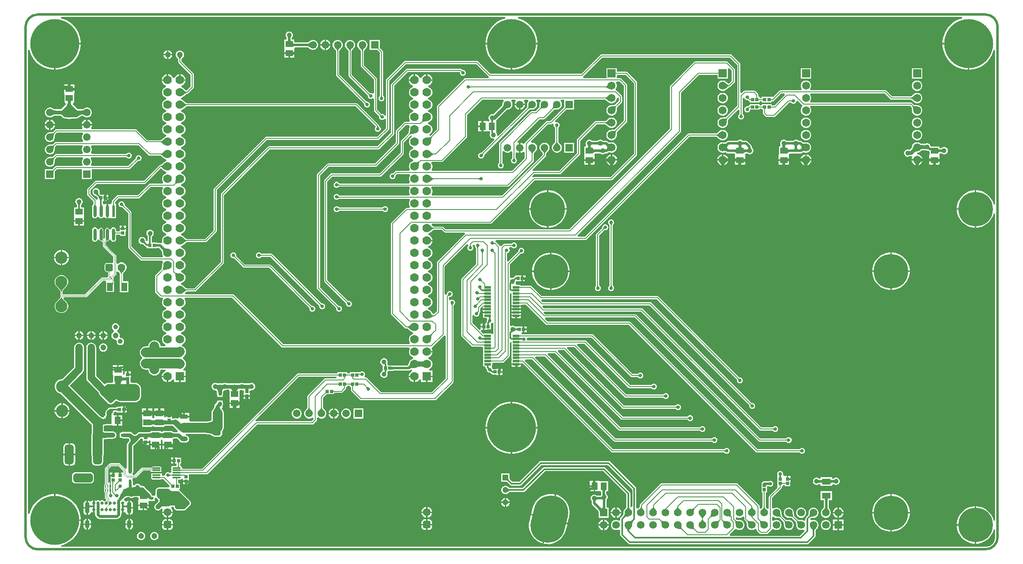
<source format=gtl>
G04*
G04 #@! TF.GenerationSoftware,Altium Limited,Altium Designer,25.5.2 (35)*
G04*
G04 Layer_Physical_Order=1*
G04 Layer_Color=255*
%FSLAX43Y43*%
%MOMM*%
G71*
G04*
G04 #@! TF.SameCoordinates,737B1F3F-4E3A-4C0A-B37F-581FB9ED70DE*
G04*
G04*
G04 #@! TF.FilePolarity,Positive*
G04*
G01*
G75*
%ADD13C,0.200*%
%ADD14C,0.600*%
%ADD16C,0.150*%
%ADD18C,0.500*%
%ADD19C,0.300*%
G04:AMPARAMS|DCode=20|XSize=2.469mm|YSize=0.622mm|CornerRadius=0.311mm|HoleSize=0mm|Usage=FLASHONLY|Rotation=270.000|XOffset=0mm|YOffset=0mm|HoleType=Round|Shape=RoundedRectangle|*
%AMROUNDEDRECTD20*
21,1,2.469,0.000,0,0,270.0*
21,1,1.847,0.622,0,0,270.0*
1,1,0.622,0.000,-0.924*
1,1,0.622,0.000,0.924*
1,1,0.622,0.000,0.924*
1,1,0.622,0.000,-0.924*
%
%ADD20ROUNDEDRECTD20*%
%ADD21R,1.300X1.800*%
%ADD22R,0.540X0.860*%
%ADD23R,0.650X0.650*%
%ADD24R,1.500X1.300*%
%ADD25R,0.650X0.650*%
G04:AMPARAMS|DCode=26|XSize=0.45mm|YSize=1.4mm|CornerRadius=0.05mm|HoleSize=0mm|Usage=FLASHONLY|Rotation=90.000|XOffset=0mm|YOffset=0mm|HoleType=Round|Shape=RoundedRectangle|*
%AMROUNDEDRECTD26*
21,1,0.450,1.301,0,0,90.0*
21,1,0.351,1.400,0,0,90.0*
1,1,0.099,0.651,0.176*
1,1,0.099,0.651,-0.176*
1,1,0.099,-0.651,-0.176*
1,1,0.099,-0.651,0.176*
%
%ADD26ROUNDEDRECTD26*%
%ADD27R,1.300X1.500*%
%ADD28R,0.860X0.540*%
%ADD29R,1.800X1.300*%
%ADD31O,1.700X0.300*%
%ADD32R,1.604X0.952*%
%ADD33R,0.622X2.469*%
G04:AMPARAMS|DCode=34|XSize=0.565mm|YSize=0.2mm|CornerRadius=0.05mm|HoleSize=0mm|Usage=FLASHONLY|Rotation=90.000|XOffset=0mm|YOffset=0mm|HoleType=Round|Shape=RoundedRectangle|*
%AMROUNDEDRECTD34*
21,1,0.565,0.100,0,0,90.0*
21,1,0.465,0.200,0,0,90.0*
1,1,0.100,0.050,0.233*
1,1,0.100,0.050,-0.233*
1,1,0.100,-0.050,-0.233*
1,1,0.100,-0.050,0.233*
%
%ADD34ROUNDEDRECTD34*%
G04:AMPARAMS|DCode=35|XSize=1.604mm|YSize=0.952mm|CornerRadius=0.476mm|HoleSize=0mm|Usage=FLASHONLY|Rotation=0.000|XOffset=0mm|YOffset=0mm|HoleType=Round|Shape=RoundedRectangle|*
%AMROUNDEDRECTD35*
21,1,1.604,0.000,0,0,0.0*
21,1,0.652,0.952,0,0,0.0*
1,1,0.952,0.326,0.000*
1,1,0.952,-0.326,0.000*
1,1,0.952,-0.326,0.000*
1,1,0.952,0.326,0.000*
%
%ADD35ROUNDEDRECTD35*%
G04:AMPARAMS|DCode=36|XSize=1.604mm|YSize=3.262mm|CornerRadius=0.473mm|HoleSize=0mm|Usage=FLASHONLY|Rotation=0.000|XOffset=0mm|YOffset=0mm|HoleType=Round|Shape=RoundedRectangle|*
%AMROUNDEDRECTD36*
21,1,1.604,2.316,0,0,0.0*
21,1,0.658,3.262,0,0,0.0*
1,1,0.947,0.329,-1.158*
1,1,0.947,-0.329,-1.158*
1,1,0.947,-0.329,1.158*
1,1,0.947,0.329,1.158*
%
%ADD36ROUNDEDRECTD36*%
G04:AMPARAMS|DCode=44|XSize=0.565mm|YSize=0.4mm|CornerRadius=0.05mm|HoleSize=0mm|Usage=FLASHONLY|Rotation=90.000|XOffset=0mm|YOffset=0mm|HoleType=Round|Shape=RoundedRectangle|*
%AMROUNDEDRECTD44*
21,1,0.565,0.300,0,0,90.0*
21,1,0.465,0.400,0,0,90.0*
1,1,0.100,0.150,0.233*
1,1,0.100,0.150,-0.233*
1,1,0.100,-0.150,-0.233*
1,1,0.100,-0.150,0.233*
%
%ADD44ROUNDEDRECTD44*%
%ADD54C,1.570*%
%ADD55R,1.570X1.570*%
G04:AMPARAMS|DCode=56|XSize=0.9mm|YSize=2.4mm|CornerRadius=0.45mm|HoleSize=0mm|Usage=FLASHONLY|Rotation=0.000|XOffset=0mm|YOffset=0mm|HoleType=Round|Shape=RoundedRectangle|*
%AMROUNDEDRECTD56*
21,1,0.900,1.500,0,0,0.0*
21,1,0.000,2.400,0,0,0.0*
1,1,0.900,0.000,-0.750*
1,1,0.900,0.000,-0.750*
1,1,0.900,0.000,0.750*
1,1,0.900,0.000,0.750*
%
%ADD56ROUNDEDRECTD56*%
G04:AMPARAMS|DCode=58|XSize=0.9mm|YSize=1.7mm|CornerRadius=0.45mm|HoleSize=0mm|Usage=FLASHONLY|Rotation=0.000|XOffset=0mm|YOffset=0mm|HoleType=Round|Shape=RoundedRectangle|*
%AMROUNDEDRECTD58*
21,1,0.900,0.800,0,0,0.0*
21,1,0.000,1.700,0,0,0.0*
1,1,0.900,0.000,-0.400*
1,1,0.900,0.000,-0.400*
1,1,0.900,0.000,0.400*
1,1,0.900,0.000,0.400*
%
%ADD58ROUNDEDRECTD58*%
%ADD59C,0.650*%
%ADD64C,1.200*%
%ADD68R,1.200X1.200*%
%ADD70C,0.800*%
%ADD71C,2.000*%
%ADD72C,1.000*%
%ADD73C,0.125*%
%ADD74C,1.500*%
%ADD75C,0.560*%
%ADD76C,0.400*%
%ADD77C,1.200*%
%ADD78C,2.500*%
G04:AMPARAMS|DCode=79|XSize=1.6mm|YSize=1.6mm|CornerRadius=0.4mm|HoleSize=0mm|Usage=FLASHONLY|Rotation=0.000|XOffset=0mm|YOffset=0mm|HoleType=Round|Shape=RoundedRectangle|*
%AMROUNDEDRECTD79*
21,1,1.600,0.800,0,0,0.0*
21,1,0.800,1.600,0,0,0.0*
1,1,0.800,0.400,-0.400*
1,1,0.800,-0.400,-0.400*
1,1,0.800,-0.400,0.400*
1,1,0.800,0.400,0.400*
%
%ADD79ROUNDEDRECTD79*%
%ADD80C,1.550*%
%ADD81R,1.550X1.550*%
%ADD82C,1.778*%
%ADD83C,1.651*%
%ADD84R,1.651X1.651*%
%ADD85C,10.100*%
G04:AMPARAMS|DCode=86|XSize=4mm|YSize=1.8mm|CornerRadius=0.45mm|HoleSize=0mm|Usage=FLASHONLY|Rotation=90.000|XOffset=0mm|YOffset=0mm|HoleType=Round|Shape=RoundedRectangle|*
%AMROUNDEDRECTD86*
21,1,4.000,0.900,0,0,90.0*
21,1,3.100,1.800,0,0,90.0*
1,1,0.900,0.450,1.550*
1,1,0.900,0.450,-1.550*
1,1,0.900,-0.450,-1.550*
1,1,0.900,-0.450,1.550*
%
%ADD86ROUNDEDRECTD86*%
G04:AMPARAMS|DCode=87|XSize=1.6mm|YSize=1.6mm|CornerRadius=0.4mm|HoleSize=0mm|Usage=FLASHONLY|Rotation=90.000|XOffset=0mm|YOffset=0mm|HoleType=Round|Shape=RoundedRectangle|*
%AMROUNDEDRECTD87*
21,1,1.600,0.800,0,0,90.0*
21,1,0.800,1.600,0,0,90.0*
1,1,0.800,0.400,0.400*
1,1,0.800,0.400,-0.400*
1,1,0.800,-0.400,-0.400*
1,1,0.800,-0.400,0.400*
%
%ADD87ROUNDEDRECTD87*%
%ADD88C,1.600*%
%ADD89R,1.778X1.778*%
G04:AMPARAMS|DCode=90|XSize=9.801mm|YSize=7.1mm|CornerRadius=0mm|HoleSize=0mm|Usage=FLASHONLY|Rotation=75.800|XOffset=0mm|YOffset=0mm|HoleType=Round|Shape=Round|*
%AMOVALD90*
21,1,2.701,7.100,0.000,0.000,75.8*
1,1,7.100,-0.331,-1.309*
1,1,7.100,0.331,1.309*
%
%ADD90OVALD90*%

%ADD91C,7.100*%
%ADD92R,1.550X1.550*%
G04:AMPARAMS|DCode=93|XSize=4mm|YSize=1.8mm|CornerRadius=0.45mm|HoleSize=0mm|Usage=FLASHONLY|Rotation=180.000|XOffset=0mm|YOffset=0mm|HoleType=Round|Shape=RoundedRectangle|*
%AMROUNDEDRECTD93*
21,1,4.000,0.900,0,0,180.0*
21,1,3.100,1.800,0,0,180.0*
1,1,0.900,-1.550,0.450*
1,1,0.900,1.550,0.450*
1,1,0.900,1.550,-0.450*
1,1,0.900,-1.550,-0.450*
%
%ADD93ROUNDEDRECTD93*%
%ADD94C,0.700*%
%ADD95C,1.000*%
G36*
X98660Y109490D02*
X98699Y109190D01*
X98277Y109077D01*
X97629Y108809D01*
X97021Y108458D01*
X96465Y108031D01*
X95969Y107535D01*
X95542Y106979D01*
X95191Y106371D01*
X94923Y105723D01*
X94742Y105046D01*
X94650Y104351D01*
Y104150D01*
X100000D01*
X105350D01*
Y104351D01*
X105258Y105046D01*
X105077Y105723D01*
X104809Y106371D01*
X104458Y106979D01*
X104031Y107535D01*
X103535Y108031D01*
X102979Y108458D01*
X102371Y108809D01*
X101723Y109077D01*
X101301Y109190D01*
X101340Y109490D01*
X192660D01*
X192699Y109190D01*
X192277Y109077D01*
X191629Y108809D01*
X191021Y108458D01*
X190465Y108031D01*
X189969Y107535D01*
X189542Y106979D01*
X189191Y106371D01*
X188923Y105723D01*
X188742Y105046D01*
X188650Y104351D01*
Y104150D01*
X194000D01*
Y104000D01*
X194150D01*
Y98650D01*
X194351D01*
X195046Y98742D01*
X195723Y98923D01*
X196371Y99191D01*
X196979Y99542D01*
X197535Y99969D01*
X198031Y100465D01*
X198458Y101021D01*
X198809Y101629D01*
X199077Y102277D01*
X199190Y102699D01*
X199490Y102660D01*
X199490Y70960D01*
X199196Y70910D01*
X199008Y71487D01*
X198733Y72027D01*
X198377Y72517D01*
X197949Y72945D01*
X197458Y73302D01*
X196918Y73577D01*
X196342Y73764D01*
X195744Y73859D01*
X195591D01*
Y70009D01*
Y66159D01*
X195744D01*
X196342Y66254D01*
X196918Y66441D01*
X197458Y66716D01*
X197949Y67072D01*
X198377Y67501D01*
X198733Y67991D01*
X199008Y68531D01*
X199196Y69107D01*
X199490Y69057D01*
X199490Y5960D01*
X199196Y5910D01*
X199008Y6487D01*
X198733Y7027D01*
X198377Y7517D01*
X197949Y7945D01*
X197458Y8302D01*
X196918Y8577D01*
X196342Y8764D01*
X195744Y8859D01*
X195591D01*
Y5009D01*
Y1159D01*
X195744D01*
X196342Y1254D01*
X196918Y1441D01*
X197458Y1716D01*
X197949Y2072D01*
X198377Y2501D01*
X198733Y2991D01*
X199008Y3531D01*
X199196Y4107D01*
X199490Y4057D01*
Y2304D01*
X199414Y1919D01*
X199264Y1557D01*
X199046Y1231D01*
X198769Y954D01*
X198443Y736D01*
X198081Y586D01*
X197696Y510D01*
X197500Y510D01*
X7340Y510D01*
X7301Y810D01*
X7723Y923D01*
X8371Y1191D01*
X8979Y1542D01*
X9535Y1969D01*
X10031Y2465D01*
X10458Y3021D01*
X10809Y3629D01*
X11077Y4277D01*
X11258Y4954D01*
X11350Y5649D01*
Y5850D01*
X6000D01*
Y6000D01*
X5850D01*
Y11350D01*
X5649D01*
X4954Y11258D01*
X4277Y11077D01*
X3629Y10809D01*
X3021Y10458D01*
X2465Y10031D01*
X1969Y9535D01*
X1542Y8979D01*
X1191Y8371D01*
X923Y7723D01*
X810Y7301D01*
X510Y7340D01*
X510Y102660D01*
X810Y102700D01*
X923Y102277D01*
X1191Y101629D01*
X1542Y101021D01*
X1969Y100465D01*
X2465Y99969D01*
X3021Y99542D01*
X3629Y99191D01*
X4277Y98923D01*
X4954Y98742D01*
X5649Y98650D01*
X5850D01*
Y104000D01*
X6000D01*
Y104150D01*
X11350D01*
Y104351D01*
X11258Y105046D01*
X11077Y105723D01*
X10809Y106371D01*
X10458Y106979D01*
X10031Y107535D01*
X9535Y108031D01*
X8979Y108458D01*
X8371Y108809D01*
X7723Y109077D01*
X7301Y109190D01*
X7340Y109490D01*
X98660D01*
D02*
G37*
%LPC*%
G36*
X61820Y104823D02*
Y103900D01*
X62743D01*
X62672Y104165D01*
X62530Y104410D01*
X62330Y104610D01*
X62085Y104752D01*
X61820Y104823D01*
D02*
G37*
G36*
X61520Y104823D02*
X61255Y104752D01*
X61010Y104610D01*
X60810Y104410D01*
X60668Y104165D01*
X60597Y103900D01*
X61520D01*
Y104823D01*
D02*
G37*
G36*
X54349Y106500D02*
X54151D01*
X53961Y106449D01*
X53789Y106350D01*
X53650Y106211D01*
X53551Y106039D01*
X53500Y105849D01*
Y105651D01*
X53551Y105461D01*
X53650Y105289D01*
X53701Y105239D01*
X53709Y105224D01*
X53717Y105215D01*
X53719Y105211D01*
X53724Y105200D01*
X53729Y105184D01*
X53734Y105162D01*
X53738Y105137D01*
X53635Y104850D01*
X53250D01*
Y103279D01*
X53200Y103000D01*
X53200Y102771D01*
Y102200D01*
X54250D01*
X54994D01*
Y102503D01*
X54999Y102464D01*
X55013Y102430D01*
X55036Y102399D01*
X55068Y102373D01*
X55109Y102351D01*
X55160Y102332D01*
X55219Y102318D01*
X55287Y102308D01*
X55300Y102307D01*
Y102771D01*
X55300Y102975D01*
X55317Y103028D01*
X55444Y103240D01*
X58002D01*
X58029Y103237D01*
X58076Y103227D01*
X58121Y103213D01*
X58167Y103194D01*
X58212Y103172D01*
X58257Y103144D01*
X58303Y103111D01*
X58348Y103073D01*
X58400Y103023D01*
X58419Y103011D01*
X58501Y102930D01*
X58734Y102795D01*
X58995Y102725D01*
X59265D01*
X59526Y102795D01*
X59759Y102930D01*
X59950Y103121D01*
X60085Y103354D01*
X60155Y103615D01*
Y103885D01*
X60085Y104146D01*
X59950Y104379D01*
X59759Y104570D01*
X59526Y104705D01*
X59265Y104775D01*
X58995D01*
X58734Y104705D01*
X58501Y104570D01*
X58419Y104489D01*
X58400Y104477D01*
X58348Y104427D01*
X58303Y104389D01*
X58257Y104356D01*
X58212Y104328D01*
X58167Y104306D01*
X58121Y104287D01*
X58076Y104273D01*
X58029Y104263D01*
X58002Y104260D01*
X55386D01*
X55349Y104263D01*
X55296Y104272D01*
X55258Y104282D01*
X55250Y104285D01*
Y104850D01*
X54839D01*
X54762Y105133D01*
X54766Y105162D01*
X54771Y105184D01*
X54776Y105200D01*
X54781Y105211D01*
X54783Y105215D01*
X54791Y105224D01*
X54799Y105239D01*
X54850Y105289D01*
X54949Y105461D01*
X55000Y105651D01*
Y105849D01*
X54949Y106039D01*
X54850Y106211D01*
X54711Y106350D01*
X54539Y106449D01*
X54349Y106500D01*
D02*
G37*
G36*
X62743Y103600D02*
X61820D01*
Y102677D01*
X62085Y102748D01*
X62330Y102890D01*
X62530Y103090D01*
X62672Y103335D01*
X62743Y103600D01*
D02*
G37*
G36*
X61520D02*
X60597D01*
X60668Y103335D01*
X60810Y103090D01*
X61010Y102890D01*
X61255Y102748D01*
X61520Y102677D01*
Y103600D01*
D02*
G37*
G36*
X29400Y102642D02*
Y101900D01*
X30142D01*
X30089Y102097D01*
X29970Y102303D01*
X29803Y102470D01*
X29597Y102589D01*
X29400Y102642D01*
D02*
G37*
G36*
X29100D02*
X28903Y102589D01*
X28697Y102470D01*
X28530Y102303D01*
X28411Y102097D01*
X28358Y101900D01*
X29100D01*
Y102642D01*
D02*
G37*
G36*
X54994Y101900D02*
X54400D01*
Y101100D01*
X55300D01*
Y101793D01*
X55287Y101792D01*
X55219Y101782D01*
X55160Y101768D01*
X55109Y101749D01*
X55068Y101727D01*
X55036Y101701D01*
X55013Y101670D01*
X54999Y101636D01*
X54994Y101597D01*
Y101900D01*
D02*
G37*
G36*
X54100D02*
X53200D01*
Y101100D01*
X54100D01*
Y101900D01*
D02*
G37*
G36*
X30142Y101600D02*
X29400D01*
Y100858D01*
X29597Y100911D01*
X29803Y101030D01*
X29970Y101197D01*
X30089Y101403D01*
X30142Y101600D01*
D02*
G37*
G36*
X29100D02*
X28358D01*
X28411Y101403D01*
X28530Y101197D01*
X28697Y101030D01*
X28903Y100911D01*
X29100Y100858D01*
Y101600D01*
D02*
G37*
G36*
X193850Y103850D02*
X188650D01*
Y103649D01*
X188742Y102954D01*
X188923Y102277D01*
X189191Y101629D01*
X189542Y101021D01*
X189969Y100465D01*
X190465Y99969D01*
X191021Y99542D01*
X191629Y99191D01*
X192277Y98923D01*
X192954Y98742D01*
X193649Y98650D01*
X193850D01*
Y103850D01*
D02*
G37*
G36*
X105350Y103850D02*
X100150D01*
Y98650D01*
X100351D01*
X101046Y98742D01*
X101723Y98923D01*
X102371Y99191D01*
X102979Y99542D01*
X103535Y99969D01*
X104031Y100465D01*
X104458Y101021D01*
X104809Y101629D01*
X105077Y102277D01*
X105258Y102954D01*
X105350Y103649D01*
Y103850D01*
D02*
G37*
G36*
X99850D02*
X94650D01*
Y103649D01*
X94742Y102954D01*
X94923Y102277D01*
X95191Y101629D01*
X95542Y101021D01*
X95969Y100465D01*
X96465Y99969D01*
X97021Y99542D01*
X97629Y99191D01*
X98277Y98923D01*
X98954Y98742D01*
X99649Y98650D01*
X99850D01*
Y103850D01*
D02*
G37*
G36*
X11350Y103850D02*
X6150D01*
Y98650D01*
X6351D01*
X7046Y98742D01*
X7723Y98923D01*
X8371Y99191D01*
X8979Y99542D01*
X9535Y99969D01*
X10031Y100465D01*
X10458Y101021D01*
X10809Y101629D01*
X11077Y102277D01*
X11258Y102954D01*
X11350Y103649D01*
Y103850D01*
D02*
G37*
G36*
X184505Y98965D02*
X182355D01*
Y96814D01*
X184505D01*
Y98965D01*
D02*
G37*
G36*
X161645D02*
X159495D01*
Y96814D01*
X161645D01*
Y98965D01*
D02*
G37*
G36*
X31907Y97709D02*
X31900D01*
Y96670D01*
X32939D01*
Y96677D01*
X32858Y96979D01*
X32701Y97250D01*
X32480Y97471D01*
X32209Y97628D01*
X31907Y97709D01*
D02*
G37*
G36*
X29060Y97709D02*
X29053D01*
X28751Y97628D01*
X28480Y97471D01*
X28259Y97250D01*
X28102Y96979D01*
X28021Y96677D01*
Y96670D01*
X29060D01*
Y97709D01*
D02*
G37*
G36*
X10050Y95650D02*
X9263D01*
X9273Y95592D01*
X9290Y95526D01*
X9312Y95471D01*
X9340Y95426D01*
X9373Y95390D01*
X9410Y95365D01*
X9453Y95349D01*
X9500Y95344D01*
X9150D01*
Y94850D01*
X9744D01*
Y95158D01*
X9749Y95111D01*
X9765Y95068D01*
X9790Y95031D01*
X9826Y94998D01*
X9871Y94971D01*
X9926Y94948D01*
X9992Y94931D01*
X10029Y94925D01*
X10050Y94929D01*
Y95650D01*
D02*
G37*
G36*
X8737D02*
X7950D01*
Y95349D01*
X8253Y95347D01*
X8255Y94850D01*
X8850D01*
Y95344D01*
X8500D01*
X8547Y95349D01*
X8590Y95365D01*
X8627Y95390D01*
X8660Y95426D01*
X8688Y95471D01*
X8710Y95526D01*
X8727Y95592D01*
X8737Y95650D01*
D02*
G37*
G36*
X183572Y96425D02*
X183288D01*
X183015Y96352D01*
X182770Y96211D01*
X182569Y96010D01*
X182428Y95765D01*
X182355Y95492D01*
Y95208D01*
X182428Y94935D01*
X182569Y94690D01*
X182770Y94489D01*
X183015Y94348D01*
X183288Y94274D01*
X183572D01*
X183845Y94348D01*
X184090Y94489D01*
X184291Y94690D01*
X184432Y94935D01*
X184505Y95208D01*
Y95492D01*
X184432Y95765D01*
X184291Y96010D01*
X184090Y96211D01*
X183845Y96352D01*
X183572Y96425D01*
D02*
G37*
G36*
X69425Y104775D02*
X69155D01*
X68894Y104705D01*
X68661Y104570D01*
X68470Y104379D01*
X68335Y104146D01*
X68265Y103885D01*
Y103615D01*
X68335Y103354D01*
X68470Y103121D01*
X68553Y103037D01*
X68567Y103017D01*
X68653Y102930D01*
X68725Y102853D01*
X68846Y102710D01*
X68887Y102653D01*
X68920Y102602D01*
X68942Y102561D01*
X68954Y102531D01*
X68959Y102515D01*
Y99460D01*
X68984Y99333D01*
X69056Y99226D01*
X71669Y96613D01*
Y93854D01*
X71369Y93730D01*
X71340Y93759D01*
X71119Y93850D01*
X71025D01*
X71005Y93855D01*
X70925Y93857D01*
X70902Y93860D01*
X70880Y93864D01*
X70863Y93868D01*
X70851Y93872D01*
X70844Y93874D01*
X67081Y97637D01*
Y102515D01*
X67086Y102531D01*
X67098Y102561D01*
X67120Y102602D01*
X67153Y102653D01*
X67193Y102708D01*
X67390Y102933D01*
X67473Y103017D01*
X67487Y103037D01*
X67570Y103121D01*
X67705Y103354D01*
X67775Y103615D01*
Y103885D01*
X67705Y104146D01*
X67570Y104379D01*
X67379Y104570D01*
X67146Y104705D01*
X66885Y104775D01*
X66615D01*
X66354Y104705D01*
X66121Y104570D01*
X65930Y104379D01*
X65795Y104146D01*
X65725Y103885D01*
Y103615D01*
X65795Y103354D01*
X65930Y103121D01*
X66013Y103037D01*
X66027Y103017D01*
X66113Y102930D01*
X66185Y102853D01*
X66306Y102710D01*
X66347Y102653D01*
X66380Y102602D01*
X66402Y102561D01*
X66414Y102531D01*
X66419Y102515D01*
Y97500D01*
X66444Y97373D01*
X66516Y97266D01*
X70376Y93406D01*
X70378Y93399D01*
X70382Y93387D01*
X70386Y93370D01*
X70389Y93352D01*
X70395Y93288D01*
X70395Y93251D01*
X70400Y93228D01*
Y93131D01*
X70491Y92910D01*
X70660Y92741D01*
X70881Y92650D01*
X71119D01*
X71340Y92741D01*
X71369Y92770D01*
X71669Y92646D01*
Y90250D01*
X71694Y90123D01*
X71766Y90016D01*
X72726Y89056D01*
X72728Y89049D01*
X72732Y89037D01*
X72736Y89020D01*
X72739Y89002D01*
X72745Y88938D01*
X72745Y88901D01*
X72750Y88878D01*
Y88781D01*
X72841Y88560D01*
X73010Y88391D01*
X73231Y88300D01*
X73469D01*
X73690Y88391D01*
X73859Y88560D01*
X73869Y88584D01*
X74169Y88525D01*
Y86637D01*
X72363Y84831D01*
X49500D01*
X49373Y84806D01*
X49266Y84734D01*
X38766Y74234D01*
X38694Y74127D01*
X38669Y74000D01*
Y65593D01*
X36907Y63831D01*
X33168D01*
X33165Y63832D01*
X33144Y63838D01*
X33106Y63854D01*
X33056Y63881D01*
X32995Y63921D01*
X32928Y63970D01*
X32664Y64204D01*
X32565Y64303D01*
X32544Y64317D01*
X32449Y64411D01*
X32190Y64561D01*
X31991Y64615D01*
Y64925D01*
X32190Y64979D01*
X32449Y65129D01*
X32661Y65341D01*
X32811Y65600D01*
X32889Y65890D01*
Y66190D01*
X32811Y66480D01*
X32661Y66739D01*
X32449Y66951D01*
X32190Y67101D01*
X31991Y67155D01*
Y67465D01*
X32190Y67519D01*
X32449Y67669D01*
X32661Y67881D01*
X32811Y68140D01*
X32889Y68430D01*
Y68730D01*
X32811Y69020D01*
X32661Y69279D01*
X32449Y69491D01*
X32190Y69641D01*
X31991Y69695D01*
Y70005D01*
X32190Y70059D01*
X32449Y70209D01*
X32661Y70421D01*
X32811Y70680D01*
X32889Y70970D01*
Y71270D01*
X32811Y71560D01*
X32661Y71819D01*
X32449Y72031D01*
X32190Y72181D01*
X31991Y72235D01*
Y72545D01*
X32190Y72599D01*
X32449Y72749D01*
X32661Y72961D01*
X32811Y73220D01*
X32889Y73510D01*
Y73810D01*
X32811Y74100D01*
X32661Y74359D01*
X32449Y74571D01*
X32190Y74721D01*
X31991Y74775D01*
Y75085D01*
X32190Y75139D01*
X32449Y75289D01*
X32661Y75501D01*
X32811Y75760D01*
X32889Y76050D01*
Y76350D01*
X32811Y76640D01*
X32661Y76899D01*
X32449Y77111D01*
X32190Y77261D01*
X31991Y77315D01*
Y77625D01*
X32190Y77679D01*
X32449Y77829D01*
X32661Y78041D01*
X32811Y78300D01*
X32889Y78590D01*
Y78890D01*
X32811Y79180D01*
X32661Y79439D01*
X32449Y79651D01*
X32190Y79801D01*
X31991Y79855D01*
Y80165D01*
X32190Y80219D01*
X32449Y80369D01*
X32661Y80581D01*
X32811Y80840D01*
X32889Y81130D01*
Y81430D01*
X32811Y81720D01*
X32661Y81979D01*
X32449Y82191D01*
X32190Y82341D01*
X31991Y82395D01*
Y82705D01*
X32190Y82759D01*
X32449Y82909D01*
X32661Y83121D01*
X32811Y83380D01*
X32889Y83670D01*
Y83970D01*
X32811Y84260D01*
X32661Y84519D01*
X32449Y84731D01*
X32190Y84881D01*
X31991Y84935D01*
Y85245D01*
X32190Y85299D01*
X32449Y85449D01*
X32661Y85661D01*
X32811Y85920D01*
X32889Y86210D01*
Y86510D01*
X32811Y86800D01*
X32661Y87059D01*
X32449Y87271D01*
X32190Y87421D01*
X31991Y87475D01*
Y87785D01*
X32190Y87839D01*
X32449Y87989D01*
X32661Y88201D01*
X32811Y88460D01*
X32889Y88750D01*
Y89050D01*
X32811Y89340D01*
X32661Y89599D01*
X32449Y89811D01*
X32190Y89961D01*
X31991Y90015D01*
Y90325D01*
X32190Y90379D01*
X32449Y90529D01*
X32543Y90622D01*
X32562Y90635D01*
X32759Y90826D01*
X32927Y90968D01*
X32995Y91019D01*
X33056Y91059D01*
X33106Y91086D01*
X33144Y91102D01*
X33165Y91108D01*
X33168Y91109D01*
X67923D01*
X72069Y86962D01*
X72015Y86865D01*
X72013Y86862D01*
X71991Y86840D01*
X71900Y86619D01*
Y86381D01*
X71991Y86160D01*
X72160Y85991D01*
X72381Y85900D01*
X72619D01*
X72840Y85991D01*
X73009Y86160D01*
X73100Y86381D01*
Y86619D01*
X73009Y86840D01*
X72840Y87009D01*
X72807Y87022D01*
X72799Y87028D01*
X72781Y87041D01*
X72768Y87053D01*
X72760Y87061D01*
X72756Y87066D01*
Y87075D01*
X72749Y87113D01*
X72749Y87116D01*
X72748Y87118D01*
X72731Y87202D01*
X72659Y87309D01*
X68294Y91674D01*
X68187Y91746D01*
X68060Y91771D01*
X33168D01*
X33165Y91772D01*
X33144Y91778D01*
X33106Y91794D01*
X33056Y91821D01*
X32995Y91861D01*
X32928Y91910D01*
X32664Y92144D01*
X32565Y92243D01*
X32544Y92257D01*
X32449Y92351D01*
X32190Y92501D01*
X31991Y92555D01*
Y92865D01*
X32190Y92919D01*
X32449Y93069D01*
X32543Y93162D01*
X32562Y93175D01*
X32759Y93366D01*
X32927Y93508D01*
X32995Y93559D01*
X33056Y93599D01*
X33106Y93626D01*
X33144Y93642D01*
X33165Y93648D01*
X33168Y93649D01*
X33230D01*
X33357Y93674D01*
X33464Y93746D01*
X34484Y94766D01*
X34556Y94873D01*
X34581Y95000D01*
Y97750D01*
X34556Y97877D01*
X34484Y97984D01*
X32081Y100387D01*
Y100795D01*
X32083Y100800D01*
X32090Y100819D01*
X32103Y100846D01*
X32125Y100881D01*
X32151Y100918D01*
X32292Y101082D01*
X32351Y101142D01*
X32364Y101162D01*
X32430Y101228D01*
X32542Y101422D01*
X32600Y101638D01*
Y101862D01*
X32542Y102078D01*
X32430Y102272D01*
X32272Y102430D01*
X32078Y102542D01*
X31862Y102600D01*
X31638D01*
X31422Y102542D01*
X31228Y102430D01*
X31070Y102272D01*
X30958Y102078D01*
X30900Y101862D01*
Y101638D01*
X30958Y101422D01*
X31070Y101228D01*
X31135Y101162D01*
X31149Y101142D01*
X31210Y101081D01*
X31311Y100968D01*
X31346Y100923D01*
X31375Y100881D01*
X31397Y100846D01*
X31410Y100819D01*
X31417Y100800D01*
X31419Y100795D01*
Y100250D01*
X31444Y100123D01*
X31516Y100016D01*
X33919Y97613D01*
Y95137D01*
X33112Y94331D01*
X33106Y94334D01*
X33056Y94361D01*
X32995Y94401D01*
X32928Y94450D01*
X32664Y94684D01*
X32565Y94783D01*
X32544Y94797D01*
X32449Y94891D01*
X32190Y95041D01*
X32087Y95069D01*
X32087Y95379D01*
X32209Y95412D01*
X32480Y95569D01*
X32701Y95790D01*
X32858Y96061D01*
X32939Y96363D01*
Y96370D01*
X31750D01*
Y96520D01*
X31600D01*
Y97709D01*
X31593D01*
X31291Y97628D01*
X31020Y97471D01*
X30799Y97250D01*
X30642Y96979D01*
X30635Y96954D01*
X30325D01*
X30318Y96979D01*
X30161Y97250D01*
X29940Y97471D01*
X29669Y97628D01*
X29367Y97709D01*
X29360D01*
Y96520D01*
X29210D01*
Y96370D01*
X28021D01*
Y96363D01*
X28102Y96061D01*
X28259Y95790D01*
X28480Y95569D01*
X28751Y95412D01*
X28873Y95379D01*
Y95069D01*
X28770Y95041D01*
X28511Y94891D01*
X28299Y94679D01*
X28149Y94420D01*
X28071Y94130D01*
Y93830D01*
X28149Y93540D01*
X28299Y93281D01*
X28511Y93069D01*
X28770Y92919D01*
X28969Y92865D01*
Y92555D01*
X28770Y92501D01*
X28511Y92351D01*
X28299Y92139D01*
X28149Y91880D01*
X28071Y91590D01*
Y91290D01*
X28149Y91000D01*
X28299Y90741D01*
X28511Y90529D01*
X28770Y90379D01*
X28969Y90325D01*
Y90015D01*
X28770Y89961D01*
X28511Y89811D01*
X28299Y89599D01*
X28149Y89340D01*
X28071Y89050D01*
Y88750D01*
X28149Y88460D01*
X28299Y88201D01*
X28511Y87989D01*
X28770Y87839D01*
X28969Y87785D01*
Y87475D01*
X28770Y87421D01*
X28511Y87271D01*
X28299Y87059D01*
X28149Y86800D01*
X28071Y86510D01*
Y86210D01*
X28149Y85920D01*
X28299Y85661D01*
X28511Y85449D01*
X28770Y85299D01*
X28969Y85245D01*
Y84935D01*
X28770Y84881D01*
X28511Y84731D01*
X28417Y84638D01*
X28398Y84625D01*
X28200Y84434D01*
X28033Y84292D01*
X27965Y84241D01*
X27904Y84201D01*
X27854Y84174D01*
X27816Y84158D01*
X27795Y84152D01*
X27792Y84151D01*
X25040D01*
X22888Y86303D01*
X22781Y86375D01*
X22654Y86400D01*
X13655D01*
X13569Y86523D01*
X13509Y86700D01*
X13622Y86895D01*
X13693Y87160D01*
X12620D01*
X11547D01*
X11618Y86895D01*
X11731Y86700D01*
X11671Y86523D01*
X11585Y86400D01*
X6299D01*
X6172Y86375D01*
X6065Y86303D01*
X5639Y85877D01*
X5625Y85869D01*
X5595Y85857D01*
X5550Y85843D01*
X5491Y85830D01*
X5424Y85820D01*
X5125Y85800D01*
X5007Y85800D01*
X4983Y85795D01*
X4865D01*
X4604Y85725D01*
X4371Y85590D01*
X4180Y85399D01*
X4045Y85166D01*
X3975Y84905D01*
Y84635D01*
X4045Y84374D01*
X4180Y84141D01*
X4371Y83950D01*
X4604Y83815D01*
X4865Y83745D01*
X5135D01*
X5396Y83815D01*
X5629Y83950D01*
X5820Y84141D01*
X5955Y84374D01*
X6025Y84635D01*
Y84753D01*
X6030Y84777D01*
X6030Y84899D01*
X6034Y85005D01*
X6049Y85191D01*
X6060Y85261D01*
X6073Y85320D01*
X6087Y85365D01*
X6099Y85395D01*
X6107Y85409D01*
X6436Y85738D01*
X11714D01*
X11838Y85438D01*
X11800Y85399D01*
X11665Y85166D01*
X11595Y84905D01*
Y84635D01*
X11665Y84374D01*
X11800Y84141D01*
X11864Y84077D01*
X11740Y83777D01*
X6215D01*
X6088Y83751D01*
X5981Y83680D01*
X5639Y83337D01*
X5625Y83329D01*
X5595Y83317D01*
X5550Y83303D01*
X5491Y83290D01*
X5424Y83280D01*
X5125Y83260D01*
X5007Y83260D01*
X4983Y83255D01*
X4865D01*
X4604Y83185D01*
X4371Y83050D01*
X4180Y82859D01*
X4045Y82626D01*
X3975Y82365D01*
Y82095D01*
X4045Y81834D01*
X4180Y81601D01*
X4371Y81410D01*
X4604Y81275D01*
X4865Y81205D01*
X5135D01*
X5396Y81275D01*
X5629Y81410D01*
X5820Y81601D01*
X5955Y81834D01*
X6025Y82095D01*
Y82213D01*
X6030Y82237D01*
X6030Y82359D01*
X6034Y82465D01*
X6049Y82651D01*
X6060Y82721D01*
X6073Y82780D01*
X6087Y82825D01*
X6099Y82855D01*
X6107Y82869D01*
X6352Y83114D01*
X11630D01*
X11720Y82979D01*
X11774Y82814D01*
X11665Y82626D01*
X11595Y82365D01*
Y82095D01*
X11665Y81834D01*
X11782Y81631D01*
X11746Y81508D01*
X11645Y81331D01*
X6310D01*
X6183Y81306D01*
X6076Y81234D01*
X5639Y80797D01*
X5625Y80789D01*
X5595Y80777D01*
X5550Y80763D01*
X5491Y80750D01*
X5424Y80740D01*
X5125Y80720D01*
X5007Y80720D01*
X4983Y80715D01*
X4865D01*
X4604Y80645D01*
X4371Y80510D01*
X4180Y80319D01*
X4045Y80086D01*
X3975Y79825D01*
Y79555D01*
X4045Y79294D01*
X4180Y79061D01*
X4371Y78870D01*
X4604Y78735D01*
X4865Y78665D01*
X5135D01*
X5396Y78735D01*
X5629Y78870D01*
X5820Y79061D01*
X5955Y79294D01*
X6025Y79555D01*
Y79673D01*
X6030Y79697D01*
X6030Y79819D01*
X6034Y79925D01*
X6049Y80111D01*
X6060Y80181D01*
X6073Y80240D01*
X6087Y80285D01*
X6099Y80315D01*
X6107Y80329D01*
X6447Y80669D01*
X11725D01*
X11849Y80369D01*
X11800Y80319D01*
X11665Y80086D01*
X11595Y79825D01*
Y79555D01*
X11665Y79294D01*
X11759Y79131D01*
X11675Y78914D01*
X11605Y78831D01*
X6350D01*
X6223Y78806D01*
X6116Y78734D01*
X5570Y78189D01*
X5570Y78188D01*
X5561Y78182D01*
X5554Y78177D01*
X5550Y78175D01*
X3975D01*
Y76125D01*
X6025D01*
Y77700D01*
X6027Y77704D01*
X6032Y77711D01*
X6038Y77720D01*
X6039Y77720D01*
X6487Y78169D01*
X11595D01*
Y76125D01*
X13645D01*
Y78169D01*
X21250Y78169D01*
X21377Y78194D01*
X21484Y78266D01*
X23094Y79876D01*
X23101Y79878D01*
X23113Y79882D01*
X23130Y79886D01*
X23148Y79889D01*
X23212Y79895D01*
X23249Y79895D01*
X23272Y79900D01*
X23369D01*
X23590Y79991D01*
X23759Y80160D01*
X23850Y80381D01*
Y80619D01*
X23759Y80840D01*
X23590Y81009D01*
X23369Y81100D01*
X23131D01*
X22910Y81009D01*
X22741Y80840D01*
X22650Y80619D01*
Y80525D01*
X22645Y80505D01*
X22643Y80425D01*
X22640Y80402D01*
X22636Y80380D01*
X22632Y80363D01*
X22628Y80351D01*
X22626Y80344D01*
X21113Y78831D01*
X13635Y78831D01*
X13565Y78914D01*
X13481Y79131D01*
X13575Y79294D01*
X13645Y79555D01*
Y79825D01*
X13575Y80086D01*
X13440Y80319D01*
X13391Y80369D01*
X13515Y80669D01*
X20698Y80669D01*
X20705Y80666D01*
X20716Y80660D01*
X20731Y80651D01*
X20746Y80640D01*
X20795Y80599D01*
X20822Y80573D01*
X20842Y80560D01*
X20910Y80491D01*
X21131Y80400D01*
X21369D01*
X21590Y80491D01*
X21759Y80660D01*
X21850Y80881D01*
Y81119D01*
X21759Y81340D01*
X21590Y81509D01*
X21369Y81600D01*
X21131D01*
X20910Y81509D01*
X20844Y81442D01*
X20826Y81431D01*
X20768Y81377D01*
X20749Y81362D01*
X20731Y81349D01*
X20716Y81340D01*
X20705Y81334D01*
X20698Y81331D01*
X13595Y81331D01*
X13494Y81508D01*
X13458Y81631D01*
X13575Y81834D01*
X13645Y82095D01*
Y82365D01*
X13575Y82626D01*
X13466Y82814D01*
X13520Y82979D01*
X13610Y83114D01*
X23221D01*
X25289Y81046D01*
X25396Y80974D01*
X25523Y80949D01*
X27792D01*
X27795Y80948D01*
X27816Y80942D01*
X27854Y80926D01*
X27904Y80899D01*
X27965Y80859D01*
X28032Y80810D01*
X28296Y80576D01*
X28395Y80477D01*
X28416Y80463D01*
X28511Y80369D01*
X28770Y80219D01*
X28969Y80165D01*
Y79855D01*
X28770Y79801D01*
X28511Y79651D01*
X28417Y79558D01*
X28398Y79545D01*
X28201Y79354D01*
X28033Y79212D01*
X27965Y79161D01*
X27904Y79121D01*
X27854Y79094D01*
X27816Y79078D01*
X27795Y79072D01*
X27792Y79071D01*
X27740D01*
X27613Y79046D01*
X27506Y78974D01*
X24363Y75831D01*
X14500D01*
X14373Y75806D01*
X14266Y75734D01*
X12766Y74234D01*
X12694Y74127D01*
X12669Y74000D01*
Y73000D01*
X12694Y72873D01*
X12766Y72766D01*
X13934Y71598D01*
Y70956D01*
X13860Y70908D01*
X13736Y70722D01*
X13693Y70503D01*
Y68656D01*
X13736Y68437D01*
X13860Y68252D01*
X14046Y68128D01*
X14265Y68084D01*
X14484Y68128D01*
X14670Y68252D01*
X14733Y68347D01*
X14763Y68357D01*
X15037D01*
X15067Y68347D01*
X15130Y68252D01*
X15316Y68128D01*
X15535Y68084D01*
X15754Y68128D01*
X15940Y68252D01*
X15971Y68298D01*
X16316Y68288D01*
X16364Y68216D01*
X16567Y68080D01*
X16655Y68063D01*
Y69580D01*
Y70675D01*
X16548D01*
X16568Y70703D01*
X16586Y70733D01*
X16602Y70766D01*
X16616Y70801D01*
X16628Y70840D01*
X16638Y70881D01*
X16645Y70925D01*
X16651Y70971D01*
X16655Y71072D01*
Y71096D01*
X16567Y71079D01*
X16364Y70944D01*
X16049Y70950D01*
X15895Y71131D01*
Y71685D01*
X16190D01*
Y72310D01*
Y72935D01*
X15715D01*
X15715Y72935D01*
X15419Y72927D01*
X15391Y72945D01*
X15362Y72967D01*
X15347Y72980D01*
X15206Y73120D01*
X15203Y73125D01*
X15197Y73136D01*
X15193Y73144D01*
X15191Y73152D01*
X15190Y73160D01*
X15190Y73171D01*
X15192Y73185D01*
X15196Y73203D01*
X15198Y73209D01*
X15199Y73211D01*
X15200Y73217D01*
X15207Y73237D01*
X15209Y73247D01*
X15250Y73401D01*
Y73599D01*
X15199Y73789D01*
X15100Y73961D01*
X14961Y74100D01*
X14789Y74199D01*
X14599Y74250D01*
X14401D01*
X14211Y74199D01*
X14039Y74100D01*
X13900Y73961D01*
X13801Y73789D01*
X13750Y73599D01*
Y73401D01*
X13801Y73211D01*
X13900Y73039D01*
X14039Y72900D01*
X14211Y72801D01*
X14230Y72796D01*
X14233Y72794D01*
X14333Y72754D01*
X14415Y72715D01*
X14445Y72699D01*
X14509Y72658D01*
X14530Y72642D01*
X14534Y72639D01*
X14770Y72403D01*
X14783Y72388D01*
X14805Y72359D01*
X14823Y72331D01*
X14837Y72306D01*
X14847Y72283D01*
X14854Y72262D01*
X14859Y72243D01*
X14862Y72225D01*
X14863Y72195D01*
X14843Y72024D01*
X14642Y71913D01*
X14546Y71899D01*
X14499Y71969D01*
X13331Y73137D01*
Y73863D01*
X14637Y75169D01*
X24500D01*
X24627Y75194D01*
X24734Y75266D01*
X27855Y78386D01*
X27904Y78359D01*
X27965Y78319D01*
X28032Y78270D01*
X28296Y78036D01*
X28395Y77937D01*
X28416Y77923D01*
X28511Y77829D01*
X28770Y77679D01*
X28969Y77625D01*
Y77315D01*
X28770Y77261D01*
X28511Y77111D01*
X28299Y76899D01*
X28149Y76640D01*
X28071Y76350D01*
Y76050D01*
X28149Y75760D01*
X28277Y75538D01*
X28234Y75395D01*
X28137Y75238D01*
X25615D01*
X25488Y75212D01*
X25380Y75141D01*
X23071Y72831D01*
X19000D01*
X18873Y72806D01*
X18766Y72734D01*
X17841Y71809D01*
X17769Y71702D01*
X17744Y71575D01*
Y71263D01*
X17514Y71064D01*
X17395Y71011D01*
X17214Y70965D01*
X17043Y71079D01*
X16955Y71096D01*
Y71072D01*
D01*
X16956Y71020D01*
X16965Y70925D01*
X16972Y70881D01*
X16982Y70840D01*
X16994Y70801D01*
X17008Y70766D01*
X17024Y70733D01*
X17042Y70703D01*
X17062Y70675D01*
X16955D01*
Y69580D01*
Y68063D01*
X17043Y68080D01*
X17214Y68194D01*
X17395Y68149D01*
X17514Y68095D01*
X17526Y68095D01*
X18636D01*
Y71064D01*
X18406D01*
Y71438D01*
X19137Y72169D01*
X23208D01*
X23335Y72194D01*
X23443Y72266D01*
X25752Y74575D01*
X28090D01*
X28150Y74512D01*
X28250Y74275D01*
X28149Y74100D01*
X28071Y73810D01*
Y73510D01*
X28149Y73220D01*
X28299Y72961D01*
X28511Y72749D01*
X28770Y72599D01*
X28969Y72545D01*
Y72235D01*
X28770Y72181D01*
X28511Y72031D01*
X28299Y71819D01*
X28149Y71560D01*
X28071Y71270D01*
Y70970D01*
X28149Y70680D01*
X28299Y70421D01*
X28511Y70209D01*
X28770Y70059D01*
X28969Y70005D01*
Y69695D01*
X28770Y69641D01*
X28511Y69491D01*
X28299Y69279D01*
X28149Y69020D01*
X28071Y68730D01*
Y68430D01*
X28149Y68140D01*
X28299Y67881D01*
X28511Y67669D01*
X28770Y67519D01*
X28969Y67465D01*
Y67155D01*
X28770Y67101D01*
X28511Y66951D01*
X28299Y66739D01*
X28149Y66480D01*
X28071Y66190D01*
Y65890D01*
X28149Y65600D01*
X28299Y65341D01*
X28511Y65129D01*
X28770Y64979D01*
X28969Y64925D01*
Y64615D01*
X28770Y64561D01*
X28511Y64411D01*
X28299Y64199D01*
X28149Y63940D01*
X28071Y63650D01*
Y63350D01*
X28122Y63160D01*
X27871Y62967D01*
X27865Y62971D01*
X27670Y63010D01*
X27067D01*
X27025Y63012D01*
Y63075D01*
X26772Y63077D01*
X26763Y63075D01*
X25982D01*
Y64256D01*
X25983Y64264D01*
X25988Y64284D01*
X25994Y64304D01*
X26004Y64324D01*
X26016Y64346D01*
X26031Y64368D01*
X26050Y64392D01*
X26073Y64417D01*
X26106Y64448D01*
X26119Y64467D01*
X26198Y64546D01*
X26297Y64717D01*
X26348Y64908D01*
Y65105D01*
X26297Y65296D01*
X26198Y65467D01*
X26058Y65607D01*
X25887Y65706D01*
X25697Y65757D01*
X25499D01*
X25308Y65706D01*
X25137Y65607D01*
X24998Y65467D01*
X24899Y65296D01*
X24848Y65105D01*
Y64908D01*
X24899Y64717D01*
X24998Y64546D01*
X25032Y64512D01*
X25040Y64499D01*
X25071Y64462D01*
X25095Y64433D01*
X25114Y64404D01*
X25130Y64377D01*
X25143Y64351D01*
X25153Y64327D01*
X25160Y64304D01*
X25165Y64281D01*
X25166Y64273D01*
Y63554D01*
X25086Y63437D01*
X25080Y63432D01*
X25049Y63414D01*
X24917Y63374D01*
X24866Y63372D01*
X24755Y63489D01*
X24755Y63500D01*
X24750Y63522D01*
Y63599D01*
X24699Y63789D01*
X24600Y63961D01*
X24461Y64100D01*
X24289Y64199D01*
X24099Y64250D01*
X23901D01*
X23711Y64199D01*
X23539Y64100D01*
X23400Y63961D01*
X23301Y63789D01*
X23250Y63599D01*
Y63401D01*
X23301Y63211D01*
X23400Y63039D01*
X23539Y62900D01*
X23711Y62801D01*
X23901Y62750D01*
X23978D01*
X24000Y62745D01*
X24047Y62744D01*
X24083Y62741D01*
X24115Y62737D01*
X24144Y62730D01*
X24169Y62722D01*
X24192Y62713D01*
X24212Y62703D01*
X24230Y62691D01*
X24237Y62686D01*
X24586Y62337D01*
X24718Y62249D01*
X24875Y62218D01*
X24975Y61951D01*
Y61925D01*
X26725D01*
X26763Y61925D01*
X26772Y61923D01*
X27025Y61925D01*
X27323Y61990D01*
X27459D01*
X27916Y61533D01*
X27939Y61502D01*
X27968Y61455D01*
X27993Y61403D01*
X28015Y61347D01*
X28033Y61284D01*
X28048Y61215D01*
X28058Y61140D01*
X28065Y61059D01*
X28066Y60965D01*
X28071Y60942D01*
Y60810D01*
X28149Y60520D01*
X28258Y60331D01*
X28174Y60114D01*
X28103Y60031D01*
X24025D01*
X21785Y62272D01*
Y69297D01*
X21759Y69424D01*
X21688Y69531D01*
X20374Y70844D01*
X20372Y70851D01*
X20368Y70863D01*
X20364Y70880D01*
X20361Y70898D01*
X20355Y70962D01*
X20355Y70999D01*
X20350Y71022D01*
Y71119D01*
X20259Y71340D01*
X20090Y71509D01*
X19869Y71600D01*
X19631D01*
X19410Y71509D01*
X19241Y71340D01*
X19150Y71119D01*
Y70881D01*
X19241Y70660D01*
X19410Y70491D01*
X19631Y70400D01*
X19725D01*
X19745Y70395D01*
X19825Y70393D01*
X19848Y70390D01*
X19870Y70386D01*
X19887Y70382D01*
X19899Y70378D01*
X19906Y70376D01*
X21122Y69159D01*
Y62135D01*
X21147Y62008D01*
X21219Y61900D01*
X23653Y59466D01*
X23761Y59394D01*
X23888Y59369D01*
X28124D01*
X28210Y59246D01*
X28269Y59069D01*
X28149Y58860D01*
X28071Y58570D01*
Y58437D01*
X28066Y58415D01*
X28062Y58140D01*
X28045Y57922D01*
X28032Y57838D01*
X28017Y57766D01*
X28001Y57711D01*
X27986Y57673D01*
X27975Y57654D01*
X27973Y57651D01*
X26766Y56444D01*
X26694Y56337D01*
X26669Y56210D01*
Y53000D01*
X26694Y52873D01*
X26766Y52766D01*
X27663Y51868D01*
X27771Y51796D01*
X27897Y51771D01*
X28146D01*
X28250Y51586D01*
X28282Y51471D01*
X28149Y51240D01*
X28071Y50950D01*
Y50650D01*
X28149Y50360D01*
X28299Y50101D01*
X28511Y49889D01*
X28770Y49739D01*
X28969Y49685D01*
Y49375D01*
X28770Y49321D01*
X28511Y49171D01*
X28299Y48959D01*
X28149Y48700D01*
X28071Y48410D01*
Y48110D01*
X28149Y47820D01*
X28299Y47561D01*
X28511Y47349D01*
X28770Y47199D01*
X28969Y47145D01*
Y46835D01*
X28770Y46781D01*
X28511Y46631D01*
X28299Y46419D01*
X28149Y46160D01*
X28071Y45870D01*
Y45570D01*
X28149Y45280D01*
X28299Y45021D01*
X28511Y44809D01*
X28770Y44659D01*
X28969Y44605D01*
Y44295D01*
X28770Y44241D01*
X28511Y44091D01*
X28299Y43879D01*
X28149Y43620D01*
X28071Y43330D01*
Y43030D01*
X28149Y42740D01*
X28299Y42481D01*
X28511Y42269D01*
X28674Y42174D01*
X28747Y41898D01*
X28738Y41817D01*
X28671Y41751D01*
X27759D01*
X27718Y42066D01*
X27592Y42370D01*
X27392Y42632D01*
X27130Y42832D01*
X26826Y42958D01*
X26500Y43001D01*
X26174Y42958D01*
X25870Y42832D01*
X25608Y42632D01*
X25408Y42370D01*
X25282Y42066D01*
X25241Y41751D01*
X24750D01*
X24424Y41708D01*
X24120Y41582D01*
X23858Y41382D01*
X23658Y41120D01*
X23532Y40816D01*
X23489Y40490D01*
X23532Y40164D01*
X23658Y39860D01*
X23858Y39598D01*
X23910Y39559D01*
Y39181D01*
X23858Y39142D01*
X23658Y38880D01*
X23532Y38576D01*
X23489Y38250D01*
X23532Y37924D01*
X23658Y37620D01*
X23858Y37358D01*
X24120Y37158D01*
X24424Y37032D01*
X24750Y36989D01*
X25241D01*
X25282Y36674D01*
X25408Y36370D01*
X25608Y36108D01*
X25870Y35908D01*
X26174Y35782D01*
X26500Y35739D01*
X26826Y35782D01*
X27130Y35908D01*
X27392Y36108D01*
X27592Y36370D01*
X27718Y36674D01*
X27759Y36989D01*
X28791D01*
X28830Y36689D01*
X28751Y36668D01*
X28480Y36511D01*
X28259Y36290D01*
X28102Y36019D01*
X28021Y35717D01*
Y35710D01*
X29210D01*
Y35560D01*
X29360D01*
Y34371D01*
X29367D01*
X29669Y34452D01*
X29940Y34609D01*
X30161Y34830D01*
X30261Y35002D01*
X30561Y34922D01*
Y34371D01*
X31600D01*
Y35560D01*
X31750D01*
Y35710D01*
X32939D01*
Y36749D01*
X32513D01*
X32470Y36833D01*
X32434Y37049D01*
X32642Y37208D01*
X32842Y37470D01*
X32968Y37774D01*
X33011Y38100D01*
X32968Y38426D01*
X32842Y38730D01*
X32642Y38992D01*
X32492Y39142D01*
X32440Y39181D01*
Y39559D01*
X32492Y39598D01*
X32642Y39748D01*
X32842Y40010D01*
X32968Y40314D01*
X33011Y40640D01*
X32968Y40966D01*
X32842Y41270D01*
X32642Y41532D01*
X32380Y41732D01*
X32194Y41809D01*
X32190Y42058D01*
X32207Y42129D01*
X32449Y42269D01*
X32661Y42481D01*
X32811Y42740D01*
X32889Y43030D01*
Y43330D01*
X32811Y43620D01*
X32661Y43879D01*
X32449Y44091D01*
X32190Y44241D01*
X31991Y44295D01*
Y44605D01*
X32190Y44659D01*
X32449Y44809D01*
X32661Y45021D01*
X32811Y45280D01*
X32889Y45570D01*
Y45870D01*
X32811Y46160D01*
X32661Y46419D01*
X32449Y46631D01*
X32190Y46781D01*
X31991Y46835D01*
Y47145D01*
X32190Y47199D01*
X32449Y47349D01*
X32661Y47561D01*
X32811Y47820D01*
X32889Y48110D01*
Y48410D01*
X32811Y48700D01*
X32661Y48959D01*
X32449Y49171D01*
X32190Y49321D01*
X31991Y49375D01*
Y49685D01*
X32190Y49739D01*
X32449Y49889D01*
X32661Y50101D01*
X32811Y50360D01*
X32889Y50650D01*
Y50950D01*
X32811Y51240D01*
X32678Y51471D01*
X32710Y51586D01*
X32814Y51771D01*
X42510D01*
X52659Y41623D01*
X52766Y41551D01*
X52893Y41525D01*
X78886D01*
X79033Y41225D01*
X78949Y41080D01*
X78871Y40790D01*
Y40490D01*
X78949Y40200D01*
X79099Y39941D01*
X79311Y39729D01*
X79570Y39579D01*
X79769Y39525D01*
Y39215D01*
X79570Y39161D01*
X79311Y39011D01*
X79099Y38799D01*
X78949Y38540D01*
X78919Y38429D01*
X78909Y38411D01*
X78848Y38213D01*
X78818Y38133D01*
X78751Y37979D01*
X78718Y37918D01*
X78684Y37861D01*
X78649Y37811D01*
X78629Y37786D01*
X78603Y37760D01*
X75567D01*
X75525Y37762D01*
Y37825D01*
X75272Y37827D01*
X75263Y37825D01*
X74459D01*
Y38055D01*
X74428Y38211D01*
X74426Y38213D01*
X74450Y38255D01*
X74501Y38445D01*
Y38643D01*
X74450Y38833D01*
X74351Y39005D01*
X74211Y39144D01*
X74040Y39243D01*
X73849Y39294D01*
X73652D01*
X73461Y39243D01*
X73290Y39144D01*
X73151Y39005D01*
X73052Y38833D01*
X73001Y38643D01*
Y38445D01*
X73052Y38255D01*
X73151Y38084D01*
X73290Y37944D01*
X73475Y37825D01*
Y36703D01*
X73461Y36699D01*
X73289Y36600D01*
X73150Y36461D01*
X73051Y36289D01*
X73000Y36099D01*
Y35901D01*
X73051Y35711D01*
X73150Y35539D01*
X73289Y35400D01*
X73461Y35301D01*
X73651Y35250D01*
X73849D01*
X74039Y35301D01*
X74211Y35400D01*
X74350Y35539D01*
X74449Y35711D01*
X74500Y35901D01*
Y36099D01*
X74449Y36289D01*
X74425Y36331D01*
X74427Y36333D01*
X74458Y36489D01*
X74667Y36675D01*
X75225D01*
X75263Y36675D01*
X75272Y36673D01*
X75525Y36675D01*
X75823Y36740D01*
X78814D01*
X79009Y36779D01*
X79175Y36890D01*
X79238Y36952D01*
X79269Y36975D01*
X79309Y36997D01*
X79351Y37014D01*
X79394Y37026D01*
X79419Y37030D01*
X79500Y36982D01*
X79514Y36969D01*
X79525Y36879D01*
X79469Y36621D01*
X79280Y36511D01*
X79059Y36290D01*
X78902Y36019D01*
X78821Y35717D01*
Y35710D01*
X80010D01*
Y35560D01*
X80160D01*
Y34371D01*
X80167D01*
X80469Y34452D01*
X80740Y34609D01*
X80961Y34830D01*
X81061Y35002D01*
X81361Y34922D01*
Y34371D01*
X82400D01*
Y35560D01*
X82550D01*
Y35710D01*
X83739D01*
Y36749D01*
X83136D01*
X82999Y37020D01*
X83008Y37049D01*
X83249Y37189D01*
X83461Y37401D01*
X83611Y37660D01*
X83689Y37950D01*
Y38250D01*
X83611Y38540D01*
X83461Y38799D01*
X83249Y39011D01*
X82990Y39161D01*
X82887Y39189D01*
X82887Y39499D01*
X83009Y39532D01*
X83280Y39689D01*
X83501Y39910D01*
X83658Y40181D01*
X83739Y40483D01*
Y40490D01*
X82550D01*
Y40790D01*
X83739D01*
Y40797D01*
X83658Y41099D01*
X83580Y41234D01*
X83603Y41436D01*
X83623Y41507D01*
X83701Y41594D01*
X83743Y41623D01*
X86118Y43997D01*
X86119Y43998D01*
X86419Y43907D01*
Y35137D01*
X83613Y32331D01*
X73137D01*
X70234Y35234D01*
X70127Y35306D01*
X70000Y35331D01*
X69854D01*
X69730Y35631D01*
X69759Y35660D01*
X69850Y35881D01*
Y36119D01*
X69759Y36340D01*
X69590Y36509D01*
X69369Y36600D01*
X69131D01*
X68992Y36543D01*
X68735Y36440D01*
X68735Y36440D01*
X66685D01*
Y36196D01*
X66195D01*
Y36440D01*
X64145D01*
Y36196D01*
X56108D01*
X55982Y36171D01*
X55874Y36099D01*
X36356Y16581D01*
X32430D01*
X32158Y16750D01*
X32127Y16906D01*
X32038Y17039D01*
X31906Y17127D01*
X31807Y17147D01*
Y17675D01*
X32025D01*
Y18825D01*
X31175D01*
Y18875D01*
X30700D01*
Y18250D01*
Y17625D01*
X31093D01*
Y17158D01*
X30350D01*
X30194Y17127D01*
X30061Y17039D01*
X29973Y16906D01*
X29942Y16750D01*
X29973Y16594D01*
X30036Y16500D01*
X29973Y16406D01*
X29942Y16250D01*
X29973Y16094D01*
X30028Y16011D01*
X29910Y15795D01*
X29611Y15738D01*
X29590Y15759D01*
X29370Y15850D01*
X29131D01*
X28911Y15759D01*
X28742Y15590D01*
X28650Y15370D01*
Y15358D01*
X28574Y15216D01*
X28240Y15137D01*
X28124Y15209D01*
X28046Y15533D01*
X28074Y15575D01*
X28079Y15600D01*
X27846D01*
X27806Y15627D01*
X27650Y15658D01*
X26950D01*
X26250D01*
X26094Y15627D01*
X26053Y15600D01*
X25821D01*
X25826Y15575D01*
X25906Y15455D01*
X25873Y15406D01*
X25842Y15250D01*
X25873Y15094D01*
X25936Y15000D01*
X25873Y14906D01*
X25842Y14750D01*
X25873Y14594D01*
X25961Y14462D01*
X26094Y14374D01*
X26250Y14343D01*
X27650D01*
X27806Y14374D01*
X27855Y14407D01*
X27870Y14413D01*
X27872Y14415D01*
X27874Y14415D01*
X27880Y14417D01*
X27885Y14418D01*
X27902Y14419D01*
X28365D01*
X29653Y13131D01*
X29656Y12949D01*
X29647Y12904D01*
X29643Y12890D01*
X29642Y12886D01*
X29376Y12731D01*
X29180Y12756D01*
X27500D01*
X27451Y12750D01*
X27401D01*
X27353Y12737D01*
X27304Y12731D01*
X27258Y12712D01*
X27211Y12699D01*
X27168Y12674D01*
X27122Y12655D01*
X27082Y12625D01*
X27039Y12600D01*
X27004Y12565D01*
X26965Y12535D01*
X26935Y12496D01*
X26900Y12461D01*
X26875Y12418D01*
X26845Y12378D01*
X26826Y12332D01*
X26801Y12289D01*
X26788Y12242D01*
X26769Y12196D01*
X26763Y12147D01*
X26750Y12099D01*
Y12049D01*
X26744Y12000D01*
Y11265D01*
X26626Y11050D01*
X26448Y11020D01*
X26135D01*
X26095Y11028D01*
X25915Y11230D01*
X25894Y11339D01*
X25772Y11521D01*
X25150Y12143D01*
X24547Y12746D01*
X24447Y12897D01*
X24265Y13018D01*
X24050Y13061D01*
X23687D01*
X23600Y13211D01*
X23461Y13350D01*
X23289Y13449D01*
X23099Y13500D01*
X22901D01*
X22711Y13449D01*
X22539Y13350D01*
X22400Y13211D01*
X22361Y13143D01*
X22061Y13223D01*
Y13930D01*
X22020Y14135D01*
Y14610D01*
X22292Y14678D01*
X22619D01*
X22692Y14692D01*
X22754Y14734D01*
X24203Y16182D01*
X25636D01*
X25766Y16007D01*
X25810Y15900D01*
X26950D01*
X28079D01*
X28074Y15926D01*
X27974Y16075D01*
X27897Y16126D01*
X27909Y16143D01*
X27930Y16250D01*
X27909Y16358D01*
X27848Y16449D01*
Y16552D01*
X27909Y16643D01*
X27930Y16750D01*
X27909Y16858D01*
X27848Y16949D01*
X27757Y17009D01*
X27650Y17031D01*
X26250D01*
X26142Y17009D01*
X26051Y16949D01*
X25991Y16858D01*
X25982Y16815D01*
X24020D01*
X23947Y16800D01*
X23885Y16759D01*
X23812Y16685D01*
X23812Y16685D01*
X22436Y15310D01*
X22287D01*
X22020Y15390D01*
X22020Y15680D01*
X22068Y15742D01*
X22133Y15900D01*
X22156Y16070D01*
Y21228D01*
X22939Y22011D01*
X22939Y22011D01*
X22939Y22011D01*
X23722Y22794D01*
X23874D01*
X24125Y22675D01*
Y22200D01*
X24422D01*
X24428Y22237D01*
X24431Y22294D01*
X24525Y22200D01*
X24750D01*
X25375D01*
Y22353D01*
X25541Y22416D01*
X25700Y22272D01*
Y21700D01*
X26750D01*
X27800D01*
Y22271D01*
X27800Y22485D01*
X27803Y22504D01*
X27874Y22540D01*
X27946Y22567D01*
X27990Y22558D01*
X28200Y22393D01*
X28200Y22271D01*
Y21700D01*
X29250D01*
X30300D01*
Y22271D01*
X30300Y22485D01*
X30304Y22513D01*
X30378Y22768D01*
X30420Y22774D01*
X30657Y22793D01*
X30755Y22794D01*
X31226D01*
X31237Y22784D01*
X31628Y22385D01*
X31645Y22344D01*
X31761Y22192D01*
X31913Y22076D01*
X32089Y22003D01*
X32279Y21978D01*
X32931D01*
X33121Y22003D01*
X33297Y22076D01*
X33449Y22192D01*
X33565Y22344D01*
X33638Y22520D01*
X33663Y22710D01*
X33638Y22900D01*
X33565Y23076D01*
X33449Y23228D01*
X33297Y23344D01*
X33121Y23417D01*
X32955Y23439D01*
X32974Y23739D01*
X36887D01*
X37409Y23697D01*
X37639Y23661D01*
X37854Y23615D01*
X38049Y23559D01*
X38225Y23495D01*
X38382Y23421D01*
X38521Y23341D01*
X38653Y23244D01*
X38666Y23238D01*
X38701Y23210D01*
X38877Y23138D01*
X39066Y23113D01*
X39724D01*
X39913Y23138D01*
X40089Y23210D01*
X40240Y23326D01*
X40356Y23477D01*
X40429Y23653D01*
X40453Y23842D01*
Y24294D01*
X40592Y24475D01*
X40718Y24779D01*
X40761Y25105D01*
X40761Y25105D01*
Y28000D01*
X40718Y28326D01*
X40592Y28630D01*
X40509Y28738D01*
X40499Y28759D01*
X40427Y28857D01*
X40366Y28944D01*
X40363Y28950D01*
X40520Y29250D01*
X40520D01*
Y29540D01*
X40568Y29602D01*
X40633Y29760D01*
X40656Y29930D01*
X40633Y30100D01*
X40568Y30258D01*
X40520Y30320D01*
Y30610D01*
X39480D01*
Y30427D01*
X39436Y30394D01*
X39406Y30364D01*
X39302Y30228D01*
X39254Y30111D01*
X39036Y29894D01*
X38932Y29758D01*
X38867Y29600D01*
X38847Y29452D01*
X38846Y29446D01*
X38845Y29433D01*
X38844Y29430D01*
Y29427D01*
X38843Y29397D01*
X38835Y29355D01*
X38821Y29305D01*
X38800Y29247D01*
X38771Y29181D01*
X38737Y29114D01*
X38570Y28853D01*
X38501Y28759D01*
X38491Y28738D01*
X38408Y28630D01*
X38282Y28326D01*
X38239Y28000D01*
Y26512D01*
X38225Y26505D01*
X38049Y26441D01*
X37854Y26385D01*
X37639Y26339D01*
X37409Y26303D01*
X36887Y26261D01*
X33820D01*
X33707Y26514D01*
Y27140D01*
X31503D01*
Y27024D01*
X31357Y26921D01*
X31203Y26860D01*
X31040Y26928D01*
X30818Y26957D01*
X30596Y26928D01*
X30425Y26857D01*
X30290Y26908D01*
X30182Y26980D01*
X30125Y27074D01*
Y27300D01*
X29500D01*
X28875D01*
Y27278D01*
X28805Y27193D01*
X28631Y27123D01*
X28550Y27172D01*
Y27279D01*
Y27563D01*
X28535Y27560D01*
X28447Y27538D01*
X28375Y27511D01*
X28319Y27479D01*
X28279Y27442D01*
X28255Y27400D01*
X28247Y27353D01*
Y27850D01*
X26753D01*
Y27353D01*
X26745Y27400D01*
X26721Y27442D01*
X26681Y27479D01*
X26625Y27511D01*
X26553Y27538D01*
X26465Y27560D01*
X26450Y27563D01*
Y27279D01*
X26450Y27065D01*
X26447Y27046D01*
X26376Y27010D01*
X26304Y26983D01*
X26260Y26992D01*
X26050Y27157D01*
X26050Y27279D01*
Y27563D01*
X26035Y27560D01*
X25947Y27538D01*
X25875Y27511D01*
X25819Y27479D01*
X25779Y27442D01*
X25755Y27400D01*
X25747Y27353D01*
Y27850D01*
X24717D01*
Y27717D01*
X24694Y27733D01*
X24656Y27747D01*
X24605Y27759D01*
X24539Y27770D01*
X24366Y27787D01*
X24256Y27791D01*
Y27600D01*
X24252Y27638D01*
X24239Y27672D01*
X24219Y27702D01*
X24190Y27728D01*
X24154Y27750D01*
X24110Y27768D01*
X24057Y27782D01*
X23997Y27792D01*
X23950Y27796D01*
Y27279D01*
X23950Y27050D01*
X24000Y26771D01*
Y25200D01*
X25700D01*
X25738Y25200D01*
X25747Y25198D01*
X26000Y25200D01*
Y25271D01*
X26247Y25379D01*
X26500Y25222D01*
X26500Y25200D01*
X26753Y25198D01*
X26762Y25200D01*
X26800Y25200D01*
X28200D01*
X28238Y25200D01*
X28247Y25198D01*
X28500Y25200D01*
Y25347D01*
X28765Y25432D01*
X28907Y25443D01*
X29005Y25444D01*
X29251D01*
X30179Y25436D01*
X30273Y25432D01*
X31282Y24423D01*
X31305Y24406D01*
X31203Y24106D01*
X30781D01*
X30526Y24114D01*
X30514Y24116D01*
X30250Y24203D01*
X30250Y24350D01*
X29997Y24352D01*
X29988Y24350D01*
X29950Y24350D01*
X28550D01*
X28512Y24350D01*
X28503Y24352D01*
X28250Y24350D01*
Y24279D01*
X28003Y24171D01*
X27750Y24328D01*
X27750Y24350D01*
X27497Y24352D01*
X27488Y24350D01*
X27450Y24350D01*
X26050D01*
X26012Y24350D01*
X26003Y24352D01*
X25750Y24350D01*
Y24203D01*
X25486Y24116D01*
X25380Y24107D01*
X25289Y24106D01*
X23450D01*
X23280Y24083D01*
X23122Y24018D01*
X22986Y23914D01*
X22855Y23782D01*
X22769Y23704D01*
X22684Y23645D01*
X22607Y23607D01*
X22538Y23586D01*
X22475Y23580D01*
X22412Y23586D01*
X22343Y23607D01*
X22266Y23645D01*
X22181Y23704D01*
X22095Y23782D01*
X21914Y23964D01*
X21778Y24068D01*
X21620Y24133D01*
X21450Y24156D01*
X20070D01*
X19900Y24133D01*
X19742Y24068D01*
X19680Y24020D01*
X19390D01*
Y22980D01*
X19680D01*
X19742Y22932D01*
X19900Y22867D01*
X20070Y22844D01*
X21177D01*
X21246Y22769D01*
X21305Y22684D01*
X21343Y22607D01*
X21364Y22538D01*
X21370Y22475D01*
X21364Y22412D01*
X21343Y22343D01*
X21305Y22266D01*
X21246Y22181D01*
X21168Y22095D01*
X21036Y21964D01*
X20932Y21828D01*
X20867Y21670D01*
X20844Y21500D01*
Y16700D01*
X20544Y16580D01*
X19489Y17635D01*
X19427Y17677D01*
X19354Y17691D01*
X17396D01*
X17323Y17677D01*
X17261Y17635D01*
X16395Y16769D01*
X16353Y16707D01*
X16339Y16634D01*
Y13390D01*
X16287Y13380D01*
X16229Y13341D01*
X16190Y13283D01*
X16177Y13215D01*
Y12750D01*
X16190Y12682D01*
X16229Y12624D01*
Y12506D01*
X16190Y12448D01*
X16177Y12380D01*
Y11915D01*
X16190Y11847D01*
X16229Y11789D01*
X16287Y11750D01*
X16339Y11740D01*
Y10616D01*
X16353Y10543D01*
X16395Y10481D01*
X16601Y10275D01*
X16485Y9975D01*
X16320Y9906D01*
X16308Y9894D01*
X16212Y9851D01*
X16051Y10012D01*
X15839Y10100D01*
X15611D01*
X15399Y10012D01*
X15300Y9913D01*
X15201Y10012D01*
X14989Y10100D01*
X14761D01*
X14549Y10012D01*
X14485Y9949D01*
X14379Y10055D01*
X14175Y10139D01*
Y9525D01*
X13875D01*
Y10139D01*
X13671Y10055D01*
X13526Y9910D01*
X13417Y9876D01*
X13165Y9865D01*
X13053Y9950D01*
X12871Y10026D01*
X12825Y10032D01*
Y8545D01*
Y7058D01*
X12871Y7064D01*
X13053Y7140D01*
X13210Y7260D01*
X13330Y7417D01*
X13373Y7519D01*
X13607Y7618D01*
X13712Y7628D01*
X13875Y7561D01*
Y8175D01*
X14175D01*
Y7533D01*
X14324Y7433D01*
Y7139D01*
X14366Y6925D01*
X14488Y6743D01*
X14840Y6391D01*
X15021Y6270D01*
X15236Y6227D01*
X18774D01*
X18988Y6270D01*
X19170Y6391D01*
X19522Y6743D01*
X19643Y6925D01*
X19686Y7139D01*
Y7440D01*
X19825Y7533D01*
Y8175D01*
X20125D01*
Y7561D01*
X20288Y7628D01*
X20393Y7618D01*
X20627Y7519D01*
X20670Y7417D01*
X20790Y7260D01*
X20947Y7140D01*
X21129Y7064D01*
X21175Y7058D01*
Y8545D01*
Y10032D01*
X21129Y10026D01*
X20947Y9950D01*
X20835Y9865D01*
X20583Y9876D01*
X20474Y9910D01*
X20329Y10055D01*
X20300Y10392D01*
X20401Y10493D01*
X20461Y10541D01*
X20538Y10593D01*
X20617Y10638D01*
X20699Y10676D01*
X20783Y10706D01*
X20871Y10731D01*
X20962Y10748D01*
X21038Y10757D01*
X21199D01*
X21266Y10751D01*
X21293Y10748D01*
X21295Y10747D01*
X21325Y10717D01*
X21496Y10618D01*
X21687Y10567D01*
X21884D01*
X22075Y10618D01*
X22246Y10717D01*
X22280Y10751D01*
X22283Y10751D01*
X22359Y10757D01*
X22957D01*
X23250Y10512D01*
Y10279D01*
X23200Y10000D01*
Y10000D01*
X23200Y10000D01*
Y9200D01*
X24250D01*
X25300D01*
Y9721D01*
X25300Y9980D01*
X25625Y9980D01*
X25830Y9939D01*
X25930D01*
X26135Y9980D01*
X26610D01*
Y10505D01*
X26910Y10607D01*
X26965Y10535D01*
X27314Y10187D01*
Y9883D01*
X26715Y9285D01*
X26685Y9246D01*
X26650Y9211D01*
X26625Y9168D01*
X26595Y9128D01*
X26576Y9082D01*
X26551Y9039D01*
X26538Y8992D01*
X26519Y8946D01*
X26513Y8897D01*
X26500Y8849D01*
Y8799D01*
X26494Y8750D01*
X26500Y8701D01*
Y8651D01*
X26513Y8603D01*
X26519Y8554D01*
X26538Y8508D01*
X26551Y8461D01*
X26576Y8418D01*
X26595Y8372D01*
X26625Y8332D01*
X26650Y8289D01*
X26685Y8254D01*
X26715Y8215D01*
X26754Y8185D01*
X26789Y8150D01*
X26832Y8125D01*
X26872Y8095D01*
X26918Y8076D01*
X26961Y8051D01*
X27008Y8038D01*
X27054Y8019D01*
X27103Y8013D01*
X27151Y8000D01*
X27201D01*
X27250Y7994D01*
X27299Y8000D01*
X27349D01*
X27397Y8013D01*
X27446Y8019D01*
X27492Y8038D01*
X27539Y8051D01*
X27582Y8076D01*
X27628Y8095D01*
X27668Y8125D01*
X27711Y8150D01*
X27746Y8185D01*
X27785Y8215D01*
X28000Y8431D01*
X28011Y8435D01*
X28057Y8423D01*
X28203Y8076D01*
X28185Y8045D01*
X28111Y7770D01*
X29210D01*
X30309D01*
X30235Y8045D01*
X30090Y8295D01*
X29942Y8444D01*
X30005Y8679D01*
X30048Y8744D01*
X30494D01*
X30500Y8701D01*
Y8651D01*
X30513Y8603D01*
X30519Y8554D01*
X30538Y8508D01*
X30551Y8461D01*
X30576Y8418D01*
X30595Y8372D01*
X30625Y8332D01*
X30650Y8289D01*
X30685Y8254D01*
X30715Y8215D01*
X30754Y8185D01*
X30789Y8150D01*
X30832Y8125D01*
X30872Y8095D01*
X30918Y8076D01*
X30961Y8051D01*
X31008Y8038D01*
X31054Y8019D01*
X31103Y8013D01*
X31151Y8000D01*
X31201D01*
X31250Y7994D01*
X32500D01*
X32696Y8019D01*
X32878Y8095D01*
X33035Y8215D01*
X33785Y8965D01*
X33815Y9004D01*
X33850Y9039D01*
X33875Y9082D01*
X33905Y9122D01*
X33924Y9168D01*
X33949Y9211D01*
X33962Y9258D01*
X33981Y9304D01*
X33987Y9353D01*
X34000Y9401D01*
Y9451D01*
X34006Y9500D01*
X34000Y9549D01*
Y9599D01*
X33987Y9647D01*
X33981Y9696D01*
X33962Y9742D01*
X33949Y9789D01*
X33924Y9832D01*
X33905Y9878D01*
X33875Y9918D01*
X33850Y9961D01*
X33815Y9996D01*
X33785Y10035D01*
X33785Y10035D01*
X31855Y11965D01*
X31698Y12085D01*
X31602Y12125D01*
X31662Y12425D01*
X31775D01*
Y13575D01*
X31381D01*
Y14343D01*
X31750D01*
X31906Y14374D01*
X32038Y14462D01*
X32075Y14517D01*
X32375Y14426D01*
Y14150D01*
X33000D01*
X33625D01*
Y14625D01*
X33575D01*
Y15419D01*
X37250D01*
X37377Y15444D01*
X37484Y15516D01*
X47637Y25669D01*
X59000D01*
X59127Y25694D01*
X59234Y25766D01*
X59832Y26364D01*
X59904Y26471D01*
X59930Y26598D01*
Y27017D01*
X60230Y27141D01*
X60251Y27120D01*
X60484Y26985D01*
X60745Y26915D01*
X61015D01*
X61276Y26985D01*
X61509Y27120D01*
X61700Y27311D01*
X61835Y27544D01*
X61905Y27805D01*
Y28075D01*
X61835Y28336D01*
X61700Y28569D01*
X61617Y28653D01*
X61603Y28673D01*
X61517Y28760D01*
X61445Y28837D01*
X61324Y28980D01*
X61283Y29037D01*
X61250Y29088D01*
X61228Y29129D01*
X61216Y29159D01*
X61211Y29175D01*
Y31193D01*
X61930Y31911D01*
X61930Y31912D01*
X61939Y31918D01*
X61946Y31923D01*
X61950Y31925D01*
X63525D01*
Y32169D01*
X64974D01*
X65101Y32194D01*
X65208Y32266D01*
X65854Y32912D01*
X65926Y33019D01*
X65951Y33146D01*
Y33385D01*
X66195D01*
Y33629D01*
X66685D01*
Y33385D01*
X66929D01*
Y32740D01*
X66954Y32613D01*
X67026Y32506D01*
X68766Y30766D01*
X68873Y30694D01*
X69000Y30669D01*
X84250Y30669D01*
X84377Y30694D01*
X84484Y30766D01*
X87984Y34266D01*
X88056Y34373D01*
X88081Y34500D01*
Y50198D01*
X88084Y50205D01*
X88090Y50216D01*
X88099Y50231D01*
X88110Y50246D01*
X88151Y50295D01*
X88177Y50322D01*
X88190Y50342D01*
X88259Y50410D01*
X88350Y50631D01*
Y50869D01*
X88259Y51090D01*
X88090Y51259D01*
X87869Y51350D01*
X87631D01*
X87410Y51259D01*
X87381Y51230D01*
X87081Y51354D01*
Y51863D01*
X87094Y51876D01*
X87101Y51878D01*
X87113Y51882D01*
X87130Y51886D01*
X87148Y51889D01*
X87212Y51895D01*
X87249Y51895D01*
X87272Y51900D01*
X87369D01*
X87590Y51991D01*
X87759Y52160D01*
X87850Y52381D01*
Y52619D01*
X87759Y52840D01*
X87590Y53009D01*
X87369Y53100D01*
X87131D01*
X86910Y53009D01*
X86741Y52840D01*
X86650Y52619D01*
Y52525D01*
X86645Y52505D01*
X86645Y52485D01*
X86515Y52366D01*
X86328Y52415D01*
X86215Y52517D01*
Y58204D01*
X90767Y62756D01*
X91029Y62710D01*
X91097Y62661D01*
X91118Y62478D01*
X91099Y62455D01*
X91073Y62428D01*
X91060Y62408D01*
X90991Y62340D01*
X90900Y62119D01*
Y61881D01*
X90991Y61660D01*
X91160Y61491D01*
X91381Y61400D01*
X91619D01*
X91840Y61491D01*
X92009Y61660D01*
X92100Y61881D01*
Y62119D01*
X92009Y62340D01*
X91981Y62368D01*
X91964Y62467D01*
X92199Y62718D01*
X92400Y62619D01*
Y62381D01*
X92491Y62160D01*
X92558Y62094D01*
X92569Y62076D01*
X92623Y62018D01*
X92638Y61999D01*
X92651Y61981D01*
X92660Y61966D01*
X92666Y61955D01*
X92669Y61948D01*
Y58637D01*
X89766Y55734D01*
X89694Y55627D01*
X89669Y55500D01*
Y44000D01*
X89694Y43873D01*
X89766Y43766D01*
X91766Y41766D01*
X91873Y41694D01*
X92000Y41669D01*
X93822D01*
X94094Y41500D01*
Y41150D01*
X94117Y41033D01*
X94139Y41000D01*
X94117Y40967D01*
X94094Y40850D01*
Y40500D01*
X94117Y40383D01*
X94139Y40350D01*
X94117Y40317D01*
X94094Y40201D01*
Y39849D01*
X94117Y39733D01*
X94139Y39700D01*
X94117Y39667D01*
X94094Y39550D01*
Y39200D01*
X94117Y39083D01*
X94139Y39050D01*
X94117Y39017D01*
X94094Y38901D01*
Y38549D01*
X94117Y38433D01*
X94139Y38400D01*
X94117Y38367D01*
X94094Y38250D01*
Y37900D01*
X94117Y37783D01*
X94184Y37684D01*
X94283Y37617D01*
X94399Y37594D01*
X94405D01*
X94642Y37450D01*
X94673Y37294D01*
X94762Y37162D01*
X94896Y37027D01*
X94903Y37018D01*
X94910Y37007D01*
X94914Y36999D01*
X94917Y36992D01*
X94919Y36988D01*
X94919Y36985D01*
X94920Y36983D01*
X94920Y36969D01*
X94925Y36949D01*
Y36856D01*
X95016Y36635D01*
X95185Y36466D01*
X95406Y36375D01*
X95499D01*
X95519Y36370D01*
X95533Y36370D01*
X95535Y36369D01*
X95538Y36369D01*
X95542Y36367D01*
X95549Y36364D01*
X95558Y36360D01*
X95568Y36353D01*
X95577Y36346D01*
X95712Y36212D01*
X95712Y36212D01*
X95844Y36123D01*
X95975Y36097D01*
Y35925D01*
X96825D01*
Y35875D01*
X97300D01*
Y36500D01*
Y36822D01*
X97128D01*
X97161Y36826D01*
X97190Y36838D01*
X97216Y36858D01*
X97238Y36886D01*
X97257Y36922D01*
X97272Y36966D01*
X97285Y37018D01*
X97293Y37078D01*
X97295Y37105D01*
X97294Y37125D01*
X96825D01*
Y37075D01*
X96125D01*
Y37094D01*
X96034Y37315D01*
X95981Y37367D01*
X95925Y37643D01*
X95971Y37765D01*
X95983Y37783D01*
X96006Y37900D01*
Y38250D01*
X96283Y38394D01*
X98201D01*
X98327Y38419D01*
X98435Y38491D01*
X99504Y39560D01*
X99576Y39668D01*
X99601Y39794D01*
Y42470D01*
X99901Y42643D01*
X99994Y42589D01*
Y42450D01*
X100017Y42333D01*
X100039Y42300D01*
X100017Y42267D01*
X99994Y42151D01*
Y41799D01*
X100017Y41683D01*
X100039Y41650D01*
X100017Y41617D01*
X99994Y41500D01*
Y41150D01*
X100017Y41033D01*
X100039Y41000D01*
X100017Y40967D01*
X99994Y40850D01*
Y40500D01*
X100017Y40383D01*
X100039Y40350D01*
X100017Y40317D01*
X99994Y40201D01*
Y39849D01*
X100017Y39733D01*
X100039Y39700D01*
X100017Y39667D01*
X99994Y39550D01*
Y39200D01*
X100017Y39083D01*
X100039Y39050D01*
X100017Y39017D01*
X99994Y38901D01*
Y38549D01*
X100014Y38452D01*
X99970Y38387D01*
X99943Y38250D01*
Y38225D01*
X100950D01*
X102107D01*
X102221Y38282D01*
X102246Y38285D01*
X120516Y20016D01*
X120623Y19944D01*
X120750Y19919D01*
X143698D01*
X143705Y19916D01*
X143716Y19910D01*
X143731Y19901D01*
X143746Y19890D01*
X143795Y19849D01*
X143822Y19823D01*
X143842Y19810D01*
X143910Y19741D01*
X144131Y19650D01*
X144369D01*
X144590Y19741D01*
X144759Y19910D01*
X144850Y20131D01*
Y20369D01*
X144759Y20590D01*
X144590Y20759D01*
X144369Y20850D01*
X144131D01*
X143910Y20759D01*
X143844Y20692D01*
X143826Y20681D01*
X143768Y20627D01*
X143749Y20612D01*
X143731Y20599D01*
X143716Y20590D01*
X143705Y20584D01*
X143698Y20581D01*
X120887D01*
X102725Y38744D01*
X102849Y39044D01*
X104238D01*
X121016Y22266D01*
X121123Y22194D01*
X121250Y22169D01*
X141198D01*
X141205Y22166D01*
X141216Y22160D01*
X141231Y22151D01*
X141246Y22140D01*
X141295Y22099D01*
X141322Y22073D01*
X141342Y22060D01*
X141410Y21991D01*
X141631Y21900D01*
X141869D01*
X142090Y21991D01*
X142259Y22160D01*
X142350Y22381D01*
Y22619D01*
X142259Y22840D01*
X142090Y23009D01*
X141869Y23100D01*
X141631D01*
X141410Y23009D01*
X141344Y22942D01*
X141326Y22931D01*
X141268Y22877D01*
X141249Y22862D01*
X141231Y22849D01*
X141216Y22840D01*
X141205Y22834D01*
X141198Y22831D01*
X121387D01*
X104825Y39394D01*
X104949Y39694D01*
X106838D01*
X122016Y24516D01*
X122123Y24444D01*
X122250Y24419D01*
X138698D01*
X138705Y24416D01*
X138716Y24410D01*
X138731Y24401D01*
X138746Y24390D01*
X138795Y24349D01*
X138822Y24323D01*
X138842Y24310D01*
X138910Y24241D01*
X139131Y24150D01*
X139369D01*
X139590Y24241D01*
X139759Y24410D01*
X139850Y24631D01*
Y24869D01*
X139759Y25090D01*
X139590Y25259D01*
X139369Y25350D01*
X139131D01*
X138910Y25259D01*
X138844Y25192D01*
X138826Y25181D01*
X138768Y25127D01*
X138749Y25112D01*
X138731Y25099D01*
X138716Y25090D01*
X138705Y25084D01*
X138698Y25081D01*
X122387D01*
X107425Y40044D01*
X107549Y40344D01*
X108933D01*
X122511Y26766D01*
X122619Y26694D01*
X122745Y26669D01*
X136198D01*
X136205Y26666D01*
X136216Y26660D01*
X136231Y26651D01*
X136246Y26640D01*
X136295Y26599D01*
X136322Y26573D01*
X136342Y26560D01*
X136410Y26491D01*
X136631Y26400D01*
X136869D01*
X137090Y26491D01*
X137259Y26660D01*
X137350Y26881D01*
Y27119D01*
X137259Y27340D01*
X137090Y27509D01*
X136869Y27600D01*
X136631D01*
X136410Y27509D01*
X136344Y27442D01*
X136326Y27431D01*
X136268Y27377D01*
X136249Y27362D01*
X136231Y27349D01*
X136216Y27340D01*
X136205Y27334D01*
X136198Y27331D01*
X122883D01*
X109520Y40694D01*
X109645Y40994D01*
X110783D01*
X122761Y29016D01*
X122869Y28944D01*
X122995Y28919D01*
X133698D01*
X133705Y28916D01*
X133716Y28910D01*
X133731Y28901D01*
X133746Y28890D01*
X133795Y28849D01*
X133822Y28823D01*
X133842Y28810D01*
X133910Y28741D01*
X134131Y28650D01*
X134369D01*
X134590Y28741D01*
X134759Y28910D01*
X134850Y29131D01*
Y29369D01*
X134759Y29590D01*
X134590Y29759D01*
X134369Y29850D01*
X134131D01*
X133910Y29759D01*
X133844Y29692D01*
X133826Y29681D01*
X133768Y29627D01*
X133749Y29612D01*
X133731Y29599D01*
X133716Y29590D01*
X133705Y29584D01*
X133698Y29581D01*
X123133D01*
X111370Y41344D01*
X111495Y41644D01*
X112888D01*
X123266Y31266D01*
X123373Y31194D01*
X123500Y31169D01*
X131198D01*
X131205Y31166D01*
X131216Y31160D01*
X131231Y31151D01*
X131246Y31140D01*
X131295Y31099D01*
X131322Y31073D01*
X131342Y31060D01*
X131410Y30991D01*
X131631Y30900D01*
X131869D01*
X132090Y30991D01*
X132259Y31160D01*
X132350Y31381D01*
Y31619D01*
X132259Y31840D01*
X132090Y32009D01*
X131869Y32100D01*
X131631D01*
X131410Y32009D01*
X131344Y31942D01*
X131326Y31931D01*
X131268Y31877D01*
X131249Y31862D01*
X131231Y31849D01*
X131216Y31840D01*
X131205Y31834D01*
X131198Y31831D01*
X123637D01*
X113475Y41994D01*
X113599Y42294D01*
X114988D01*
X124016Y33266D01*
X124123Y33194D01*
X124250Y33169D01*
X128698D01*
X128705Y33166D01*
X128716Y33160D01*
X128731Y33151D01*
X128746Y33140D01*
X128795Y33099D01*
X128822Y33073D01*
X128842Y33060D01*
X128910Y32991D01*
X129131Y32900D01*
X129369D01*
X129590Y32991D01*
X129759Y33160D01*
X129850Y33381D01*
Y33619D01*
X129759Y33840D01*
X129590Y34009D01*
X129369Y34100D01*
X129131D01*
X128910Y34009D01*
X128844Y33942D01*
X128826Y33931D01*
X128768Y33877D01*
X128749Y33862D01*
X128731Y33849D01*
X128716Y33840D01*
X128705Y33834D01*
X128698Y33831D01*
X124387D01*
X115359Y42859D01*
X115252Y42931D01*
X115125Y42956D01*
X103216D01*
X103100Y43131D01*
Y43369D01*
X103332Y43594D01*
X116438D01*
X124516Y35516D01*
X124623Y35444D01*
X124750Y35419D01*
X125948D01*
X125955Y35416D01*
X125966Y35410D01*
X125981Y35401D01*
X125996Y35390D01*
X126045Y35349D01*
X126072Y35323D01*
X126092Y35310D01*
X126160Y35241D01*
X126381Y35150D01*
X126619D01*
X126840Y35241D01*
X127009Y35410D01*
X127100Y35631D01*
Y35869D01*
X127009Y36090D01*
X126840Y36259D01*
X126619Y36350D01*
X126381D01*
X126160Y36259D01*
X126094Y36192D01*
X126076Y36181D01*
X126018Y36127D01*
X125999Y36112D01*
X125981Y36099D01*
X125966Y36090D01*
X125955Y36084D01*
X125948Y36081D01*
X124887D01*
X116809Y44159D01*
X116702Y44231D01*
X116575Y44256D01*
X102056D01*
X102012Y44325D01*
X102176Y44625D01*
X102300D01*
Y45250D01*
Y45572D01*
X102150D01*
X102178Y45575D01*
X102204Y45584D01*
X102227Y45599D01*
X102246Y45620D01*
X102262Y45647D01*
X102276Y45680D01*
X102286Y45719D01*
X102294Y45764D01*
X102299Y45815D01*
X102300Y45872D01*
Y45875D01*
X101825D01*
Y45825D01*
X100975D01*
Y45825D01*
X100690Y45862D01*
X100539Y45949D01*
X100349Y46000D01*
X100151D01*
X99961Y45949D01*
X99901Y45915D01*
X99619Y46052D01*
X99601Y46072D01*
Y52475D01*
X99718Y52599D01*
X99901Y52663D01*
X99991Y52595D01*
X99994Y52589D01*
Y52450D01*
X100017Y52333D01*
X100039Y52300D01*
X100017Y52267D01*
X99994Y52151D01*
Y51799D01*
X100017Y51683D01*
X100039Y51650D01*
X100017Y51617D01*
X99994Y51500D01*
Y51150D01*
X100017Y51033D01*
X100039Y51000D01*
X100017Y50967D01*
X99994Y50850D01*
Y50500D01*
X100014Y50402D01*
X99970Y50337D01*
X99943Y50201D01*
Y50175D01*
X100950D01*
X101645D01*
Y50175D01*
Y50175D01*
X101957D01*
Y50201D01*
X102234Y50344D01*
X102938D01*
X107016Y46266D01*
X107123Y46194D01*
X107250Y46169D01*
X124113D01*
X150266Y20016D01*
X150373Y19944D01*
X150500Y19919D01*
X159198D01*
X159205Y19916D01*
X159216Y19910D01*
X159231Y19901D01*
X159246Y19890D01*
X159295Y19849D01*
X159322Y19823D01*
X159342Y19810D01*
X159410Y19741D01*
X159631Y19650D01*
X159869D01*
X160090Y19741D01*
X160259Y19910D01*
X160350Y20131D01*
Y20369D01*
X160259Y20590D01*
X160090Y20759D01*
X159869Y20850D01*
X159631D01*
X159410Y20759D01*
X159344Y20692D01*
X159326Y20681D01*
X159268Y20627D01*
X159249Y20612D01*
X159231Y20599D01*
X159216Y20590D01*
X159205Y20584D01*
X159198Y20581D01*
X150637D01*
X124484Y46734D01*
X124377Y46806D01*
X124250Y46831D01*
X107387D01*
X106850Y47369D01*
X106974Y47669D01*
X125363D01*
X150766Y22266D01*
X150873Y22194D01*
X151000Y22169D01*
X156448D01*
X156455Y22166D01*
X156466Y22160D01*
X156481Y22151D01*
X156496Y22140D01*
X156545Y22099D01*
X156572Y22073D01*
X156592Y22060D01*
X156660Y21991D01*
X156881Y21900D01*
X157119D01*
X157340Y21991D01*
X157509Y22160D01*
X157600Y22381D01*
Y22619D01*
X157509Y22840D01*
X157340Y23009D01*
X157119Y23100D01*
X156881D01*
X156660Y23009D01*
X156594Y22942D01*
X156576Y22931D01*
X156518Y22877D01*
X156499Y22862D01*
X156481Y22849D01*
X156466Y22840D01*
X156455Y22834D01*
X156448Y22831D01*
X151137D01*
X125734Y48234D01*
X125627Y48306D01*
X125500Y48331D01*
X106887D01*
X106600Y48619D01*
X106724Y48919D01*
X126613D01*
X151016Y24516D01*
X151123Y24444D01*
X151250Y24419D01*
X153698D01*
X153705Y24416D01*
X153716Y24410D01*
X153731Y24401D01*
X153746Y24390D01*
X153795Y24349D01*
X153822Y24323D01*
X153842Y24310D01*
X153910Y24241D01*
X154131Y24150D01*
X154369D01*
X154590Y24241D01*
X154759Y24410D01*
X154850Y24631D01*
Y24869D01*
X154759Y25090D01*
X154590Y25259D01*
X154369Y25350D01*
X154131D01*
X153910Y25259D01*
X153844Y25192D01*
X153826Y25181D01*
X153768Y25127D01*
X153749Y25112D01*
X153731Y25099D01*
X153716Y25090D01*
X153705Y25084D01*
X153698Y25081D01*
X151387D01*
X126984Y49484D01*
X126877Y49556D01*
X126750Y49581D01*
X106637D01*
X106350Y49869D01*
X106474Y50169D01*
X128363D01*
X148876Y29656D01*
X148878Y29649D01*
X148882Y29637D01*
X148886Y29620D01*
X148889Y29602D01*
X148895Y29538D01*
X148895Y29501D01*
X148900Y29478D01*
Y29381D01*
X148991Y29160D01*
X149160Y28991D01*
X149381Y28900D01*
X149619D01*
X149840Y28991D01*
X150009Y29160D01*
X150100Y29381D01*
Y29619D01*
X150009Y29840D01*
X149840Y30009D01*
X149619Y30100D01*
X149525D01*
X149505Y30105D01*
X149425Y30107D01*
X149402Y30110D01*
X149380Y30114D01*
X149363Y30118D01*
X149351Y30122D01*
X149344Y30124D01*
X128734Y50734D01*
X128627Y50806D01*
X128500Y50831D01*
X106387D01*
X106100Y51119D01*
X106224Y51419D01*
X129863D01*
X146376Y34906D01*
X146378Y34899D01*
X146382Y34887D01*
X146386Y34870D01*
X146389Y34852D01*
X146395Y34788D01*
X146395Y34751D01*
X146400Y34728D01*
Y34631D01*
X146491Y34410D01*
X146660Y34241D01*
X146881Y34150D01*
X147119D01*
X147340Y34241D01*
X147509Y34410D01*
X147600Y34631D01*
Y34869D01*
X147509Y35090D01*
X147340Y35259D01*
X147119Y35350D01*
X147025D01*
X147005Y35355D01*
X146925Y35357D01*
X146902Y35360D01*
X146880Y35364D01*
X146863Y35368D01*
X146851Y35372D01*
X146844Y35374D01*
X130234Y51984D01*
X130127Y52056D01*
X130000Y52081D01*
X106198D01*
X104120Y54159D01*
X104013Y54231D01*
X103886Y54256D01*
X101857D01*
X101816Y54316D01*
X101717Y54383D01*
X101601Y54406D01*
X100941D01*
X100867Y54496D01*
X100788Y54706D01*
X100849Y54811D01*
X100900Y55001D01*
Y55078D01*
X100905Y55100D01*
X100906Y55147D01*
X100908Y55175D01*
X101575D01*
Y55125D01*
X102050D01*
Y55750D01*
Y56375D01*
X101575D01*
Y56325D01*
X100725D01*
Y56143D01*
X100644Y56127D01*
X100512Y56038D01*
X100512Y56038D01*
X100387Y55914D01*
X100380Y55909D01*
X100362Y55897D01*
X100342Y55887D01*
X100319Y55878D01*
X100294Y55870D01*
X100265Y55863D01*
X100233Y55859D01*
X100197Y55856D01*
X100150Y55855D01*
X100128Y55850D01*
X100051D01*
X99901Y55810D01*
X99759Y55876D01*
X99601Y55996D01*
Y58545D01*
X101844Y60788D01*
X101851Y60791D01*
X101863Y60795D01*
X101880Y60799D01*
X101898Y60802D01*
X101962Y60807D01*
X101999Y60807D01*
X102022Y60812D01*
X102119D01*
X102340Y60904D01*
X102509Y61072D01*
X102600Y61293D01*
Y61532D01*
X102509Y61752D01*
X102340Y61921D01*
X102119Y62012D01*
X101881D01*
X101660Y61921D01*
X101491Y61752D01*
X101400Y61532D01*
Y61438D01*
X101395Y61417D01*
X101393Y61337D01*
X101390Y61314D01*
X101386Y61292D01*
X101382Y61275D01*
X101378Y61263D01*
X101376Y61256D01*
X99332Y59213D01*
X99055Y59328D01*
Y60900D01*
X99119D01*
X99340Y60991D01*
X99509Y61160D01*
X99600Y61381D01*
Y61619D01*
X99509Y61840D01*
X99480Y61869D01*
X99604Y62169D01*
X99948D01*
X99955Y62166D01*
X99966Y62160D01*
X99981Y62151D01*
X99996Y62140D01*
X100045Y62099D01*
X100072Y62073D01*
X100092Y62060D01*
X100160Y61991D01*
X100381Y61900D01*
X100619D01*
X100840Y61991D01*
X101009Y62160D01*
X101100Y62381D01*
Y62619D01*
X101009Y62840D01*
X100840Y63009D01*
X100619Y63100D01*
X100381D01*
X100160Y63009D01*
X100094Y62942D01*
X100076Y62931D01*
X100018Y62877D01*
X99999Y62862D01*
X99981Y62849D01*
X99966Y62840D01*
X99955Y62834D01*
X99948Y62831D01*
X98500D01*
X98373Y62806D01*
X98266Y62734D01*
X97905Y62374D01*
X97842Y62363D01*
X97543Y62422D01*
X97537Y62431D01*
X96809Y63159D01*
X96702Y63231D01*
X96669Y63325D01*
X96863Y63619D01*
X96876Y63625D01*
X115207D01*
X115334Y63651D01*
X115441Y63723D01*
X136577Y84859D01*
X142114D01*
X142115Y84859D01*
X142133Y84854D01*
X142167Y84840D01*
X142212Y84815D01*
X142267Y84779D01*
X142327Y84735D01*
X142570Y84522D01*
X142661Y84431D01*
X142681Y84418D01*
X142770Y84329D01*
X143015Y84188D01*
X143288Y84115D01*
X143572D01*
X143845Y84188D01*
X144090Y84329D01*
X144291Y84530D01*
X144432Y84775D01*
X144505Y85048D01*
Y85332D01*
X144432Y85605D01*
X144291Y85850D01*
X144090Y86051D01*
X143845Y86192D01*
X143572Y86266D01*
X143288D01*
X143015Y86192D01*
X142770Y86051D01*
X142682Y85963D01*
X142663Y85951D01*
X142482Y85776D01*
X142329Y85646D01*
X142267Y85601D01*
X142212Y85565D01*
X142167Y85540D01*
X142133Y85526D01*
X142115Y85521D01*
X142114Y85521D01*
X136440D01*
X136313Y85496D01*
X136206Y85424D01*
X115070Y64288D01*
X113681D01*
X113557Y64588D01*
X134734Y85766D01*
X134806Y85873D01*
X134831Y86000D01*
Y93863D01*
X138527Y97559D01*
X142355D01*
Y96814D01*
X144505D01*
Y98682D01*
X144505Y98873D01*
X144783Y99020D01*
X145308Y98495D01*
Y96386D01*
X144673Y95751D01*
X144641Y95768D01*
X144582Y95804D01*
X144518Y95848D01*
X144258Y96058D01*
X144159Y96147D01*
X144146Y96155D01*
X144090Y96211D01*
X143845Y96352D01*
X143572Y96425D01*
X143288D01*
X143015Y96352D01*
X142770Y96211D01*
X142569Y96010D01*
X142428Y95765D01*
X142355Y95492D01*
Y95208D01*
X142428Y94935D01*
X142569Y94690D01*
X142770Y94489D01*
X143015Y94348D01*
X143288Y94274D01*
X143572D01*
X143845Y94348D01*
X144090Y94489D01*
X144221Y94620D01*
X144237Y94632D01*
X144280Y94679D01*
X144291Y94690D01*
X144292Y94693D01*
X144322Y94725D01*
X144477Y94879D01*
X144542Y94936D01*
X144602Y94983D01*
X144654Y95019D01*
X144696Y95043D01*
X144728Y95056D01*
X144746Y95061D01*
X144748Y95061D01*
X144783D01*
X144910Y95086D01*
X145018Y95158D01*
X145873Y96014D01*
X145945Y96122D01*
X145971Y96249D01*
Y98632D01*
X145945Y98759D01*
X145873Y98866D01*
X144506Y100234D01*
X144398Y100306D01*
X144271Y100331D01*
X137750D01*
X137623Y100306D01*
X137516Y100234D01*
X132660Y95379D01*
X132588Y95271D01*
X132563Y95144D01*
Y86532D01*
X111863Y65831D01*
X86443D01*
X86000Y66274D01*
X85892Y66346D01*
X85765Y66371D01*
X83968D01*
X83965Y66372D01*
X83944Y66378D01*
X83906Y66394D01*
X83856Y66421D01*
X83795Y66461D01*
X83728Y66510D01*
X83547Y66671D01*
X83655Y66963D01*
X83662Y66971D01*
X95675D01*
X95802Y66996D01*
X95910Y67068D01*
X104766Y75924D01*
X120505D01*
X120632Y75949D01*
X120739Y76021D01*
X125734Y81016D01*
X125806Y81123D01*
X125831Y81250D01*
Y96000D01*
X125806Y96127D01*
X125734Y96234D01*
X123844Y98124D01*
X123737Y98196D01*
X123610Y98221D01*
X121646D01*
Y98965D01*
X119494D01*
Y96881D01*
X114823D01*
X114787Y96931D01*
X114703Y97234D01*
X118637Y101169D01*
X144863D01*
X146419Y99613D01*
Y91187D01*
X144126Y88895D01*
X144125Y88894D01*
X144109Y88885D01*
X144076Y88871D01*
X144026Y88856D01*
X143962Y88842D01*
X143888Y88831D01*
X143565Y88811D01*
X143438Y88810D01*
X143414Y88806D01*
X143288D01*
X143015Y88732D01*
X142770Y88591D01*
X142569Y88390D01*
X142428Y88145D01*
X142355Y87872D01*
Y87588D01*
X142428Y87315D01*
X142569Y87070D01*
X142770Y86869D01*
X143015Y86728D01*
X143288Y86655D01*
X143572D01*
X143845Y86728D01*
X144090Y86869D01*
X144291Y87070D01*
X144432Y87315D01*
X144505Y87588D01*
Y87712D01*
X144510Y87734D01*
X144514Y87986D01*
X144531Y88186D01*
X144542Y88262D01*
X144556Y88326D01*
X144571Y88376D01*
X144585Y88409D01*
X144594Y88425D01*
X144595Y88426D01*
X146641Y90473D01*
X146919Y90358D01*
Y89552D01*
X146916Y89545D01*
X146910Y89534D01*
X146901Y89519D01*
X146890Y89504D01*
X146849Y89455D01*
X146823Y89428D01*
X146810Y89408D01*
X146741Y89340D01*
X146650Y89119D01*
Y88881D01*
X146741Y88660D01*
X146910Y88491D01*
X147131Y88400D01*
X147369D01*
X147590Y88491D01*
X147759Y88660D01*
X147850Y88881D01*
Y89119D01*
X147759Y89340D01*
X147692Y89406D01*
X147681Y89424D01*
X147627Y89482D01*
X147612Y89501D01*
X147599Y89519D01*
X147590Y89534D01*
X147584Y89545D01*
X147581Y89552D01*
Y92823D01*
X147615Y92844D01*
X147631Y92846D01*
X147969Y92715D01*
X147991Y92660D01*
X148160Y92491D01*
X148381Y92400D01*
X148475D01*
X148495Y92395D01*
X148575Y92393D01*
X148598Y92390D01*
X148620Y92386D01*
X148637Y92382D01*
X148649Y92378D01*
X148656Y92376D01*
X148766Y92266D01*
X148873Y92194D01*
X148975Y92174D01*
Y91925D01*
X151025D01*
Y92169D01*
X151475D01*
Y91925D01*
X153525D01*
Y92169D01*
X153750D01*
X153877Y92194D01*
X153984Y92266D01*
X155476Y93757D01*
X156114D01*
X156238Y93457D01*
X154562Y91781D01*
X154562Y91781D01*
X154113Y91331D01*
X153525D01*
Y91575D01*
X151475D01*
Y91331D01*
X151025D01*
Y91575D01*
X148975D01*
Y91326D01*
X148873Y91306D01*
X148766Y91234D01*
X148656Y91124D01*
X148649Y91122D01*
X148637Y91118D01*
X148620Y91114D01*
X148602Y91111D01*
X148538Y91105D01*
X148501Y91105D01*
X148478Y91100D01*
X148381D01*
X148160Y91009D01*
X147991Y90840D01*
X147900Y90619D01*
Y90381D01*
X147991Y90160D01*
X148160Y89991D01*
X148381Y89900D01*
X148619D01*
X148840Y89991D01*
X149009Y90160D01*
X149100Y90381D01*
Y90425D01*
X151025D01*
Y90669D01*
X151475D01*
Y90425D01*
X151719D01*
Y89700D01*
X151744Y89573D01*
X151816Y89466D01*
X152266Y89016D01*
X152373Y88944D01*
X152500Y88919D01*
X154000D01*
X154127Y88944D01*
X154234Y89016D01*
X157137Y91919D01*
X157448D01*
X157455Y91916D01*
X157466Y91910D01*
X157481Y91901D01*
X157496Y91890D01*
X157545Y91849D01*
X157572Y91823D01*
X157592Y91810D01*
X157660Y91741D01*
X157881Y91650D01*
X158119D01*
X158340Y91741D01*
X158509Y91910D01*
X158600Y92131D01*
Y92132D01*
X158900Y92257D01*
X159764Y91393D01*
X159835Y91266D01*
X159776Y90997D01*
X159709Y90930D01*
X159568Y90685D01*
X159495Y90412D01*
Y90128D01*
X159568Y89855D01*
X159709Y89610D01*
X159910Y89409D01*
X160155Y89268D01*
X160428Y89195D01*
X160712D01*
X160985Y89268D01*
X161230Y89409D01*
X161431Y89610D01*
X161572Y89855D01*
X161645Y90128D01*
Y90412D01*
X161572Y90685D01*
X161440Y90915D01*
X161457Y90984D01*
X161570Y91215D01*
X182017D01*
X182265Y90966D01*
X182266Y90965D01*
X182275Y90949D01*
X182289Y90916D01*
X182304Y90866D01*
X182318Y90802D01*
X182329Y90728D01*
X182349Y90405D01*
X182350Y90278D01*
X182355Y90254D01*
Y90128D01*
X182428Y89855D01*
X182569Y89610D01*
X182770Y89409D01*
X183015Y89268D01*
X183288Y89195D01*
X183572D01*
X183845Y89268D01*
X184090Y89409D01*
X184291Y89610D01*
X184432Y89855D01*
X184505Y90128D01*
Y90412D01*
X184432Y90685D01*
X184291Y90930D01*
X184090Y91131D01*
X183845Y91272D01*
X183572Y91345D01*
X183448D01*
X183426Y91350D01*
X183174Y91354D01*
X182974Y91371D01*
X182898Y91382D01*
X182834Y91396D01*
X182784Y91411D01*
X182751Y91425D01*
X182735Y91434D01*
X182734Y91435D01*
X182388Y91781D01*
X182281Y91852D01*
X182154Y91878D01*
X161583D01*
X161479Y92063D01*
X161447Y92178D01*
X161572Y92395D01*
X161645Y92668D01*
Y92952D01*
X161572Y93225D01*
X161438Y93457D01*
X161453Y93518D01*
X161568Y93757D01*
X176774D01*
X177956Y92576D01*
X178063Y92504D01*
X178190Y92479D01*
X182114D01*
X182115Y92479D01*
X182133Y92474D01*
X182167Y92460D01*
X182212Y92435D01*
X182267Y92399D01*
X182327Y92355D01*
X182570Y92142D01*
X182661Y92051D01*
X182681Y92038D01*
X182770Y91949D01*
X183015Y91808D01*
X183288Y91734D01*
X183572D01*
X183845Y91808D01*
X184090Y91949D01*
X184291Y92150D01*
X184432Y92395D01*
X184505Y92668D01*
Y92952D01*
X184432Y93225D01*
X184291Y93470D01*
X184090Y93671D01*
X183845Y93812D01*
X183572Y93885D01*
X183288D01*
X183015Y93812D01*
X182770Y93671D01*
X182682Y93583D01*
X182663Y93571D01*
X182482Y93396D01*
X182329Y93266D01*
X182267Y93221D01*
X182212Y93185D01*
X182167Y93160D01*
X182133Y93146D01*
X182115Y93141D01*
X182114Y93141D01*
X178327D01*
X177146Y94323D01*
X177039Y94394D01*
X176912Y94420D01*
X161585D01*
X161483Y94598D01*
X161448Y94720D01*
X161572Y94935D01*
X161645Y95208D01*
Y95492D01*
X161572Y95765D01*
X161431Y96010D01*
X161230Y96211D01*
X160985Y96352D01*
X160712Y96425D01*
X160428D01*
X160155Y96352D01*
X159910Y96211D01*
X159709Y96010D01*
X159568Y95765D01*
X159495Y95492D01*
Y95208D01*
X159568Y94935D01*
X159692Y94720D01*
X159657Y94598D01*
X159555Y94420D01*
X155338D01*
X155211Y94394D01*
X155104Y94323D01*
X153825Y93044D01*
X153525Y93075D01*
Y93075D01*
X151475D01*
Y92831D01*
X151025D01*
Y93075D01*
X150781D01*
Y93460D01*
X150756Y93586D01*
X150684Y93694D01*
X150144Y94234D01*
X150036Y94306D01*
X149910Y94331D01*
X148000D01*
X147873Y94306D01*
X147766Y94234D01*
X147359Y93827D01*
X147081Y93942D01*
Y99750D01*
X147056Y99877D01*
X146984Y99984D01*
X145234Y101734D01*
X145127Y101806D01*
X145000Y101831D01*
X118500D01*
X118373Y101806D01*
X118266Y101734D01*
X114331Y97800D01*
X95669D01*
X93132Y100337D01*
X93024Y100408D01*
X92898Y100434D01*
X78102D01*
X77976Y100408D01*
X77868Y100337D01*
X74266Y96734D01*
X74194Y96627D01*
X74169Y96500D01*
Y89275D01*
X73869Y89216D01*
X73859Y89240D01*
X73690Y89409D01*
X73469Y89500D01*
X73375D01*
X73355Y89505D01*
X73275Y89507D01*
X73252Y89510D01*
X73230Y89514D01*
X73213Y89518D01*
X73201Y89522D01*
X73194Y89524D01*
X72331Y90387D01*
Y96750D01*
X72306Y96877D01*
X72234Y96984D01*
X69621Y99597D01*
Y102515D01*
X69626Y102531D01*
X69638Y102561D01*
X69660Y102602D01*
X69693Y102653D01*
X69733Y102708D01*
X69930Y102933D01*
X70013Y103017D01*
X70027Y103037D01*
X70110Y103121D01*
X70245Y103354D01*
X70315Y103615D01*
Y103885D01*
X70245Y104146D01*
X70110Y104379D01*
X69919Y104570D01*
X69686Y104705D01*
X69425Y104775D01*
D02*
G37*
G36*
X72855D02*
X70805D01*
Y102725D01*
X72371D01*
X72377Y102723D01*
X72382Y102723D01*
X72386Y102721D01*
X72392Y102717D01*
X72400Y102711D01*
X72401Y102710D01*
X72919Y102193D01*
Y93302D01*
X72916Y93295D01*
X72910Y93284D01*
X72901Y93269D01*
X72890Y93254D01*
X72849Y93205D01*
X72823Y93178D01*
X72810Y93158D01*
X72741Y93090D01*
X72650Y92869D01*
Y92631D01*
X72741Y92410D01*
X72910Y92241D01*
X73131Y92150D01*
X73369D01*
X73590Y92241D01*
X73759Y92410D01*
X73850Y92631D01*
Y92869D01*
X73759Y93090D01*
X73692Y93156D01*
X73681Y93174D01*
X73627Y93232D01*
X73612Y93251D01*
X73599Y93269D01*
X73590Y93284D01*
X73584Y93295D01*
X73581Y93302D01*
Y102330D01*
X73556Y102457D01*
X73484Y102564D01*
X72870Y103179D01*
X72869Y103180D01*
X72863Y103188D01*
X72859Y103194D01*
X72857Y103198D01*
X72857Y103203D01*
X72855Y103209D01*
Y104775D01*
D02*
G37*
G36*
X143572Y93885D02*
X143288D01*
X143015Y93812D01*
X142770Y93671D01*
X142569Y93470D01*
X142428Y93225D01*
X142355Y92952D01*
Y92668D01*
X142428Y92395D01*
X142569Y92150D01*
X142770Y91949D01*
X143015Y91808D01*
X143288Y91734D01*
X143572D01*
X143845Y91808D01*
X144090Y91949D01*
X144291Y92150D01*
X144432Y92395D01*
X144505Y92668D01*
Y92952D01*
X144432Y93225D01*
X144291Y93470D01*
X144090Y93671D01*
X143845Y93812D01*
X143572Y93885D01*
D02*
G37*
G36*
X64345Y104775D02*
X64075D01*
X63814Y104705D01*
X63581Y104570D01*
X63390Y104379D01*
X63255Y104146D01*
X63185Y103885D01*
Y103615D01*
X63255Y103354D01*
X63390Y103121D01*
X63473Y103037D01*
X63487Y103017D01*
X63573Y102930D01*
X63645Y102853D01*
X63766Y102710D01*
X63807Y102653D01*
X63840Y102602D01*
X63862Y102561D01*
X63874Y102531D01*
X63879Y102515D01*
Y97540D01*
X63904Y97413D01*
X63976Y97306D01*
X69626Y91656D01*
X69628Y91649D01*
X69632Y91637D01*
X69636Y91620D01*
X69639Y91602D01*
X69645Y91538D01*
X69645Y91501D01*
X69650Y91478D01*
Y91381D01*
X69741Y91160D01*
X69910Y90991D01*
X70131Y90900D01*
X70369D01*
X70590Y90991D01*
X70759Y91160D01*
X70850Y91381D01*
Y91619D01*
X70759Y91840D01*
X70590Y92009D01*
X70369Y92100D01*
X70275D01*
X70255Y92105D01*
X70175Y92107D01*
X70152Y92110D01*
X70130Y92114D01*
X70113Y92118D01*
X70101Y92122D01*
X70094Y92124D01*
X64541Y97677D01*
Y102515D01*
X64546Y102531D01*
X64558Y102561D01*
X64580Y102602D01*
X64613Y102653D01*
X64653Y102708D01*
X64850Y102933D01*
X64933Y103017D01*
X64947Y103037D01*
X65030Y103121D01*
X65165Y103354D01*
X65235Y103615D01*
Y103885D01*
X65165Y104146D01*
X65030Y104379D01*
X64839Y104570D01*
X64606Y104705D01*
X64345Y104775D01*
D02*
G37*
G36*
X9744Y94550D02*
X7950D01*
Y93979D01*
X7950Y93750D01*
X8000Y93471D01*
Y91900D01*
X8134D01*
X8307Y91600D01*
X8301Y91589D01*
X8279Y91506D01*
X7811Y91039D01*
X7811Y91039D01*
X7449Y90676D01*
X7449Y90676D01*
X7278Y90506D01*
X6089D01*
X6056Y90506D01*
X5923Y90516D01*
X5873Y90524D01*
X5829Y90533D01*
X5793Y90543D01*
X5767Y90553D01*
X5749Y90562D01*
X5739Y90569D01*
X5721Y90584D01*
X5707Y90592D01*
X5629Y90670D01*
X5396Y90805D01*
X5135Y90875D01*
X4865D01*
X4604Y90805D01*
X4371Y90670D01*
X4180Y90479D01*
X4045Y90246D01*
X3975Y89985D01*
Y89715D01*
X4045Y89454D01*
X4180Y89221D01*
X4371Y89030D01*
X4604Y88895D01*
X4865Y88825D01*
X5135D01*
X5396Y88895D01*
X5629Y89030D01*
X5707Y89107D01*
X5721Y89116D01*
X5739Y89131D01*
X5749Y89138D01*
X5767Y89146D01*
X5793Y89157D01*
X5829Y89167D01*
X5873Y89176D01*
X5923Y89184D01*
X6056Y89194D01*
X6089Y89194D01*
X7278D01*
X7648Y88825D01*
X7784Y88720D01*
X7942Y88655D01*
X8112Y88633D01*
X8569D01*
X8711Y88551D01*
X8901Y88500D01*
X9099D01*
X9289Y88551D01*
X9408Y88619D01*
X10425D01*
X10595Y88642D01*
X10753Y88707D01*
X10876Y88802D01*
X10880Y88804D01*
X10884Y88808D01*
X10889Y88811D01*
X10896Y88819D01*
X10967Y88884D01*
X11050Y88948D01*
X11140Y89004D01*
X11236Y89054D01*
X11339Y89096D01*
X11448Y89131D01*
X11566Y89159D01*
X11691Y89179D01*
X11716Y89181D01*
X11747Y89176D01*
X11791Y89167D01*
X11827Y89157D01*
X11853Y89146D01*
X11871Y89138D01*
X11881Y89131D01*
X11899Y89116D01*
X11913Y89107D01*
X11991Y89030D01*
X12224Y88895D01*
X12485Y88825D01*
X12755D01*
X13016Y88895D01*
X13249Y89030D01*
X13440Y89221D01*
X13575Y89454D01*
X13645Y89715D01*
Y89985D01*
X13575Y90246D01*
X13440Y90479D01*
X13249Y90670D01*
X13016Y90805D01*
X12755Y90875D01*
X12485D01*
X12224Y90805D01*
X11991Y90670D01*
X11913Y90592D01*
X11899Y90584D01*
X11881Y90569D01*
X11871Y90562D01*
X11853Y90553D01*
X11827Y90543D01*
X11791Y90533D01*
X11747Y90524D01*
X11697Y90516D01*
X11564Y90506D01*
X11531Y90506D01*
X10722D01*
X10114Y91114D01*
X10114Y91114D01*
X9721Y91506D01*
X9699Y91589D01*
X9693Y91600D01*
X9866Y91900D01*
X10000D01*
Y93471D01*
X10050Y93750D01*
X10050Y93979D01*
Y94387D01*
X10029Y94392D01*
X9992Y94386D01*
X9926Y94368D01*
X9871Y94346D01*
X9826Y94318D01*
X9790Y94286D01*
X9765Y94248D01*
X9749Y94206D01*
X9744Y94158D01*
Y94550D01*
D02*
G37*
G36*
X143572Y91345D02*
X143288D01*
X143015Y91272D01*
X142770Y91131D01*
X142569Y90930D01*
X142428Y90685D01*
X142355Y90412D01*
Y90128D01*
X142428Y89855D01*
X142569Y89610D01*
X142770Y89409D01*
X143015Y89268D01*
X143288Y89195D01*
X143572D01*
X143845Y89268D01*
X144090Y89409D01*
X144291Y89610D01*
X144432Y89855D01*
X144505Y90128D01*
Y90412D01*
X144432Y90685D01*
X144291Y90930D01*
X144090Y91131D01*
X143845Y91272D01*
X143572Y91345D01*
D02*
G37*
G36*
X12770Y88383D02*
Y87460D01*
X13693D01*
X13622Y87725D01*
X13480Y87970D01*
X13280Y88170D01*
X13035Y88312D01*
X12770Y88383D01*
D02*
G37*
G36*
X5150D02*
Y87460D01*
X6073D01*
X6002Y87725D01*
X5860Y87970D01*
X5660Y88170D01*
X5415Y88312D01*
X5150Y88383D01*
D02*
G37*
G36*
X4850D02*
X4585Y88312D01*
X4340Y88170D01*
X4140Y87970D01*
X3998Y87725D01*
X3927Y87460D01*
X4850D01*
Y88383D01*
D02*
G37*
G36*
X12470D02*
X12205Y88312D01*
X11960Y88170D01*
X11760Y87970D01*
X11618Y87725D01*
X11547Y87460D01*
X12470D01*
Y88383D01*
D02*
G37*
G36*
X183572Y88805D02*
X183288D01*
X183015Y88732D01*
X182770Y88591D01*
X182569Y88390D01*
X182428Y88145D01*
X182355Y87872D01*
Y87588D01*
X182428Y87315D01*
X182569Y87070D01*
X182770Y86869D01*
X183015Y86728D01*
X183288Y86655D01*
X183572D01*
X183845Y86728D01*
X184090Y86869D01*
X184291Y87070D01*
X184432Y87315D01*
X184505Y87588D01*
Y87872D01*
X184432Y88145D01*
X184291Y88390D01*
X184090Y88591D01*
X183845Y88732D01*
X183572Y88805D01*
D02*
G37*
G36*
X160712D02*
X160428D01*
X160155Y88732D01*
X159910Y88591D01*
X159709Y88390D01*
X159568Y88145D01*
X159495Y87872D01*
Y87588D01*
X159568Y87315D01*
X159709Y87070D01*
X159910Y86869D01*
X160155Y86728D01*
X160428Y86655D01*
X160712D01*
X160985Y86728D01*
X161230Y86869D01*
X161431Y87070D01*
X161572Y87315D01*
X161645Y87588D01*
Y87872D01*
X161572Y88145D01*
X161431Y88390D01*
X161230Y88591D01*
X160985Y88732D01*
X160712Y88805D01*
D02*
G37*
G36*
X6073Y87160D02*
X5150D01*
Y86237D01*
X5415Y86308D01*
X5660Y86450D01*
X5860Y86650D01*
X6002Y86895D01*
X6073Y87160D01*
D02*
G37*
G36*
X4850D02*
X3927D01*
X3998Y86895D01*
X4140Y86650D01*
X4340Y86450D01*
X4585Y86308D01*
X4850Y86237D01*
Y87160D01*
D02*
G37*
G36*
X160712Y86266D02*
X160428D01*
X160155Y86192D01*
X159910Y86051D01*
X159709Y85850D01*
X159568Y85605D01*
X159495Y85332D01*
Y85048D01*
X159568Y84775D01*
X159709Y84530D01*
X159910Y84329D01*
X160155Y84188D01*
X160428Y84115D01*
X160712D01*
X160985Y84188D01*
X161230Y84329D01*
X161431Y84530D01*
X161572Y84775D01*
X161645Y85048D01*
Y85332D01*
X161572Y85605D01*
X161431Y85850D01*
X161230Y86051D01*
X160985Y86192D01*
X160712Y86266D01*
D02*
G37*
G36*
X183572Y86266D02*
X183288D01*
X183015Y86192D01*
X182770Y86051D01*
X182569Y85850D01*
X182428Y85605D01*
X182355Y85332D01*
Y85048D01*
X182428Y84775D01*
X182569Y84530D01*
X182770Y84329D01*
X183015Y84188D01*
X183288Y84115D01*
X183572D01*
X183845Y84188D01*
X184090Y84329D01*
X184291Y84530D01*
X184432Y84775D01*
X184505Y85048D01*
Y85332D01*
X184432Y85605D01*
X184291Y85850D01*
X184090Y86051D01*
X183845Y86192D01*
X183572Y86266D01*
D02*
G37*
G36*
X158599Y84250D02*
X158401D01*
X158211Y84199D01*
X158039Y84100D01*
X157989Y84049D01*
X157974Y84041D01*
X157965Y84033D01*
X157961Y84031D01*
X157950Y84026D01*
X157934Y84021D01*
X157912Y84016D01*
X157887Y84012D01*
X157857Y84010D01*
X156634D01*
X156617Y84012D01*
X156588Y84016D01*
X156566Y84021D01*
X156550Y84026D01*
X156539Y84031D01*
X156535Y84033D01*
X156526Y84041D01*
X156511Y84049D01*
X156461Y84100D01*
X156289Y84199D01*
X156099Y84250D01*
X155901D01*
X155711Y84199D01*
X155539Y84100D01*
X155400Y83961D01*
X155301Y83789D01*
X155250Y83599D01*
Y83401D01*
X155301Y83211D01*
X155336Y83150D01*
X155201Y82869D01*
X155178Y82850D01*
X155000D01*
Y81279D01*
X154950Y81000D01*
X154950Y80771D01*
Y80200D01*
X156000D01*
X156744D01*
Y80610D01*
X156749Y80562D01*
X156765Y80520D01*
X156790Y80482D01*
X156826Y80450D01*
X156871Y80423D01*
X156926Y80400D01*
X156992Y80382D01*
X157050Y80373D01*
Y80771D01*
X157050Y81000D01*
X157023Y81149D01*
X157042Y81221D01*
X157171Y81374D01*
X157289Y81440D01*
X159504D01*
X159700Y81479D01*
X159821Y81560D01*
X159821Y81560D01*
X159822Y81561D01*
X159865Y81590D01*
X159906Y81631D01*
X159922Y81642D01*
X159949Y81658D01*
X159974Y81668D01*
X159998Y81674D01*
X160023Y81677D01*
X160051Y81677D01*
X160083Y81673D01*
X160120Y81664D01*
X160137Y81658D01*
X160155Y81648D01*
X160428Y81575D01*
X160712D01*
X160985Y81648D01*
X161230Y81789D01*
X161431Y81990D01*
X161572Y82235D01*
X161645Y82508D01*
Y82792D01*
X161572Y83065D01*
X161431Y83310D01*
X161230Y83511D01*
X160985Y83652D01*
X160712Y83726D01*
X160428D01*
X160303Y83692D01*
X160282Y83691D01*
X160213Y83674D01*
X160159Y83666D01*
X160111Y83664D01*
X160067Y83667D01*
X160026Y83674D01*
X159988Y83685D01*
X159951Y83701D01*
X159914Y83723D01*
X159887Y83742D01*
X159769Y83860D01*
X159604Y83971D01*
X159409Y84010D01*
X159134D01*
X159117Y84012D01*
X159088Y84016D01*
X159066Y84021D01*
X159050Y84026D01*
X159039Y84031D01*
X159035Y84033D01*
X159026Y84041D01*
X159011Y84049D01*
X158961Y84100D01*
X158789Y84199D01*
X158599Y84250D01*
D02*
G37*
G36*
X147099D02*
X146901D01*
X146711Y84199D01*
X146539Y84100D01*
X146489Y84049D01*
X146474Y84041D01*
X146465Y84033D01*
X146461Y84031D01*
X146450Y84026D01*
X146434Y84021D01*
X146412Y84016D01*
X146387Y84012D01*
X146357Y84010D01*
X144591D01*
X144396Y83971D01*
X144231Y83860D01*
X144113Y83742D01*
X144086Y83723D01*
X144049Y83701D01*
X144012Y83685D01*
X143974Y83674D01*
X143933Y83667D01*
X143889Y83664D01*
X143841Y83666D01*
X143787Y83674D01*
X143718Y83691D01*
X143697Y83692D01*
X143572Y83726D01*
X143288D01*
X143015Y83652D01*
X142770Y83511D01*
X142569Y83310D01*
X142428Y83065D01*
X142355Y82792D01*
Y82508D01*
X142428Y82235D01*
X142569Y81990D01*
X142770Y81789D01*
X143015Y81648D01*
X143288Y81575D01*
X143572D01*
X143845Y81648D01*
X143863Y81658D01*
X143880Y81664D01*
X143917Y81673D01*
X143949Y81677D01*
X143977Y81677D01*
X144002Y81674D01*
X144026Y81668D01*
X144051Y81658D01*
X144078Y81642D01*
X144094Y81631D01*
X144135Y81590D01*
X144178Y81561D01*
X144179Y81560D01*
X144179Y81560D01*
X144300Y81479D01*
X144496Y81440D01*
X145711D01*
X145829Y81374D01*
X145958Y81221D01*
X145977Y81149D01*
X145950Y81000D01*
X145950Y80771D01*
Y80373D01*
X146008Y80382D01*
X146074Y80400D01*
X146129Y80423D01*
X146174Y80450D01*
X146210Y80482D01*
X146235Y80520D01*
X146251Y80562D01*
X146256Y80610D01*
Y80200D01*
X147000D01*
X147744D01*
Y80500D01*
X147749Y80452D01*
X147765Y80410D01*
X147790Y80372D01*
X147826Y80340D01*
X147871Y80312D01*
X147926Y80290D01*
X147992Y80272D01*
X148050Y80263D01*
Y80771D01*
X148050Y81000D01*
X148023Y81149D01*
X148042Y81221D01*
X148171Y81374D01*
X148289Y81440D01*
X148404D01*
X148425Y81439D01*
X148454Y81435D01*
X148479Y81430D01*
X148499Y81425D01*
X148512Y81421D01*
X148519Y81418D01*
X148520Y81417D01*
X148528Y81411D01*
X148539Y81400D01*
X148711Y81301D01*
X148901Y81250D01*
X149099D01*
X149289Y81301D01*
X149461Y81400D01*
X149600Y81539D01*
X149699Y81711D01*
X149750Y81901D01*
Y82099D01*
X149699Y82289D01*
X149600Y82461D01*
X149461Y82600D01*
X149435Y82615D01*
X149432Y82618D01*
X149430Y82620D01*
X149426Y82629D01*
X149421Y82645D01*
X149418Y82665D01*
X149414Y82698D01*
Y82846D01*
X149375Y83041D01*
X149265Y83206D01*
X148610Y83860D01*
X148445Y83971D01*
X148250Y84010D01*
X147634D01*
X147617Y84012D01*
X147588Y84016D01*
X147566Y84021D01*
X147550Y84026D01*
X147539Y84031D01*
X147535Y84033D01*
X147526Y84041D01*
X147511Y84049D01*
X147461Y84100D01*
X147289Y84199D01*
X147099Y84250D01*
D02*
G37*
G36*
X183572Y83726D02*
X183288D01*
X183015Y83652D01*
X182770Y83511D01*
X182569Y83310D01*
X182428Y83065D01*
X182355Y82792D01*
Y82755D01*
X182351Y82731D01*
X182344Y82707D01*
X182333Y82678D01*
X182317Y82643D01*
X182294Y82603D01*
X182265Y82560D01*
X182231Y82514D01*
X182137Y82405D01*
X182112Y82378D01*
X181927Y82194D01*
X181798D01*
X181789Y82199D01*
X181599Y82250D01*
X181401D01*
X181211Y82199D01*
X181039Y82100D01*
X180900Y81961D01*
X180801Y81789D01*
X180750Y81599D01*
Y81401D01*
X180801Y81211D01*
X180900Y81039D01*
X181039Y80900D01*
X181211Y80801D01*
X181401Y80750D01*
X181599D01*
X181789Y80801D01*
X181931Y80883D01*
X182199D01*
X182233Y80887D01*
X182423Y80616D01*
X182381Y80544D01*
X182305Y80260D01*
X183430D01*
X184019D01*
X184018Y80690D01*
X184083Y80627D01*
X184149Y80572D01*
X184216Y80523D01*
X184284Y80480D01*
X184352Y80444D01*
X184422Y80415D01*
X184493Y80392D01*
X184521Y80385D01*
X184479Y80544D01*
X184331Y80801D01*
X184121Y81011D01*
X183864Y81159D01*
X183578Y81235D01*
X183516D01*
X183366Y81535D01*
X183395Y81575D01*
X183572D01*
X183845Y81648D01*
X184090Y81789D01*
X184291Y81990D01*
X184300Y82005D01*
X184313Y82017D01*
X184333Y82030D01*
X184361Y82044D01*
X184396Y82057D01*
X184439Y82070D01*
X184487Y82080D01*
X184622Y82093D01*
X184666Y82094D01*
X185136D01*
X185211Y82051D01*
X185401Y82000D01*
X185599D01*
X185650Y82014D01*
X185675Y81990D01*
X185840Y81879D01*
X186000Y81847D01*
Y81279D01*
X185950Y81000D01*
X185950Y80771D01*
Y80347D01*
X185955Y80346D01*
X186008Y80355D01*
X186074Y80372D01*
X186129Y80395D01*
X186174Y80422D01*
X186210Y80455D01*
X186235Y80492D01*
X186251Y80535D01*
X186256Y80582D01*
Y80200D01*
X187000D01*
X187744D01*
Y80500D01*
X187749Y80452D01*
X187765Y80410D01*
X187790Y80372D01*
X187826Y80340D01*
X187871Y80312D01*
X187926Y80290D01*
X187992Y80272D01*
X188050Y80263D01*
Y80771D01*
X188050Y81000D01*
X188014Y81201D01*
X188040Y81288D01*
X188040Y81288D01*
X188075Y81334D01*
X188289Y81490D01*
X188366D01*
X188383Y81488D01*
X188412Y81484D01*
X188434Y81479D01*
X188450Y81474D01*
X188461Y81469D01*
X188465Y81467D01*
X188474Y81459D01*
X188489Y81451D01*
X188539Y81400D01*
X188711Y81301D01*
X188901Y81250D01*
X189099D01*
X189289Y81301D01*
X189461Y81400D01*
X189600Y81539D01*
X189699Y81711D01*
X189750Y81901D01*
Y82099D01*
X189699Y82289D01*
X189600Y82461D01*
X189461Y82600D01*
X189289Y82699D01*
X189099Y82750D01*
X188901D01*
X188711Y82699D01*
X188539Y82600D01*
X188489Y82549D01*
X188474Y82541D01*
X188465Y82533D01*
X188461Y82531D01*
X188450Y82526D01*
X188434Y82521D01*
X188412Y82516D01*
X188387Y82512D01*
X188357Y82510D01*
X188136D01*
X188099Y82513D01*
X188046Y82522D01*
X188008Y82532D01*
X188000Y82535D01*
Y82850D01*
X186649D01*
X186600Y82860D01*
X186247D01*
X186199Y83039D01*
X186100Y83211D01*
X185961Y83350D01*
X185789Y83449D01*
X185599Y83500D01*
X185401D01*
X185211Y83449D01*
X185136Y83406D01*
X184541D01*
X184505Y83406D01*
X184361Y83417D01*
X184304Y83425D01*
X184252Y83435D01*
X184208Y83446D01*
X184171Y83459D01*
X184142Y83472D01*
X184120Y83484D01*
X184111Y83490D01*
X184090Y83511D01*
X183845Y83652D01*
X183572Y83726D01*
D02*
G37*
G36*
X143580Y81235D02*
Y80260D01*
X144020D01*
Y80688D01*
X144084Y80626D01*
X144150Y80570D01*
X144217Y80521D01*
X144285Y80478D01*
X144353Y80442D01*
X144423Y80412D01*
X144494Y80390D01*
X144522Y80383D01*
X144479Y80544D01*
X144331Y80801D01*
X144121Y81011D01*
X143864Y81159D01*
X143580Y81235D01*
D02*
G37*
G36*
X143280Y81235D02*
X142996Y81159D01*
X142739Y81011D01*
X142529Y80801D01*
X142381Y80544D01*
X142305Y80260D01*
X143280D01*
Y81235D01*
D02*
G37*
G36*
X160720Y81235D02*
Y80260D01*
X161695D01*
X161619Y80544D01*
X161471Y80801D01*
X161261Y81011D01*
X161004Y81159D01*
X160720Y81235D01*
D02*
G37*
G36*
X160420Y81235D02*
X160136Y81159D01*
X159879Y81011D01*
X159669Y80801D01*
X159521Y80544D01*
X159478Y80383D01*
X159506Y80390D01*
X159577Y80412D01*
X159647Y80442D01*
X159715Y80478D01*
X159783Y80521D01*
X159850Y80570D01*
X159916Y80626D01*
X159980Y80688D01*
Y80260D01*
X160420D01*
Y81235D01*
D02*
G37*
G36*
X146850Y79900D02*
X146256D01*
Y79610D01*
X146251Y79658D01*
X146235Y79700D01*
X146210Y79738D01*
X146174Y79770D01*
X146129Y79798D01*
X146074Y79820D01*
X146038Y79829D01*
X145995Y79815D01*
X145950Y79791D01*
Y79100D01*
X146677D01*
X146667Y79158D01*
X146650Y79224D01*
X146628Y79279D01*
X146600Y79324D01*
X146568Y79360D01*
X146530Y79385D01*
X146488Y79401D01*
X146440Y79406D01*
X146850D01*
Y79900D01*
D02*
G37*
G36*
X186850D02*
X186256D01*
Y79582D01*
X186251Y79630D01*
X186235Y79672D01*
X186210Y79710D01*
X186174Y79742D01*
X186129Y79770D01*
X186074Y79792D01*
X186008Y79810D01*
X185950Y79820D01*
Y79100D01*
X186737D01*
X186727Y79158D01*
X186710Y79224D01*
X186688Y79279D01*
X186660Y79324D01*
X186628Y79360D01*
X186590Y79385D01*
X186548Y79401D01*
X186500Y79406D01*
X186850D01*
Y79900D01*
D02*
G37*
G36*
X144020Y79960D02*
X143580D01*
Y79526D01*
X144020Y79545D01*
Y79960D01*
D02*
G37*
G36*
X184020Y79960D02*
X183580D01*
Y79526D01*
X184021Y79545D01*
X184020Y79960D01*
D02*
G37*
G36*
X160420D02*
X159980D01*
Y79545D01*
X160420Y79526D01*
Y79960D01*
D02*
G37*
G36*
X187744Y79900D02*
X187150D01*
Y79406D01*
X187500D01*
X187452Y79401D01*
X187410Y79385D01*
X187372Y79360D01*
X187340Y79324D01*
X187312Y79279D01*
X187290Y79224D01*
X187273Y79158D01*
X187263Y79100D01*
X188050D01*
Y79737D01*
X187992Y79728D01*
X187926Y79710D01*
X187871Y79688D01*
X187826Y79660D01*
X187790Y79628D01*
X187765Y79590D01*
X187749Y79548D01*
X187744Y79500D01*
Y79900D01*
D02*
G37*
G36*
X156744D02*
X156150D01*
Y79406D01*
X156500D01*
X156452Y79401D01*
X156410Y79385D01*
X156372Y79360D01*
X156340Y79324D01*
X156312Y79279D01*
X156290Y79224D01*
X156273Y79158D01*
X156263Y79100D01*
X157050D01*
Y79847D01*
X156992Y79838D01*
X156926Y79820D01*
X156871Y79798D01*
X156826Y79770D01*
X156790Y79738D01*
X156765Y79700D01*
X156749Y79658D01*
X156744Y79610D01*
Y79900D01*
D02*
G37*
G36*
X155850D02*
X154950D01*
Y79100D01*
X155737D01*
X155727Y79158D01*
X155710Y79224D01*
X155688Y79279D01*
X155660Y79324D01*
X155628Y79360D01*
X155590Y79385D01*
X155548Y79401D01*
X155500Y79406D01*
X155850D01*
Y79900D01*
D02*
G37*
G36*
X147744D02*
X147150D01*
Y79406D01*
X147440D01*
X147392Y79401D01*
X147350Y79385D01*
X147312Y79360D01*
X147280Y79324D01*
X147252Y79279D01*
X147230Y79224D01*
X147212Y79158D01*
X147203Y79100D01*
X148050D01*
Y79737D01*
X147992Y79728D01*
X147926Y79710D01*
X147871Y79688D01*
X147826Y79660D01*
X147790Y79628D01*
X147765Y79590D01*
X147749Y79548D01*
X147744Y79500D01*
Y79900D01*
D02*
G37*
G36*
X144522Y79837D02*
X144494Y79830D01*
X144423Y79808D01*
X144353Y79778D01*
X144285Y79742D01*
X144217Y79699D01*
X144150Y79650D01*
X144084Y79594D01*
X144026Y79538D01*
X143972Y79478D01*
X143918Y79409D01*
X143870Y79340D01*
X143829Y79270D01*
X143794Y79200D01*
X143766Y79129D01*
X143744Y79058D01*
X143737Y79027D01*
X143864Y79061D01*
X144121Y79209D01*
X144331Y79419D01*
X144479Y79676D01*
X144522Y79837D01*
D02*
G37*
G36*
X159478Y79837D02*
X159521Y79676D01*
X159669Y79419D01*
X159879Y79209D01*
X160136Y79061D01*
X160263Y79027D01*
X160256Y79058D01*
X160234Y79129D01*
X160206Y79200D01*
X160171Y79270D01*
X160130Y79340D01*
X160082Y79409D01*
X160028Y79478D01*
X159974Y79538D01*
X159916Y79594D01*
X159850Y79650D01*
X159783Y79699D01*
X159715Y79742D01*
X159647Y79778D01*
X159577Y79808D01*
X159506Y79830D01*
X159478Y79837D01*
D02*
G37*
G36*
X184523Y79839D02*
X184495Y79833D01*
X184424Y79810D01*
X184354Y79780D01*
X184286Y79744D01*
X184218Y79701D01*
X184151Y79652D01*
X184086Y79596D01*
X184027Y79539D01*
X183972Y79478D01*
X183918Y79409D01*
X183870Y79340D01*
X183829Y79270D01*
X183794Y79200D01*
X183766Y79129D01*
X183744Y79058D01*
X183737Y79027D01*
X183864Y79061D01*
X184121Y79209D01*
X184331Y79419D01*
X184479Y79676D01*
X184523Y79839D01*
D02*
G37*
G36*
X143280Y79960D02*
X142305D01*
X142381Y79676D01*
X142529Y79419D01*
X142739Y79209D01*
X142996Y79061D01*
X143191Y79009D01*
X143185Y79036D01*
X143161Y79106D01*
X143131Y79175D01*
X143094Y79242D01*
X143050Y79308D01*
X142999Y79372D01*
X142942Y79435D01*
X142878Y79497D01*
X143280Y79514D01*
Y79960D01*
D02*
G37*
G36*
X183280Y79960D02*
X182305D01*
X182381Y79676D01*
X182529Y79419D01*
X182739Y79209D01*
X182996Y79061D01*
X183191Y79009D01*
X183185Y79036D01*
X183161Y79106D01*
X183131Y79175D01*
X183094Y79242D01*
X183050Y79308D01*
X182999Y79372D01*
X182942Y79435D01*
X182878Y79497D01*
X183280Y79514D01*
Y79960D01*
D02*
G37*
G36*
X161695D02*
X160720D01*
Y79514D01*
X161122Y79497D01*
X161058Y79435D01*
X161001Y79372D01*
X160950Y79308D01*
X160906Y79242D01*
X160869Y79175D01*
X160839Y79106D01*
X160815Y79036D01*
X160809Y79009D01*
X161004Y79061D01*
X161261Y79209D01*
X161471Y79419D01*
X161619Y79676D01*
X161695Y79960D01*
D02*
G37*
G36*
X16965Y72935D02*
X16698D01*
X16682Y72898D01*
X16668Y72855D01*
X16658Y72811D01*
X16656Y72793D01*
X16662Y72632D01*
X16490D01*
Y72460D01*
X16965D01*
Y72935D01*
D02*
G37*
G36*
X16545Y72160D02*
X16490D01*
Y72105D01*
X16545Y72160D01*
D02*
G37*
G36*
X16965D02*
X16719D01*
X16766Y72103D01*
X16834Y72029D01*
X16874Y71988D01*
X16662Y71776D01*
X16621Y71816D01*
X16490Y71931D01*
Y71685D01*
X16965D01*
Y72160D01*
D02*
G37*
G36*
X107744Y73859D02*
X107591D01*
Y70159D01*
X111291D01*
Y70312D01*
X111196Y70910D01*
X111008Y71487D01*
X110733Y72027D01*
X110377Y72517D01*
X109949Y72945D01*
X109458Y73302D01*
X108918Y73577D01*
X108342Y73764D01*
X107744Y73859D01*
D02*
G37*
G36*
X107291D02*
X107138D01*
X106539Y73764D01*
X105963Y73577D01*
X105423Y73302D01*
X104932Y72945D01*
X104504Y72517D01*
X104148Y72027D01*
X103873Y71487D01*
X103685Y70910D01*
X103591Y70312D01*
Y70159D01*
X107291D01*
Y73859D01*
D02*
G37*
G36*
X195291D02*
X195138D01*
X194539Y73764D01*
X193963Y73577D01*
X193423Y73302D01*
X192932Y72945D01*
X192504Y72517D01*
X192148Y72027D01*
X191873Y71487D01*
X191685Y70910D01*
X191591Y70312D01*
Y70159D01*
X195291D01*
Y73859D01*
D02*
G37*
G36*
X11099Y72250D02*
X10901D01*
X10711Y72199D01*
X10539Y72100D01*
X10400Y71961D01*
X10301Y71789D01*
X10250Y71599D01*
Y71401D01*
X10301Y71211D01*
X10400Y71039D01*
X10454Y70985D01*
X10466Y70966D01*
X10499Y70932D01*
X10522Y70905D01*
X10541Y70879D01*
X10557Y70854D01*
X10570Y70830D01*
X10579Y70808D01*
X10586Y70786D01*
X10591Y70766D01*
X10592Y70757D01*
Y70350D01*
X10000D01*
Y68779D01*
X9950Y68500D01*
X9950Y68271D01*
Y67700D01*
X11000D01*
X12050D01*
Y68271D01*
X12050Y68500D01*
X12000Y68779D01*
Y70350D01*
X11408D01*
Y70757D01*
X11409Y70766D01*
X11414Y70786D01*
X11421Y70808D01*
X11430Y70830D01*
X11443Y70854D01*
X11459Y70879D01*
X11478Y70905D01*
X11501Y70932D01*
X11534Y70966D01*
X11546Y70985D01*
X11600Y71039D01*
X11699Y71211D01*
X11750Y71401D01*
Y71599D01*
X11699Y71789D01*
X11600Y71961D01*
X11461Y72100D01*
X11289Y72199D01*
X11099Y72250D01*
D02*
G37*
G36*
X12050Y67400D02*
X11150D01*
Y66906D01*
X11300D01*
X11271Y66903D01*
X11246Y66893D01*
X11224Y66878D01*
X11204Y66856D01*
X11188Y66829D01*
X11174Y66796D01*
X11163Y66756D01*
X11156Y66711D01*
X11151Y66660D01*
X11150Y66603D01*
Y66600D01*
X12050D01*
Y67400D01*
D02*
G37*
G36*
X10850D02*
X9950D01*
Y66600D01*
X10850D01*
Y66603D01*
D01*
X10849Y66660D01*
X10844Y66711D01*
X10837Y66756D01*
X10826Y66796D01*
X10812Y66829D01*
X10796Y66856D01*
X10776Y66878D01*
X10754Y66893D01*
X10729Y66903D01*
X10700Y66906D01*
X10850D01*
Y67400D01*
D02*
G37*
G36*
X195291Y69859D02*
X191591D01*
Y69706D01*
X191685Y69107D01*
X191873Y68531D01*
X192148Y67991D01*
X192504Y67501D01*
X192932Y67072D01*
X193423Y66716D01*
X193963Y66441D01*
X194539Y66254D01*
X195138Y66159D01*
X195291D01*
Y69859D01*
D02*
G37*
G36*
X111291Y69859D02*
X107591D01*
Y66159D01*
X107744D01*
X108342Y66254D01*
X108918Y66441D01*
X109458Y66716D01*
X109949Y67072D01*
X110377Y67501D01*
X110733Y67991D01*
X111008Y68531D01*
X111196Y69107D01*
X111291Y69706D01*
Y69859D01*
D02*
G37*
G36*
X107291D02*
X103591D01*
Y69706D01*
X103685Y69107D01*
X103873Y68531D01*
X104148Y67991D01*
X104504Y67501D01*
X104932Y67072D01*
X105423Y66716D01*
X105963Y66441D01*
X106539Y66254D01*
X107138Y66159D01*
X107291D01*
Y69859D01*
D02*
G37*
G36*
X20625Y66575D02*
X20150D01*
Y66572D01*
X20150D01*
X20152Y66515D01*
X20156Y66464D01*
X20163Y66419D01*
X20174Y66379D01*
X20188Y66346D01*
X20204Y66319D01*
X20223Y66297D01*
X20246Y66282D01*
X20271Y66272D01*
X20300Y66269D01*
X20150D01*
Y66100D01*
X20625D01*
Y66575D01*
D02*
G37*
G36*
X19850D02*
X19375D01*
Y66100D01*
X19850D01*
Y66269D01*
X19700D01*
X19729Y66272D01*
X19754Y66282D01*
X19777Y66297D01*
X19796Y66319D01*
X19812Y66346D01*
X19826Y66379D01*
X19837Y66419D01*
X19844Y66464D01*
X19848Y66515D01*
X19850Y66572D01*
Y66575D01*
D02*
G37*
G36*
X18075Y66248D02*
X17856Y66204D01*
X17670Y66080D01*
X17546Y65895D01*
X17529Y65808D01*
X17223D01*
X17216Y65846D01*
X17119Y65990D01*
X16975Y66087D01*
X16805Y66120D01*
X16635Y66087D01*
X16491Y65990D01*
X16394Y65846D01*
X16360Y65676D01*
Y64028D01*
X16083Y63869D01*
X15980Y63932D01*
Y65676D01*
X15946Y65846D01*
X15849Y65990D01*
X15705Y66087D01*
X15535Y66120D01*
X15365Y66087D01*
X15221Y65990D01*
X15124Y65846D01*
X15117Y65808D01*
X14811D01*
X14794Y65895D01*
X14670Y66080D01*
X14484Y66204D01*
X14265Y66248D01*
X14046Y66204D01*
X13860Y66080D01*
X13736Y65895D01*
X13693Y65676D01*
Y63829D01*
X13736Y63610D01*
X13860Y63424D01*
X14046Y63300D01*
X14265Y63257D01*
X14484Y63300D01*
X14670Y63424D01*
X14794Y63610D01*
X14811Y63697D01*
X15117D01*
X15124Y63659D01*
X15221Y63514D01*
X15365Y63418D01*
X15535Y63384D01*
X15639Y63405D01*
X15839Y63258D01*
X15899Y63187D01*
Y62431D01*
X15914Y62358D01*
X15955Y62296D01*
X18059Y60192D01*
Y59051D01*
X17817Y58888D01*
X17759Y58876D01*
X17585Y58910D01*
X16785D01*
X16580Y58870D01*
X16406Y58754D01*
X16290Y58580D01*
X16250Y58375D01*
Y57575D01*
X16290Y57370D01*
X16406Y57196D01*
X16580Y57080D01*
X16785Y57040D01*
X16991D01*
X16994Y57033D01*
Y56215D01*
X16997Y56198D01*
X16873Y55963D01*
X16823Y55898D01*
X15707D01*
X15634Y55884D01*
X15572Y55842D01*
X15498Y55769D01*
X15498Y55769D01*
X15218Y55489D01*
X12171Y52441D01*
X7573D01*
Y52981D01*
X7578Y52991D01*
X7585Y53045D01*
X7603Y53101D01*
X7637Y53173D01*
X7688Y53260D01*
X7754Y53355D01*
X8201Y53866D01*
X8352Y54018D01*
X8362Y54042D01*
X8482Y54162D01*
X8663Y54475D01*
X8756Y54825D01*
Y55187D01*
X8663Y55537D01*
X8482Y55850D01*
X8226Y56106D01*
X7912Y56287D01*
X7562Y56381D01*
X7200D01*
X6851Y56287D01*
X6537Y56106D01*
X6281Y55850D01*
X6100Y55537D01*
X6006Y55187D01*
Y54825D01*
X6100Y54475D01*
X6281Y54162D01*
X6400Y54043D01*
X6410Y54019D01*
X6700Y53722D01*
X6922Y53468D01*
X7007Y53359D01*
X7075Y53260D01*
X7126Y53173D01*
X7160Y53101D01*
X7178Y53045D01*
X7185Y52991D01*
X7190Y52981D01*
Y52323D01*
X7205Y52250D01*
X7246Y52188D01*
X7309Y52125D01*
X7246Y52062D01*
X7205Y52000D01*
X7198Y51965D01*
X7184Y51940D01*
X7178Y51875D01*
X7162Y51816D01*
X7133Y51747D01*
X7089Y51671D01*
X7031Y51588D01*
X6958Y51499D01*
X6870Y51404D01*
X6646Y51196D01*
X6541Y51108D01*
X6537Y51106D01*
X6532Y51101D01*
X6512Y51085D01*
X6509Y51079D01*
X6503Y51076D01*
X6500Y51069D01*
X6281Y50850D01*
X6100Y50537D01*
X6006Y50187D01*
Y49825D01*
X6100Y49475D01*
X6281Y49162D01*
X6537Y48906D01*
X6851Y48725D01*
X7200Y48631D01*
X7562D01*
X7912Y48725D01*
X8226Y48906D01*
X8482Y49162D01*
X8663Y49475D01*
X8756Y49825D01*
Y50187D01*
X8663Y50537D01*
X8482Y50850D01*
X8263Y51069D01*
X8260Y51076D01*
X8254Y51079D01*
X8250Y51085D01*
X8231Y51101D01*
X8226Y51106D01*
X8222Y51108D01*
X8117Y51196D01*
X7893Y51404D01*
X7805Y51499D01*
X7797Y51509D01*
X7884Y51747D01*
X7943Y51809D01*
X12354D01*
X12427Y51823D01*
X12489Y51865D01*
X15890Y55266D01*
X16517D01*
X16600Y55000D01*
X16600D01*
Y52950D01*
X18150D01*
Y54700D01*
X18150Y54856D01*
X18157Y54874D01*
X18150Y55000D01*
X18141Y55298D01*
Y55450D01*
X18127Y55523D01*
X18085Y55585D01*
X18103Y55982D01*
X18635Y56515D01*
X18677Y56577D01*
X18691Y56650D01*
Y57100D01*
X18910Y57214D01*
X18991Y57217D01*
X19156Y57048D01*
X19284Y56897D01*
X19329Y56837D01*
X19365Y56783D01*
X19389Y56740D01*
X19402Y56709D01*
X19406Y56695D01*
Y55125D01*
X19375Y55125D01*
X19373Y54875D01*
X19375Y54866D01*
X19375Y54825D01*
Y52825D01*
X21175D01*
Y55125D01*
X20044D01*
Y56695D01*
X20048Y56709D01*
X20061Y56740D01*
X20085Y56783D01*
X20121Y56837D01*
X20164Y56896D01*
X20376Y57134D01*
X20466Y57224D01*
X20479Y57244D01*
X20565Y57330D01*
X20703Y57570D01*
X20775Y57837D01*
Y58113D01*
X20703Y58380D01*
X20565Y58620D01*
X20370Y58815D01*
X20130Y58953D01*
X19863Y59025D01*
X19587D01*
X19320Y58953D01*
X19080Y58815D01*
X18991Y58726D01*
X18691Y58850D01*
Y60375D01*
X18677Y60448D01*
X18635Y60510D01*
X18562Y60583D01*
X18562Y60583D01*
X16531Y62614D01*
Y63173D01*
X16536Y63180D01*
X16784Y63388D01*
X16805Y63384D01*
X16975Y63418D01*
X17119Y63514D01*
X17216Y63659D01*
X17223Y63697D01*
X17529D01*
X17546Y63610D01*
X17670Y63424D01*
X17856Y63300D01*
X18075Y63257D01*
X18294Y63300D01*
X18480Y63424D01*
X18604Y63610D01*
X18647Y63829D01*
Y64719D01*
X19425D01*
Y64475D01*
X20575D01*
Y65325D01*
X20625D01*
Y65800D01*
X20000D01*
X19375D01*
Y65381D01*
X18647D01*
Y65676D01*
X18604Y65895D01*
X18480Y66080D01*
X18294Y66204D01*
X18075Y66248D01*
D02*
G37*
G36*
X7534Y61556D02*
X7531D01*
Y60156D01*
X8931D01*
Y60159D01*
X8872Y60458D01*
X8755Y60740D01*
X8585Y60994D01*
X8369Y61210D01*
X8116Y61380D01*
X7833Y61496D01*
X7534Y61556D01*
D02*
G37*
G36*
X7231D02*
X7229D01*
X6929Y61496D01*
X6647Y61380D01*
X6393Y61210D01*
X6177Y60994D01*
X6008Y60740D01*
X5891Y60458D01*
X5831Y60159D01*
Y60156D01*
X7231D01*
Y61556D01*
D02*
G37*
G36*
X8931Y59856D02*
X7531D01*
Y58456D01*
X7534D01*
X7833Y58515D01*
X8116Y58632D01*
X8369Y58802D01*
X8585Y59018D01*
X8755Y59272D01*
X8872Y59554D01*
X8931Y59853D01*
Y59856D01*
D02*
G37*
G36*
X7231D02*
X5831D01*
Y59853D01*
X5891Y59554D01*
X6008Y59272D01*
X6177Y59018D01*
X6393Y58802D01*
X6647Y58632D01*
X6929Y58515D01*
X7229Y58456D01*
X7231D01*
Y59856D01*
D02*
G37*
G36*
X178369Y61059D02*
X178216D01*
Y57359D01*
X181916D01*
Y57512D01*
X181821Y58110D01*
X181633Y58687D01*
X181358Y59227D01*
X181002Y59717D01*
X180574Y60145D01*
X180083Y60502D01*
X179543Y60777D01*
X178967Y60964D01*
X178369Y61059D01*
D02*
G37*
G36*
X177916D02*
X177763D01*
X177164Y60964D01*
X176588Y60777D01*
X176048Y60502D01*
X175557Y60145D01*
X175129Y59717D01*
X174773Y59227D01*
X174498Y58687D01*
X174310Y58110D01*
X174216Y57512D01*
Y57359D01*
X177916D01*
Y61059D01*
D02*
G37*
G36*
X108369Y61034D02*
X108216D01*
Y57334D01*
X111916D01*
Y57487D01*
X111821Y58085D01*
X111633Y58662D01*
X111358Y59202D01*
X111002Y59692D01*
X110574Y60120D01*
X110083Y60477D01*
X109543Y60752D01*
X108967Y60939D01*
X108369Y61034D01*
D02*
G37*
G36*
X107916D02*
X107763D01*
X107164Y60939D01*
X106588Y60752D01*
X106048Y60477D01*
X105557Y60120D01*
X105129Y59692D01*
X104773Y59202D01*
X104498Y58662D01*
X104310Y58085D01*
X104216Y57487D01*
Y57334D01*
X107916D01*
Y61034D01*
D02*
G37*
G36*
X102825Y56375D02*
X102350D01*
Y55900D01*
X102825D01*
Y56375D01*
D02*
G37*
G36*
X102751Y55600D02*
X102350D01*
Y55125D01*
X102743D01*
X102737Y55162D01*
X102726Y55210D01*
X102713Y55255D01*
X102695Y55297D01*
X102675Y55337D01*
X102651Y55375D01*
X102625Y55410D01*
X102595Y55443D01*
X102751Y55600D01*
D02*
G37*
G36*
X181916Y57059D02*
X178216D01*
Y53359D01*
X178369D01*
X178967Y53454D01*
X179543Y53641D01*
X180083Y53916D01*
X180574Y54272D01*
X181002Y54701D01*
X181358Y55191D01*
X181633Y55731D01*
X181821Y56307D01*
X181916Y56906D01*
Y57059D01*
D02*
G37*
G36*
X177916D02*
X174216D01*
Y56906D01*
X174310Y56307D01*
X174498Y55731D01*
X174773Y55191D01*
X175129Y54701D01*
X175557Y54272D01*
X176048Y53916D01*
X176588Y53641D01*
X177164Y53454D01*
X177763Y53359D01*
X177916D01*
Y57059D01*
D02*
G37*
G36*
X111916Y57034D02*
X108216D01*
Y53334D01*
X108369D01*
X108967Y53429D01*
X109543Y53616D01*
X110083Y53891D01*
X110574Y54247D01*
X111002Y54676D01*
X111358Y55166D01*
X111633Y55706D01*
X111821Y56282D01*
X111916Y56881D01*
Y57034D01*
D02*
G37*
G36*
X107916D02*
X104216D01*
Y56881D01*
X104310Y56282D01*
X104498Y55706D01*
X104773Y55166D01*
X105129Y54676D01*
X105557Y54247D01*
X106048Y53891D01*
X106588Y53616D01*
X107164Y53429D01*
X107763Y53334D01*
X107916D01*
Y57034D01*
D02*
G37*
G36*
X120619Y67850D02*
X120381D01*
X120160Y67759D01*
X119991Y67590D01*
X119900Y67369D01*
Y67131D01*
X119991Y66910D01*
X120058Y66844D01*
X120069Y66826D01*
X120123Y66768D01*
X120138Y66749D01*
X120151Y66731D01*
X120160Y66716D01*
X120166Y66705D01*
X120169Y66698D01*
Y54302D01*
X120166Y54295D01*
X120160Y54284D01*
X120151Y54269D01*
X120140Y54254D01*
X120099Y54205D01*
X120073Y54178D01*
X120060Y54158D01*
X119991Y54090D01*
X119900Y53869D01*
Y53631D01*
X119991Y53410D01*
X120160Y53241D01*
X120381Y53150D01*
X120619D01*
X120840Y53241D01*
X121009Y53410D01*
X121100Y53631D01*
Y53869D01*
X121009Y54090D01*
X120942Y54156D01*
X120931Y54174D01*
X120877Y54232D01*
X120862Y54251D01*
X120849Y54269D01*
X120840Y54284D01*
X120834Y54295D01*
X120831Y54302D01*
Y66698D01*
X120834Y66705D01*
X120840Y66716D01*
X120849Y66731D01*
X120860Y66746D01*
X120901Y66795D01*
X120927Y66822D01*
X120940Y66842D01*
X121009Y66910D01*
X121100Y67131D01*
Y67369D01*
X121009Y67590D01*
X120840Y67759D01*
X120619Y67850D01*
D02*
G37*
G36*
X119369Y66850D02*
X119131D01*
X118910Y66759D01*
X118741Y66590D01*
X118650Y66369D01*
Y66275D01*
X118645Y66255D01*
X118643Y66175D01*
X118640Y66152D01*
X118636Y66130D01*
X118632Y66113D01*
X118628Y66101D01*
X118626Y66094D01*
X117464Y64933D01*
X117392Y64825D01*
X117367Y64698D01*
Y54285D01*
X117366Y54281D01*
X117361Y54268D01*
X117354Y54251D01*
X117346Y54235D01*
X117289Y54144D01*
X117271Y54119D01*
X117241Y54090D01*
X117150Y53869D01*
Y53631D01*
X117241Y53410D01*
X117410Y53241D01*
X117631Y53150D01*
X117869D01*
X118090Y53241D01*
X118259Y53410D01*
X118350Y53631D01*
Y53869D01*
X118259Y54090D01*
X118090Y54259D01*
X118072Y54266D01*
X118063Y54274D01*
X118049Y54288D01*
X118038Y54300D01*
X118032Y54309D01*
X118030Y54313D01*
Y64561D01*
X119094Y65626D01*
X119101Y65628D01*
X119113Y65632D01*
X119130Y65636D01*
X119148Y65639D01*
X119212Y65645D01*
X119249Y65645D01*
X119272Y65650D01*
X119369D01*
X119590Y65741D01*
X119759Y65910D01*
X119850Y66131D01*
Y66369D01*
X119759Y66590D01*
X119590Y66759D01*
X119369Y66850D01*
D02*
G37*
G36*
X101957Y49875D02*
X100950D01*
X99943D01*
Y49849D01*
X99970Y49713D01*
X99979Y49700D01*
X99970Y49687D01*
X99943Y49550D01*
Y49525D01*
X100950D01*
X101957D01*
Y49550D01*
X101930Y49687D01*
X101921Y49700D01*
X101930Y49713D01*
X101957Y49849D01*
Y49875D01*
D02*
G37*
G36*
Y49225D02*
X101645D01*
D01*
D01*
X100950D01*
X99943D01*
Y49200D01*
X99970Y49063D01*
X99979Y49050D01*
X99970Y49037D01*
X99943Y48901D01*
Y48875D01*
X100950D01*
X101957D01*
Y48901D01*
X101930Y49037D01*
X101921Y49050D01*
X101930Y49063D01*
X101957Y49200D01*
Y49225D01*
D02*
G37*
G36*
Y48575D02*
X101645D01*
Y48575D01*
Y48575D01*
X100950D01*
X99943D01*
Y48549D01*
X99970Y48413D01*
X99979Y48400D01*
X99970Y48387D01*
X99943Y48250D01*
Y48225D01*
X100950D01*
X101957D01*
Y48250D01*
X101930Y48387D01*
X101921Y48400D01*
X101930Y48413D01*
X101957Y48549D01*
Y48575D01*
D02*
G37*
G36*
Y47925D02*
X101798D01*
X101774Y47924D01*
X101751Y47923D01*
X101731Y47920D01*
X101712Y47916D01*
X101695Y47910D01*
X101679Y47904D01*
X101665Y47896D01*
X101653Y47887D01*
X101643Y47877D01*
X101634Y47866D01*
X101636Y47925D01*
X101100D01*
Y47855D01*
X101350D01*
X101312Y47851D01*
X101278Y47838D01*
X101248Y47818D01*
X101222Y47789D01*
X101200Y47753D01*
X101182Y47709D01*
X101168Y47656D01*
X101158Y47596D01*
X101153Y47543D01*
X101601D01*
X101737Y47570D01*
X101852Y47648D01*
X101930Y47763D01*
X101957Y47900D01*
Y47925D01*
D02*
G37*
G36*
X100800D02*
X99943D01*
Y47900D01*
X99970Y47763D01*
X100048Y47648D01*
X100163Y47570D01*
X100299Y47543D01*
X100747D01*
X100742Y47596D01*
X100732Y47656D01*
X100718Y47709D01*
X100700Y47753D01*
X100678Y47789D01*
X100652Y47818D01*
X100622Y47838D01*
X100588Y47851D01*
X100550Y47855D01*
X100800D01*
Y47925D01*
D02*
G37*
G36*
X103075Y45875D02*
X102600D01*
Y45872D01*
X102600D01*
X102602Y45815D01*
X102606Y45764D01*
X102614Y45719D01*
X102624Y45680D01*
X102637Y45647D01*
X102654Y45620D01*
X102674Y45599D01*
X102696Y45584D01*
X102721Y45575D01*
X102750Y45572D01*
X102600D01*
Y45400D01*
X103075D01*
Y45875D01*
D02*
G37*
G36*
Y45100D02*
X102600D01*
Y44625D01*
X103075D01*
Y45100D01*
D02*
G37*
G36*
X13650Y44892D02*
Y44150D01*
X14392D01*
X14339Y44347D01*
X14220Y44553D01*
X14053Y44720D01*
X13847Y44839D01*
X13650Y44892D01*
D02*
G37*
G36*
X13350Y44892D02*
X13153Y44839D01*
X12947Y44720D01*
X12780Y44553D01*
X12661Y44347D01*
X12608Y44150D01*
X13350D01*
Y44892D01*
D02*
G37*
G36*
X16150Y44892D02*
Y44150D01*
X16892D01*
X16839Y44347D01*
X16720Y44553D01*
X16553Y44720D01*
X16347Y44839D01*
X16150Y44892D01*
D02*
G37*
G36*
X15850D02*
X15653Y44839D01*
X15447Y44720D01*
X15280Y44553D01*
X15161Y44347D01*
X15108Y44150D01*
X15850D01*
Y44892D01*
D02*
G37*
G36*
X11150D02*
Y44150D01*
X11892D01*
X11839Y44347D01*
X11720Y44553D01*
X11553Y44720D01*
X11347Y44839D01*
X11150Y44892D01*
D02*
G37*
G36*
X10850D02*
X10653Y44839D01*
X10447Y44720D01*
X10280Y44553D01*
X10161Y44347D01*
X10108Y44150D01*
X10850D01*
Y44892D01*
D02*
G37*
G36*
X13350Y43850D02*
X12608D01*
X12661Y43653D01*
X12780Y43447D01*
X12947Y43280D01*
X13153Y43161D01*
X13350Y43108D01*
Y43850D01*
D02*
G37*
G36*
X16892Y43850D02*
X16150D01*
Y43108D01*
X16347Y43161D01*
X16553Y43280D01*
X16720Y43447D01*
X16839Y43653D01*
X16892Y43850D01*
D02*
G37*
G36*
X15850D02*
X15108D01*
X15161Y43653D01*
X15280Y43447D01*
X15447Y43280D01*
X15653Y43161D01*
X15850Y43108D01*
Y43850D01*
D02*
G37*
G36*
X11892D02*
X11150D01*
Y43108D01*
X11347Y43161D01*
X11553Y43280D01*
X11720Y43447D01*
X11839Y43653D01*
X11892Y43850D01*
D02*
G37*
G36*
X10850D02*
X10108D01*
X10161Y43653D01*
X10280Y43447D01*
X10447Y43280D01*
X10653Y43161D01*
X10850Y43108D01*
Y43850D01*
D02*
G37*
G36*
X14392Y43850D02*
X13650D01*
Y43108D01*
X13847Y43161D01*
X14053Y43280D01*
X14220Y43447D01*
X14339Y43653D01*
X14392Y43850D01*
D02*
G37*
G36*
X18599Y46500D02*
X18401D01*
X18211Y46449D01*
X18039Y46350D01*
X17900Y46211D01*
X17801Y46039D01*
X17750Y45849D01*
Y45651D01*
X17801Y45461D01*
X17900Y45289D01*
X18039Y45150D01*
X18137Y45093D01*
X18160Y44897D01*
X18158Y44872D01*
X18127Y44766D01*
X17978Y44680D01*
X17820Y44522D01*
X17708Y44328D01*
X17650Y44112D01*
Y43888D01*
X17708Y43672D01*
X17820Y43478D01*
X17978Y43320D01*
X18172Y43208D01*
X18388Y43150D01*
X18536D01*
X18537Y43150D01*
X18703Y42980D01*
X18758Y42879D01*
X18750Y42849D01*
Y42651D01*
X18801Y42461D01*
X18900Y42289D01*
X19039Y42150D01*
X19211Y42051D01*
X19401Y42000D01*
X19599D01*
X19789Y42051D01*
X19961Y42150D01*
X20100Y42289D01*
X20199Y42461D01*
X20250Y42651D01*
Y42849D01*
X20199Y43039D01*
X20100Y43211D01*
X19961Y43350D01*
X19789Y43449D01*
X19599Y43500D01*
X19539D01*
X19479Y43542D01*
X19338Y43736D01*
X19324Y43790D01*
X19350Y43888D01*
Y44112D01*
X19292Y44328D01*
X19180Y44522D01*
X19022Y44680D01*
X18873Y44766D01*
X18842Y44872D01*
X18840Y44897D01*
X18863Y45093D01*
X18961Y45150D01*
X19100Y45289D01*
X19199Y45461D01*
X19250Y45651D01*
Y45849D01*
X19199Y46039D01*
X19100Y46211D01*
X18961Y46350D01*
X18789Y46449D01*
X18599Y46500D01*
D02*
G37*
G36*
X16112Y42350D02*
X15888D01*
X15672Y42292D01*
X15478Y42180D01*
X15320Y42022D01*
X15208Y41828D01*
X15150Y41612D01*
Y41388D01*
X15208Y41172D01*
X15320Y40978D01*
X15478Y40820D01*
X15672Y40708D01*
X15888Y40650D01*
X16112D01*
X16328Y40708D01*
X16522Y40820D01*
X16680Y40978D01*
X16792Y41172D01*
X16850Y41388D01*
Y41612D01*
X16792Y41828D01*
X16680Y42022D01*
X16522Y42180D01*
X16328Y42292D01*
X16112Y42350D01*
D02*
G37*
G36*
X101957Y37925D02*
X101100D01*
Y37855D01*
X101400D01*
X101362Y37851D01*
X101328Y37838D01*
X101298Y37818D01*
X101272Y37789D01*
X101250Y37753D01*
X101232Y37709D01*
X101218Y37656D01*
X101208Y37596D01*
X101203Y37543D01*
X101601D01*
X101737Y37570D01*
X101852Y37648D01*
X101930Y37763D01*
X101957Y37900D01*
Y37925D01*
D02*
G37*
G36*
X100800D02*
X99943D01*
Y37900D01*
X99970Y37763D01*
X100048Y37648D01*
X100163Y37570D01*
X100299Y37543D01*
X100797D01*
X100792Y37596D01*
X100782Y37656D01*
X100768Y37709D01*
X100750Y37753D01*
X100728Y37789D01*
X100702Y37818D01*
X100672Y37838D01*
X100638Y37851D01*
X100600Y37855D01*
X100800D01*
Y37925D01*
D02*
G37*
G36*
X18850Y37900D02*
X17950D01*
Y37553D01*
X17973Y37552D01*
X18010Y37553D01*
X18178Y37563D01*
X18205Y37568D01*
X18226Y37574D01*
X18241Y37581D01*
X18250Y37588D01*
X18253Y37597D01*
X18256Y37102D01*
X18253Y37131D01*
X18243Y37156D01*
X18228Y37179D01*
X18206Y37198D01*
X18179Y37215D01*
X18146Y37228D01*
X18106Y37239D01*
X18061Y37246D01*
X18010Y37251D01*
X17968Y37252D01*
X17950Y37251D01*
Y37100D01*
X18850D01*
Y37900D01*
D02*
G37*
G36*
X20050D02*
X19150D01*
Y37100D01*
X20050D01*
Y37900D01*
D02*
G37*
G36*
X98075Y37125D02*
X97706D01*
X97704Y37103D01*
X97718Y36922D01*
X97726Y36886D01*
X97735Y36858D01*
X97746Y36838D01*
X97758Y36826D01*
X97772Y36822D01*
X97600D01*
Y36650D01*
X98075D01*
Y37125D01*
D02*
G37*
G36*
X21625Y36575D02*
X21150D01*
Y36572D01*
D01*
X21152Y36515D01*
X21156Y36464D01*
X21163Y36419D01*
X21174Y36379D01*
X21188Y36346D01*
X21204Y36319D01*
X21223Y36297D01*
X21246Y36282D01*
X21271Y36272D01*
X21300Y36269D01*
X21150D01*
Y36100D01*
X21625D01*
Y36575D01*
D02*
G37*
G36*
X98075Y36350D02*
X97600D01*
Y35875D01*
X98075D01*
Y36350D01*
D02*
G37*
G36*
X79860Y35410D02*
X78821D01*
Y35403D01*
X78902Y35101D01*
X79059Y34830D01*
X79280Y34609D01*
X79551Y34452D01*
X79853Y34371D01*
X79860D01*
Y35410D01*
D02*
G37*
G36*
X83739Y35410D02*
X82700D01*
Y34371D01*
X83739D01*
Y35410D01*
D02*
G37*
G36*
X29060Y35410D02*
X28021D01*
Y35403D01*
X28102Y35101D01*
X28259Y34830D01*
X28480Y34609D01*
X28751Y34452D01*
X29053Y34371D01*
X29060D01*
Y35410D01*
D02*
G37*
G36*
X32939Y35410D02*
X31900D01*
Y34371D01*
X32939D01*
Y35410D01*
D02*
G37*
G36*
X46599Y34250D02*
X46401D01*
X46211Y34199D01*
X46136Y34156D01*
X44864D01*
X44789Y34199D01*
X44599Y34250D01*
X44401D01*
X44211Y34199D01*
X44136Y34156D01*
X41364D01*
X41289Y34199D01*
X41099Y34250D01*
X40901D01*
X40711Y34199D01*
X40636Y34156D01*
X39364D01*
X39289Y34199D01*
X39099Y34250D01*
X38901D01*
X38711Y34199D01*
X38539Y34100D01*
X38400Y33961D01*
X38301Y33789D01*
X38250Y33599D01*
Y33401D01*
X38301Y33211D01*
X38400Y33039D01*
X38539Y32900D01*
X38711Y32801D01*
X38901Y32750D01*
X39099D01*
X39297Y32566D01*
X39328Y32519D01*
X39340Y32430D01*
X39344Y32313D01*
Y32070D01*
X39367Y31900D01*
X39432Y31742D01*
X39480Y31680D01*
Y31390D01*
X40520D01*
Y31680D01*
X40568Y31742D01*
X40633Y31900D01*
X40656Y32070D01*
Y32313D01*
X40660Y32430D01*
X40672Y32519D01*
X40703Y32566D01*
X40901Y32750D01*
X41099D01*
X41289Y32801D01*
X41364Y32844D01*
X41807D01*
X41825Y32843D01*
X41998Y32597D01*
X42000Y32588D01*
Y31279D01*
X41950Y31000D01*
X41950Y30771D01*
Y30200D01*
X43000D01*
X43744D01*
Y30650D01*
X43750Y30593D01*
X43769Y30542D01*
X43799Y30497D01*
X43842Y30458D01*
X43896Y30425D01*
X43962Y30398D01*
X44041Y30377D01*
X44050Y30375D01*
Y30771D01*
X44050Y31000D01*
X44000Y31279D01*
Y32588D01*
X44002Y32597D01*
X44035Y32632D01*
X44300Y32777D01*
X44401Y32750D01*
X44599D01*
X44625Y32757D01*
X44912Y32564D01*
X44925Y32539D01*
Y32175D01*
X44875D01*
Y31700D01*
X45500D01*
X46125D01*
Y32175D01*
X46075D01*
Y32539D01*
X46088Y32564D01*
X46375Y32757D01*
X46401Y32750D01*
X46599D01*
X46789Y32801D01*
X46961Y32900D01*
X47100Y33039D01*
X47199Y33211D01*
X47250Y33401D01*
Y33599D01*
X47199Y33789D01*
X47100Y33961D01*
X46961Y34100D01*
X46789Y34199D01*
X46599Y34250D01*
D02*
G37*
G36*
X46125Y31400D02*
X45650D01*
Y31228D01*
X45822D01*
X45818Y31222D01*
X45814Y31204D01*
X45811Y31174D01*
X45805Y31078D01*
X45804Y30925D01*
X46125D01*
Y31400D01*
D02*
G37*
G36*
X45350D02*
X44875D01*
Y30925D01*
X45189D01*
X45178Y31228D01*
X45350D01*
Y31400D01*
D02*
G37*
G36*
X13500Y42509D02*
X13239Y42474D01*
X12996Y42374D01*
X12787Y42213D01*
X12627Y42004D01*
X12526Y41761D01*
X12491Y41500D01*
Y38250D01*
Y35250D01*
X12526Y34989D01*
X12627Y34746D01*
X12787Y34537D01*
X15017Y32307D01*
X15026Y32239D01*
X15127Y31996D01*
X15287Y31787D01*
X15314Y31766D01*
X15345Y31692D01*
X15465Y31535D01*
X15875Y31125D01*
X16965Y30035D01*
X16965Y30035D01*
X16980Y30024D01*
Y29890D01*
X17182D01*
X17304Y29839D01*
X17500Y29814D01*
X17696Y29839D01*
X17818Y29890D01*
X18020D01*
Y30024D01*
X18035Y30035D01*
X18618Y30618D01*
X18800Y30478D01*
X19104Y30352D01*
X19325Y30323D01*
X19424Y30282D01*
X19750Y30239D01*
X22500D01*
X22826Y30282D01*
X23130Y30408D01*
X23392Y30608D01*
X23592Y30870D01*
X23718Y31174D01*
X23761Y31500D01*
Y33000D01*
X23718Y33326D01*
X23592Y33630D01*
X23392Y33892D01*
X23130Y34092D01*
X22826Y34218D01*
X22500Y34261D01*
X21782D01*
X21575Y34475D01*
X21577Y34728D01*
X21575Y34737D01*
Y35325D01*
X21625D01*
Y35800D01*
X21000D01*
Y35950D01*
X20850D01*
Y36269D01*
X20700D01*
X20729Y36272D01*
X20754Y36282D01*
X20777Y36297D01*
X20796Y36319D01*
X20812Y36346D01*
X20826Y36379D01*
X20837Y36419D01*
X20844Y36464D01*
X20848Y36515D01*
X20850Y36572D01*
Y36575D01*
X20375D01*
Y36035D01*
X20374Y36034D01*
X20075Y35895D01*
X20037Y35927D01*
X20050Y36000D01*
X20050Y36229D01*
Y36800D01*
X17950D01*
Y36229D01*
X17950Y36000D01*
X18000Y35721D01*
Y34412D01*
X17998Y34403D01*
X17758Y34256D01*
X17000D01*
X16804Y34231D01*
X16622Y34155D01*
X16465Y34035D01*
X16170Y34006D01*
X14509Y35668D01*
Y38250D01*
Y41500D01*
X14474Y41761D01*
X14373Y42004D01*
X14213Y42213D01*
X14004Y42374D01*
X13761Y42474D01*
X13500Y42509D01*
D02*
G37*
G36*
X43744Y29900D02*
X43150D01*
Y29406D01*
X43600D01*
X43543Y29400D01*
X43492Y29381D01*
X43447Y29351D01*
X43408Y29308D01*
X43375Y29254D01*
X43348Y29188D01*
X43327Y29109D01*
X43325Y29100D01*
X44050D01*
Y29725D01*
X44041Y29723D01*
X43962Y29702D01*
X43896Y29675D01*
X43842Y29642D01*
X43799Y29603D01*
X43769Y29558D01*
X43750Y29507D01*
X43744Y29450D01*
Y29900D01*
D02*
G37*
G36*
X42850D02*
X41950D01*
Y29100D01*
X42675D01*
X42673Y29109D01*
X42652Y29188D01*
X42625Y29254D01*
X42592Y29308D01*
X42553Y29351D01*
X42508Y29381D01*
X42457Y29400D01*
X42400Y29406D01*
X42850D01*
Y29900D01*
D02*
G37*
G36*
X20816Y29375D02*
X20350D01*
Y29147D01*
X20352Y29148D01*
X20395Y29176D01*
X20437Y29208D01*
X20480Y29244D01*
X20522Y29284D01*
X20734Y29072D01*
X20694Y29030D01*
X20658Y28987D01*
X20626Y28945D01*
X20598Y28902D01*
X20597Y28900D01*
X20825D01*
Y29216D01*
X20816Y29216D01*
Y29375D01*
D02*
G37*
G36*
X7653Y30050D02*
X7650D01*
Y28650D01*
X9050D01*
Y28653D01*
X8990Y28952D01*
X8874Y29234D01*
X8704Y29488D01*
X8488Y29704D01*
X8234Y29874D01*
X7952Y29990D01*
X7653Y30050D01*
D02*
G37*
G36*
X7350D02*
X7347D01*
X7048Y29990D01*
X6766Y29874D01*
X6512Y29704D01*
X6296Y29488D01*
X6126Y29234D01*
X6010Y28952D01*
X5950Y28653D01*
Y28650D01*
X7350D01*
Y30050D01*
D02*
G37*
G36*
X28550Y28950D02*
X27731D01*
X27724Y28928D01*
X27713Y28885D01*
X27712Y28877D01*
X27718Y28843D01*
X27732Y28790D01*
X27750Y28746D01*
X27772Y28710D01*
X27798Y28681D01*
X27828Y28661D01*
X27862Y28648D01*
X27900Y28644D01*
X27724D01*
X27741Y28395D01*
X27753Y28344D01*
X27767Y28306D01*
X27783Y28283D01*
X27650D01*
Y28150D01*
X28247D01*
Y28647D01*
X28255Y28600D01*
X28279Y28558D01*
X28319Y28521D01*
X28375Y28489D01*
X28447Y28462D01*
X28535Y28440D01*
X28550Y28437D01*
Y28950D01*
D02*
G37*
G36*
X26050D02*
X25231D01*
X25224Y28928D01*
X25213Y28885D01*
X25212Y28877D01*
X25218Y28843D01*
X25232Y28790D01*
X25250Y28746D01*
X25272Y28710D01*
X25298Y28681D01*
X25328Y28661D01*
X25362Y28648D01*
X25400Y28644D01*
X25224D01*
X25241Y28395D01*
X25253Y28344D01*
X25267Y28306D01*
X25283Y28283D01*
X25150D01*
Y28150D01*
X25747D01*
Y28647D01*
X25755Y28600D01*
X25779Y28558D01*
X25819Y28521D01*
X25875Y28489D01*
X25947Y28462D01*
X26035Y28440D01*
X26050Y28437D01*
Y28950D01*
D02*
G37*
G36*
X24769D02*
X23950D01*
Y28204D01*
X23997Y28208D01*
X24057Y28218D01*
X24110Y28232D01*
X24154Y28250D01*
X24190Y28272D01*
X24219Y28298D01*
X24239Y28328D01*
X24252Y28362D01*
X24256Y28400D01*
Y28218D01*
X24605Y28241D01*
X24656Y28253D01*
X24694Y28267D01*
X24717Y28283D01*
X24733Y28306D01*
X24747Y28344D01*
X24759Y28395D01*
X24770Y28461D01*
X24787Y28634D01*
X24787Y28644D01*
X24600D01*
X24638Y28648D01*
X24672Y28661D01*
X24702Y28681D01*
X24728Y28710D01*
X24750Y28746D01*
X24768Y28790D01*
X24782Y28843D01*
X24788Y28877D01*
X24787Y28885D01*
X24776Y28928D01*
X24769Y28950D01*
D02*
G37*
G36*
X27269D02*
X26450D01*
Y28437D01*
X26465Y28440D01*
X26553Y28462D01*
X26625Y28489D01*
X26681Y28521D01*
X26721Y28558D01*
X26745Y28600D01*
X26753Y28647D01*
Y28150D01*
X27350D01*
Y28283D01*
X27217D01*
X27233Y28306D01*
X27247Y28344D01*
X27259Y28395D01*
X27270Y28461D01*
X27287Y28634D01*
X27287Y28644D01*
X27100D01*
X27138Y28648D01*
X27172Y28661D01*
X27202Y28681D01*
X27228Y28710D01*
X27250Y28746D01*
X27268Y28790D01*
X27282Y28843D01*
X27288Y28877D01*
X27287Y28885D01*
X27276Y28928D01*
X27269Y28950D01*
D02*
G37*
G36*
X24850Y28283D02*
X24717D01*
Y28150D01*
X24850D01*
Y28283D01*
D02*
G37*
G36*
X20825Y28600D02*
X20350D01*
Y28125D01*
X20825D01*
Y28600D01*
D02*
G37*
G36*
X11000Y42509D02*
X10739Y42474D01*
X10496Y42374D01*
X10287Y42213D01*
X10127Y42004D01*
X10026Y41761D01*
X9991Y41500D01*
Y37418D01*
X7885Y35312D01*
X7759Y35196D01*
X7620Y35082D01*
X7568Y35045D01*
X7525Y35019D01*
X7499Y35006D01*
X7494Y35004D01*
X7481Y35003D01*
X7472Y35000D01*
X7352D01*
X7062Y34942D01*
X6789Y34829D01*
X6544Y34665D01*
X6335Y34456D01*
X6171Y34211D01*
X6058Y33938D01*
X6000Y33648D01*
Y33352D01*
X6058Y33062D01*
X6171Y32789D01*
X6335Y32544D01*
X6544Y32335D01*
X6789Y32171D01*
X7062Y32058D01*
X7183Y32034D01*
X13588Y25629D01*
Y23841D01*
X13582Y23826D01*
X13539Y23500D01*
Y19500D01*
X13582Y19174D01*
X13644Y19025D01*
Y17950D01*
X13668Y17767D01*
X13739Y17597D01*
X13851Y17451D01*
X13997Y17339D01*
X14167Y17268D01*
X14350Y17244D01*
X15250D01*
X15433Y17268D01*
X15603Y17339D01*
X15749Y17451D01*
X15861Y17597D01*
X15932Y17767D01*
X15956Y17950D01*
Y19025D01*
X16018Y19174D01*
X16061Y19500D01*
Y22658D01*
X17351Y22743D01*
X17433Y22744D01*
X17930D01*
X18126Y22769D01*
X18308Y22845D01*
X18465Y22965D01*
X18476Y22980D01*
X18610D01*
Y23182D01*
X18661Y23304D01*
X18686Y23500D01*
X18661Y23696D01*
X18610Y23818D01*
Y24020D01*
X18476D01*
X18465Y24035D01*
X18308Y24155D01*
X18126Y24231D01*
X17930Y24256D01*
X17433D01*
X17347Y24257D01*
X16449Y24288D01*
X16110Y24320D01*
Y25436D01*
X16191Y25450D01*
X16706Y25492D01*
X16790Y25494D01*
X16900D01*
X16949Y25500D01*
X17721D01*
X18000Y25450D01*
X18229Y25450D01*
X18800D01*
Y26500D01*
X18950D01*
D01*
X18800D01*
Y27550D01*
X18237D01*
X18147Y27633D01*
X18035Y27895D01*
X18155Y28052D01*
X18231Y28234D01*
X18245Y28342D01*
X18725D01*
Y28175D01*
X19575D01*
Y28125D01*
X20050D01*
Y28750D01*
Y29375D01*
X19575D01*
Y29325D01*
X18725D01*
Y29158D01*
X17703D01*
X17696Y29161D01*
X17500Y29186D01*
X17304Y29161D01*
X17182Y29110D01*
X16980D01*
Y28976D01*
X16965Y28965D01*
X16665Y28665D01*
X16545Y28508D01*
X16469Y28326D01*
X16444Y28130D01*
Y28093D01*
X16434Y27831D01*
X16421Y27717D01*
X16404Y27621D01*
X16384Y27550D01*
X16366Y27505D01*
X16362Y27500D01*
X16150D01*
Y27319D01*
X16050Y27216D01*
X15881Y27118D01*
X15833Y27133D01*
X15745Y27168D01*
X15674Y27205D01*
X15604Y27251D01*
X15588Y27258D01*
X15479Y27342D01*
X15414Y27369D01*
X9120Y33663D01*
X9331Y33905D01*
X11713Y36287D01*
X11873Y36496D01*
X11974Y36739D01*
X12009Y37000D01*
Y41500D01*
X11974Y41761D01*
X11873Y42004D01*
X11713Y42213D01*
X11504Y42374D01*
X11261Y42474D01*
X11000Y42509D01*
D02*
G37*
G36*
X63570Y29013D02*
Y28090D01*
X64493D01*
X64422Y28355D01*
X64280Y28600D01*
X64080Y28800D01*
X63835Y28942D01*
X63570Y29013D01*
D02*
G37*
G36*
X63270Y29013D02*
X63005Y28942D01*
X62760Y28800D01*
X62560Y28600D01*
X62418Y28355D01*
X62347Y28090D01*
X63270D01*
Y29013D01*
D02*
G37*
G36*
X30125Y28075D02*
X29650D01*
Y27600D01*
X30125D01*
Y28075D01*
D02*
G37*
G36*
X29350D02*
X29047D01*
Y27600D01*
X29047Y27600D01*
X29350D01*
Y28075D01*
D02*
G37*
G36*
X33707Y28066D02*
X32755D01*
Y27440D01*
X33707D01*
Y28066D01*
D02*
G37*
G36*
X32455D02*
X31503D01*
Y27440D01*
X32455D01*
Y28066D01*
D02*
G37*
G36*
X9050Y28350D02*
X7650D01*
Y26950D01*
X7653D01*
X7952Y27010D01*
X8234Y27126D01*
X8488Y27296D01*
X8704Y27512D01*
X8874Y27766D01*
X8990Y28048D01*
X9050Y28347D01*
Y28350D01*
D02*
G37*
G36*
X7350D02*
X5950D01*
Y28347D01*
X6010Y28048D01*
X6126Y27766D01*
X6296Y27512D01*
X6512Y27296D01*
X6766Y27126D01*
X7048Y27010D01*
X7347Y26950D01*
X7350D01*
Y28350D01*
D02*
G37*
G36*
X69525Y28965D02*
X67475D01*
Y26915D01*
X69525D01*
Y28965D01*
D02*
G37*
G36*
X66095D02*
X65825D01*
X65564Y28895D01*
X65331Y28760D01*
X65140Y28569D01*
X65005Y28336D01*
X64935Y28075D01*
Y27805D01*
X65005Y27544D01*
X65140Y27311D01*
X65331Y27120D01*
X65564Y26985D01*
X65825Y26915D01*
X66095D01*
X66356Y26985D01*
X66589Y27120D01*
X66780Y27311D01*
X66915Y27544D01*
X66985Y27805D01*
Y28075D01*
X66915Y28336D01*
X66780Y28569D01*
X66589Y28760D01*
X66356Y28895D01*
X66095Y28965D01*
D02*
G37*
G36*
X63270Y27790D02*
X62347D01*
X62418Y27525D01*
X62560Y27280D01*
X62760Y27080D01*
X63005Y26938D01*
X63270Y26867D01*
Y27790D01*
D02*
G37*
G36*
X64493D02*
X63570D01*
Y26867D01*
X63835Y26938D01*
X64080Y27080D01*
X64280Y27280D01*
X64422Y27525D01*
X64493Y27790D01*
D02*
G37*
G36*
X19100Y27550D02*
Y26650D01*
X19594D01*
Y26800D01*
X19597Y26771D01*
X19607Y26746D01*
X19622Y26723D01*
X19644Y26704D01*
X19671Y26688D01*
X19704Y26674D01*
X19744Y26663D01*
X19789Y26656D01*
X19840Y26652D01*
X19897Y26650D01*
X19900D01*
Y27550D01*
X19100D01*
D02*
G37*
G36*
X19900Y26350D02*
X19897D01*
D01*
X19840Y26348D01*
X19789Y26344D01*
X19744Y26337D01*
X19704Y26326D01*
X19671Y26312D01*
X19644Y26296D01*
X19622Y26277D01*
X19607Y26254D01*
X19597Y26229D01*
X19594Y26200D01*
Y26350D01*
X19100D01*
Y25450D01*
X19900D01*
Y26350D01*
D02*
G37*
G36*
X100351Y30350D02*
X100150D01*
Y25150D01*
X105350D01*
Y25351D01*
X105258Y26046D01*
X105077Y26723D01*
X104809Y27371D01*
X104458Y27979D01*
X104031Y28535D01*
X103535Y29031D01*
X102979Y29458D01*
X102371Y29809D01*
X101723Y30077D01*
X101046Y30258D01*
X100351Y30350D01*
D02*
G37*
G36*
X99850D02*
X99649D01*
X98954Y30258D01*
X98277Y30077D01*
X97629Y29809D01*
X97021Y29458D01*
X96465Y29031D01*
X95969Y28535D01*
X95542Y27979D01*
X95191Y27371D01*
X94923Y26723D01*
X94742Y26046D01*
X94650Y25351D01*
Y25150D01*
X99850D01*
Y30350D01*
D02*
G37*
G36*
X25375Y21900D02*
X24900D01*
Y21825D01*
X24994Y21731D01*
X24937Y21728D01*
X24900Y21722D01*
Y21425D01*
X25375D01*
Y21900D01*
D02*
G37*
G36*
X24291D02*
X24125D01*
Y21425D01*
X24600D01*
Y21591D01*
X24598Y21590D01*
X24541Y21547D01*
X24485Y21499D01*
X24428Y21445D01*
X24145Y21728D01*
X24199Y21785D01*
X24247Y21841D01*
X24290Y21898D01*
X24291Y21900D01*
D02*
G37*
G36*
X30300Y21400D02*
X30266D01*
Y21034D01*
X30215Y21034D01*
X30093Y21023D01*
X30063Y21017D01*
X30039Y21010D01*
X30020Y21001D01*
X30006Y20990D01*
X29997Y20979D01*
X29994Y20966D01*
Y21400D01*
X29400D01*
Y20600D01*
X30300D01*
Y21400D01*
D02*
G37*
G36*
X29100Y20906D02*
X29062Y20902D01*
X29028Y20889D01*
X28998Y20869D01*
X28972Y20840D01*
X28950Y20804D01*
X28932Y20760D01*
X28918Y20707D01*
X28908Y20647D01*
X28904Y20600D01*
X29100D01*
Y20906D01*
D02*
G37*
G36*
Y21400D02*
X28200D01*
Y20600D01*
X28501D01*
X28503Y20903D01*
X29100Y20906D01*
Y21400D01*
D02*
G37*
G36*
X27800D02*
X26900D01*
Y20600D01*
X27096D01*
X27092Y20647D01*
X27082Y20707D01*
X27068Y20760D01*
X27050Y20804D01*
X27028Y20840D01*
X27002Y20869D01*
X26972Y20889D01*
X26938Y20902D01*
X26900Y20906D01*
X27497Y20903D01*
X27499Y20600D01*
X27800D01*
Y21400D01*
D02*
G37*
G36*
X26600D02*
X25700D01*
Y20600D01*
X26600D01*
Y21400D01*
D02*
G37*
G36*
X105350Y24850D02*
X100150D01*
Y19650D01*
X100351D01*
X101046Y19742D01*
X101723Y19923D01*
X102371Y20191D01*
X102979Y20542D01*
X103535Y20969D01*
X104031Y21465D01*
X104458Y22021D01*
X104809Y22629D01*
X105077Y23277D01*
X105258Y23954D01*
X105350Y24649D01*
Y24850D01*
D02*
G37*
G36*
X99850D02*
X94650D01*
Y24649D01*
X94742Y23954D01*
X94923Y23277D01*
X95191Y22629D01*
X95542Y22021D01*
X95969Y21465D01*
X96465Y20969D01*
X97021Y20542D01*
X97629Y20191D01*
X98277Y19923D01*
X98954Y19742D01*
X99649Y19650D01*
X99850D01*
Y24850D01*
D02*
G37*
G36*
X9450Y21806D02*
X9150D01*
Y19650D01*
X10206D01*
Y21050D01*
X10181Y21246D01*
X10105Y21428D01*
X9985Y21585D01*
X9828Y21705D01*
X9646Y21781D01*
X9450Y21806D01*
D02*
G37*
G36*
X8850D02*
X8550D01*
X8354Y21781D01*
X8172Y21705D01*
X8015Y21585D01*
X7895Y21428D01*
X7819Y21246D01*
X7794Y21050D01*
Y19650D01*
X8850D01*
Y21806D01*
D02*
G37*
G36*
X30400Y18875D02*
X29925D01*
Y18408D01*
X29957Y18404D01*
X29984Y18401D01*
X29985Y18402D01*
X30036Y18406D01*
X30081Y18413D01*
X30121Y18424D01*
X30154Y18438D01*
X30181Y18454D01*
X30203Y18473D01*
X30218Y18496D01*
X30228Y18521D01*
X30231Y18550D01*
Y18400D01*
X30400D01*
Y18875D01*
D02*
G37*
G36*
X120000Y18158D02*
X120000Y18158D01*
X106000D01*
X106000Y18158D01*
X105844Y18127D01*
X105712Y18038D01*
X105712Y18038D01*
X101581Y13908D01*
X100159D01*
X99685Y14382D01*
X99672Y14397D01*
X99650Y14426D01*
X99632Y14454D01*
X99618Y14479D01*
X99608Y14502D01*
X99600Y14523D01*
X99596Y14542D01*
X99593Y14560D01*
X99592Y14590D01*
X99590Y14596D01*
Y15600D01*
X97890D01*
Y13900D01*
X98894D01*
X98900Y13898D01*
X98930Y13897D01*
X98948Y13894D01*
X98967Y13889D01*
X98988Y13882D01*
X99011Y13872D01*
X99036Y13858D01*
X99064Y13840D01*
X99093Y13818D01*
X99108Y13805D01*
X99702Y13212D01*
X99702Y13212D01*
X99834Y13123D01*
X99990Y13092D01*
X101750D01*
X101750Y13092D01*
X101906Y13123D01*
X102038Y13212D01*
X106169Y17342D01*
X119831D01*
X124842Y12331D01*
Y8853D01*
X124545Y8647D01*
X124485Y8681D01*
X124428Y8769D01*
Y11479D01*
X124428Y11479D01*
X124397Y11636D01*
X124309Y11768D01*
X124309Y11768D01*
X119288Y16788D01*
X119156Y16877D01*
X119000Y16908D01*
X119000Y16908D01*
X106750D01*
X106750Y16908D01*
X106594Y16877D01*
X106462Y16788D01*
X106462Y16788D01*
X102291Y12618D01*
X99650D01*
X99635Y12620D01*
X99608Y12627D01*
X99579Y12638D01*
X99548Y12653D01*
X99513Y12673D01*
X99479Y12696D01*
X99392Y12769D01*
X99346Y12813D01*
X99327Y12825D01*
X99262Y12890D01*
X99068Y13002D01*
X98852Y13060D01*
X98628D01*
X98412Y13002D01*
X98218Y12890D01*
X98060Y12732D01*
X97948Y12538D01*
X97890Y12322D01*
Y12098D01*
X97948Y11882D01*
X98060Y11688D01*
X98218Y11530D01*
X98412Y11418D01*
X98628Y11360D01*
X98852D01*
X99068Y11418D01*
X99262Y11530D01*
X99327Y11595D01*
X99346Y11607D01*
X99394Y11654D01*
X99436Y11691D01*
X99476Y11721D01*
X99513Y11747D01*
X99548Y11767D01*
X99579Y11782D01*
X99608Y11793D01*
X99635Y11800D01*
X99650Y11802D01*
X102460D01*
X102460Y11802D01*
X102616Y11833D01*
X102748Y11922D01*
X106919Y16092D01*
X118831D01*
X123613Y11311D01*
Y8752D01*
X123607Y8724D01*
X123595Y8687D01*
X123577Y8643D01*
X123550Y8594D01*
X123516Y8540D01*
X123475Y8484D01*
X123359Y8349D01*
X123289Y8278D01*
X123276Y8258D01*
X123192Y8174D01*
X123056Y7938D01*
X122986Y7675D01*
Y7559D01*
X122981Y7538D01*
X122975Y7338D01*
X122967Y7260D01*
X122956Y7188D01*
X122942Y7125D01*
X122926Y7072D01*
X122908Y7028D01*
X122890Y6993D01*
X122875Y6970D01*
X122446Y6541D01*
X122357Y6408D01*
X122326Y6252D01*
X122326Y6252D01*
Y6050D01*
X122272Y5995D01*
X122026Y5889D01*
X121880Y5973D01*
X121617Y6044D01*
X121344D01*
X121081Y5973D01*
X120845Y5837D01*
X120652Y5644D01*
X120516Y5408D01*
X120446Y5145D01*
Y4872D01*
X120516Y4609D01*
X120652Y4373D01*
X120845Y4181D01*
X121081Y4044D01*
X121344Y3974D01*
X121617D01*
X121880Y4044D01*
X122026Y4129D01*
X122272Y4023D01*
X122326Y3968D01*
Y3040D01*
X122326Y3040D01*
X122357Y2884D01*
X122446Y2752D01*
X123986Y1212D01*
X123986Y1212D01*
X124118Y1123D01*
X124274Y1092D01*
X124274Y1092D01*
X160857D01*
X160857Y1092D01*
X161013Y1123D01*
X161145Y1212D01*
X162409Y2475D01*
X162497Y2608D01*
X162528Y2764D01*
X162528Y2764D01*
Y3796D01*
X162534Y3824D01*
X162546Y3861D01*
X162564Y3904D01*
X162591Y3953D01*
X162625Y4008D01*
X162666Y4064D01*
X162782Y4198D01*
X162852Y4270D01*
X162865Y4289D01*
X162949Y4373D01*
X163085Y4609D01*
X163156Y4872D01*
Y5145D01*
X163085Y5408D01*
X162949Y5644D01*
X162756Y5837D01*
X162520Y5973D01*
X162257Y6044D01*
X161984D01*
X161779Y5989D01*
X161653Y6014D01*
X161428Y6151D01*
X161412Y6215D01*
X161429Y6270D01*
X161551Y6393D01*
X161575Y6409D01*
X161610Y6427D01*
X161653Y6444D01*
X161707Y6460D01*
X161769Y6474D01*
X161838Y6485D01*
X162015Y6498D01*
X162115Y6499D01*
X162138Y6504D01*
X162257D01*
X162520Y6574D01*
X162756Y6711D01*
X162949Y6903D01*
X163085Y7139D01*
X163156Y7403D01*
Y7675D01*
X163085Y7938D01*
X162949Y8174D01*
X162756Y8367D01*
X162520Y8503D01*
X162257Y8574D01*
X161984D01*
X161721Y8503D01*
X161485Y8367D01*
X161292Y8174D01*
X161156Y7938D01*
X161086Y7675D01*
Y7559D01*
X161081Y7538D01*
X161075Y7338D01*
X161067Y7260D01*
X161056Y7188D01*
X161042Y7125D01*
X161026Y7072D01*
X161008Y7028D01*
X160990Y6993D01*
X160975Y6970D01*
X160563Y6558D01*
X160474Y6425D01*
X160443Y6269D01*
X160443Y6269D01*
Y6034D01*
X160364Y5965D01*
X160143Y5879D01*
X159980Y5973D01*
X159717Y6044D01*
X159593D01*
X159569Y6049D01*
X159445Y6048D01*
X159338Y6051D01*
X159149Y6067D01*
X159078Y6077D01*
X159018Y6091D01*
X158973Y6104D01*
X158942Y6117D01*
X158928Y6125D01*
X158162Y6891D01*
X158153Y6906D01*
X158141Y6936D01*
X158127Y6982D01*
X158113Y7043D01*
X158102Y7112D01*
X158081Y7416D01*
X158080Y7536D01*
X158076Y7560D01*
Y7675D01*
X158005Y7938D01*
X157869Y8174D01*
X157676Y8367D01*
X157440Y8503D01*
X157177Y8574D01*
X156904D01*
X156641Y8503D01*
X156405Y8367D01*
X156212Y8174D01*
X156076Y7938D01*
X156006Y7675D01*
Y7403D01*
X156076Y7139D01*
X156212Y6903D01*
X156405Y6711D01*
X156641Y6574D01*
X156904Y6504D01*
X157028D01*
X157052Y6499D01*
X157176Y6499D01*
X157283Y6496D01*
X157472Y6481D01*
X157543Y6470D01*
X157603Y6457D01*
X157648Y6443D01*
X157679Y6431D01*
X157693Y6422D01*
X158460Y5656D01*
X158468Y5642D01*
X158480Y5611D01*
X158495Y5565D01*
X158508Y5505D01*
X158519Y5436D01*
X158540Y5132D01*
X158541Y5011D01*
X158546Y4988D01*
Y4872D01*
X158616Y4609D01*
X158752Y4373D01*
X158945Y4181D01*
X159181Y4044D01*
X159444Y3974D01*
X159717D01*
X159927Y4030D01*
X160035Y4013D01*
X160279Y3870D01*
X160295Y3810D01*
X160277Y3747D01*
X159302Y2772D01*
X144935D01*
X144820Y3049D01*
X145863Y4091D01*
X145882Y4120D01*
X146172Y4195D01*
X146238Y4187D01*
X146245Y4181D01*
X146481Y4044D01*
X146744Y3974D01*
X147017D01*
X147280Y4044D01*
X147516Y4181D01*
X147709Y4373D01*
X147845Y4609D01*
X147916Y4872D01*
Y5145D01*
X147845Y5408D01*
X147709Y5644D01*
X147516Y5837D01*
X147280Y5973D01*
X147017Y6044D01*
X146897D01*
X146873Y6049D01*
X146749Y6049D01*
X146642Y6052D01*
X146452Y6068D01*
X146381Y6079D01*
X146321Y6093D01*
X146275Y6107D01*
X146245Y6119D01*
X146230Y6127D01*
X146111Y6247D01*
X146100Y6463D01*
X146107Y6490D01*
X146409Y6616D01*
X146481Y6574D01*
X146744Y6504D01*
X147017D01*
X147280Y6574D01*
X147516Y6711D01*
X147559Y6754D01*
X147859Y6629D01*
Y6239D01*
X147884Y6112D01*
X147956Y6004D01*
X148302Y5659D01*
X148310Y5644D01*
X148323Y5614D01*
X148337Y5568D01*
X148350Y5508D01*
X148361Y5439D01*
X148380Y5136D01*
X148381Y5016D01*
X148386Y4992D01*
Y4872D01*
X148456Y4609D01*
X148592Y4373D01*
X148785Y4181D01*
X149021Y4044D01*
X149284Y3974D01*
X149557D01*
X149820Y4044D01*
X150056Y4181D01*
X150119Y4243D01*
X150419Y4119D01*
Y4000D01*
X150444Y3873D01*
X150516Y3766D01*
X151016Y3266D01*
X151123Y3194D01*
X151250Y3169D01*
X152500D01*
X152627Y3194D01*
X152734Y3266D01*
X153484Y4016D01*
X153533Y4088D01*
X153686Y4159D01*
X153865Y4181D01*
X154101Y4044D01*
X154364Y3974D01*
X154637D01*
X154900Y4044D01*
X155136Y4181D01*
X155329Y4373D01*
X155465Y4609D01*
X155536Y4872D01*
Y5145D01*
X155465Y5408D01*
X155329Y5644D01*
X155136Y5837D01*
X154900Y5973D01*
X154637Y6044D01*
X154364D01*
X154101Y5973D01*
X153881Y5846D01*
X153809Y5865D01*
X153581Y5978D01*
Y6570D01*
X153809Y6683D01*
X153881Y6701D01*
X154101Y6574D01*
X154364Y6504D01*
X154488D01*
X154512Y6499D01*
X154636Y6499D01*
X154743Y6496D01*
X154932Y6481D01*
X155003Y6470D01*
X155063Y6457D01*
X155108Y6443D01*
X155139Y6431D01*
X155153Y6422D01*
X155920Y5656D01*
X155928Y5642D01*
X155941Y5611D01*
X155955Y5565D01*
X155968Y5505D01*
X155979Y5436D01*
X156000Y5132D01*
X156001Y5011D01*
X156006Y4988D01*
Y4872D01*
X156076Y4609D01*
X156212Y4373D01*
X156405Y4181D01*
X156641Y4044D01*
X156904Y3974D01*
X157177D01*
X157440Y4044D01*
X157676Y4181D01*
X157869Y4373D01*
X158005Y4609D01*
X158076Y4872D01*
Y5145D01*
X158005Y5408D01*
X157869Y5644D01*
X157676Y5837D01*
X157440Y5973D01*
X157177Y6044D01*
X157053D01*
X157029Y6049D01*
X156905Y6048D01*
X156798Y6051D01*
X156609Y6067D01*
X156538Y6077D01*
X156478Y6091D01*
X156433Y6104D01*
X156402Y6117D01*
X156388Y6125D01*
X155622Y6891D01*
X155613Y6906D01*
X155601Y6936D01*
X155587Y6982D01*
X155573Y7043D01*
X155562Y7112D01*
X155541Y7416D01*
X155540Y7536D01*
X155536Y7560D01*
Y7675D01*
X155465Y7938D01*
X155329Y8174D01*
X155136Y8367D01*
X154900Y8503D01*
X154637Y8574D01*
X154364D01*
X154101Y8503D01*
X153881Y8376D01*
X153809Y8395D01*
X153581Y8508D01*
Y10613D01*
X155484Y12516D01*
X155556Y12623D01*
X155581Y12750D01*
Y12975D01*
X155825D01*
Y13219D01*
X156175D01*
Y12975D01*
X157325D01*
Y13825D01*
X157375D01*
Y14300D01*
X157372D01*
Y14300D01*
X157315Y14299D01*
X157264Y14294D01*
X157219Y14286D01*
X157179Y14276D01*
X157146Y14262D01*
X157119Y14246D01*
X157097Y14226D01*
X157082Y14204D01*
X157072Y14179D01*
X157069Y14150D01*
Y14300D01*
X156750D01*
Y14450D01*
X156600D01*
Y15075D01*
X156404D01*
X156125Y15075D01*
X156057Y15075D01*
X155902Y15243D01*
X155848Y15376D01*
X155850Y15381D01*
Y15619D01*
X155759Y15840D01*
X155590Y16009D01*
X155369Y16100D01*
X155131D01*
X154910Y16009D01*
X154741Y15840D01*
X154650Y15619D01*
Y15381D01*
X154673Y15324D01*
X154675Y15025D01*
X154675Y15025D01*
Y13875D01*
Y12975D01*
X154675D01*
X154706Y12675D01*
X153016Y10984D01*
X152944Y10877D01*
X152919Y10750D01*
Y8469D01*
X152895Y8446D01*
X152619Y8352D01*
X152603Y8367D01*
X152530Y8445D01*
X152407Y8591D01*
X152365Y8649D01*
X152332Y8701D01*
X152309Y8743D01*
X152296Y8773D01*
X152292Y8789D01*
Y11725D01*
X152575D01*
Y12964D01*
X152584Y12968D01*
X152621Y12978D01*
X152674Y12987D01*
X152711Y12990D01*
X152913D01*
X153131Y12900D01*
X153369D01*
X153590Y12991D01*
X153759Y13160D01*
X153850Y13381D01*
Y13619D01*
X153759Y13840D01*
X153590Y14009D01*
X153369Y14100D01*
X153131D01*
X152913Y14010D01*
X152000D01*
X151805Y13971D01*
X151640Y13860D01*
X151582Y13775D01*
X151425D01*
Y12625D01*
Y11725D01*
X151629D01*
Y8789D01*
X151625Y8773D01*
X151612Y8743D01*
X151590Y8701D01*
X151556Y8649D01*
X151516Y8593D01*
X151322Y8372D01*
X151298Y8371D01*
X151022Y8495D01*
Y8834D01*
X150997Y8961D01*
X150925Y9068D01*
X146509Y13484D01*
X146401Y13556D01*
X146274Y13581D01*
X130857D01*
X130730Y13556D01*
X130622Y13484D01*
X126456Y9318D01*
X126384Y9211D01*
X126359Y9084D01*
Y8790D01*
X126359Y8787D01*
X126355Y8772D01*
X126344Y8748D01*
X126324Y8714D01*
X126293Y8673D01*
X126250Y8626D01*
X126198Y8575D01*
X126051Y8454D01*
X125962Y8389D01*
X125960Y8387D01*
X125958Y8386D01*
X125828Y8424D01*
X125658Y8524D01*
Y12500D01*
X125658Y12500D01*
X125627Y12656D01*
X125538Y12788D01*
X120288Y18038D01*
X120156Y18127D01*
X120130Y18132D01*
X120000Y18158D01*
D02*
G37*
G36*
X30400Y18100D02*
X30231D01*
Y17950D01*
X30228Y17979D01*
X30218Y18004D01*
X30203Y18027D01*
X30181Y18046D01*
X30154Y18062D01*
X30121Y18076D01*
X30081Y18087D01*
X30036Y18094D01*
X29985Y18098D01*
X29984Y18099D01*
X29957Y18096D01*
X29925Y18092D01*
Y17625D01*
X30400D01*
Y18100D01*
D02*
G37*
G36*
X10206Y19350D02*
X9150D01*
Y17194D01*
X9450D01*
X9646Y17219D01*
X9828Y17295D01*
X9985Y17415D01*
X10105Y17572D01*
X10181Y17754D01*
X10206Y17950D01*
Y19350D01*
D02*
G37*
G36*
X8850D02*
X7794D01*
Y17950D01*
X7819Y17754D01*
X7895Y17572D01*
X8015Y17415D01*
X8172Y17295D01*
X8354Y17219D01*
X8550Y17194D01*
X8850D01*
Y19350D01*
D02*
G37*
G36*
X156900Y15075D02*
Y14600D01*
X157069D01*
Y14750D01*
X157072Y14722D01*
X157082Y14696D01*
X157097Y14674D01*
X157119Y14654D01*
X157146Y14637D01*
X157179Y14624D01*
X157219Y14613D01*
X157264Y14606D01*
X157315Y14601D01*
X157372Y14600D01*
X157375D01*
Y15075D01*
X156900D01*
D02*
G37*
G36*
X165900Y14850D02*
X163600D01*
Y14692D01*
X163521Y14617D01*
X163467Y14576D01*
X163428Y14553D01*
X163359Y14520D01*
X163348Y14517D01*
X163302Y14514D01*
X163286Y14525D01*
X163211Y14600D01*
X163039Y14699D01*
X162849Y14750D01*
X162651D01*
X162461Y14699D01*
X162289Y14600D01*
X162150Y14461D01*
X162051Y14289D01*
X162000Y14099D01*
Y13901D01*
X162051Y13711D01*
X162150Y13539D01*
X162289Y13400D01*
X162461Y13301D01*
X162651Y13250D01*
X162849D01*
X163039Y13301D01*
X163211Y13400D01*
X163240Y13429D01*
X163249Y13434D01*
X163259Y13442D01*
X163259Y13442D01*
X163265Y13445D01*
X163277Y13449D01*
X163295Y13454D01*
X163319Y13459D01*
X163393Y13427D01*
X163600Y13273D01*
Y13050D01*
X165900D01*
Y13273D01*
X166107Y13427D01*
X166181Y13459D01*
X166205Y13454D01*
X166223Y13449D01*
X166235Y13445D01*
X166241Y13442D01*
X166241Y13442D01*
X166251Y13434D01*
X166260Y13429D01*
X166289Y13400D01*
X166461Y13301D01*
X166651Y13250D01*
X166849D01*
X167039Y13301D01*
X167211Y13400D01*
X167350Y13539D01*
X167449Y13711D01*
X167500Y13901D01*
Y14099D01*
X167449Y14289D01*
X167350Y14461D01*
X167211Y14600D01*
X167039Y14699D01*
X166849Y14750D01*
X166651D01*
X166461Y14699D01*
X166289Y14600D01*
X166214Y14525D01*
X166198Y14514D01*
X166152Y14517D01*
X166141Y14520D01*
X166072Y14553D01*
X166028Y14579D01*
X166012Y14591D01*
X165900Y14699D01*
Y14850D01*
D02*
G37*
G36*
X33625Y13850D02*
X33397D01*
X33398Y13848D01*
X33426Y13805D01*
X33458Y13763D01*
X33494Y13720D01*
X33529Y13684D01*
X33548Y13665D01*
X33600Y13623D01*
X33625Y13606D01*
Y13850D01*
D02*
G37*
G36*
X13350Y15856D02*
X10250D01*
X10067Y15832D01*
X9897Y15761D01*
X9751Y15649D01*
X9639Y15503D01*
X9568Y15333D01*
X9544Y15150D01*
Y14250D01*
X9568Y14067D01*
X9639Y13897D01*
X9751Y13751D01*
X9897Y13639D01*
X10067Y13568D01*
X10250Y13544D01*
X13350D01*
X13533Y13568D01*
X13703Y13639D01*
X13849Y13751D01*
X13961Y13897D01*
X14032Y14067D01*
X14056Y14250D01*
Y15150D01*
X14032Y15333D01*
X13961Y15503D01*
X13849Y15649D01*
X13703Y15761D01*
X13533Y15832D01*
X13350Y15856D01*
D02*
G37*
G36*
X33625Y13421D02*
X33569Y13375D01*
X33625D01*
Y13421D01*
D02*
G37*
G36*
X33150Y13603D02*
Y13375D01*
X33378D01*
X33368Y13397D01*
X33352Y13423D01*
X33333Y13449D01*
X33311Y13475D01*
X33303Y13484D01*
X33280Y13506D01*
X33237Y13542D01*
X33195Y13574D01*
X33152Y13602D01*
X33150Y13603D01*
D02*
G37*
G36*
X32850Y13850D02*
X32375D01*
Y13375D01*
X32850D01*
Y13850D01*
D02*
G37*
G36*
X116737Y14050D02*
X116100D01*
Y13150D01*
X116900D01*
Y13744D01*
X116500D01*
X116548Y13749D01*
X116590Y13765D01*
X116628Y13790D01*
X116660Y13826D01*
X116688Y13871D01*
X116710Y13926D01*
X116728Y13992D01*
X116737Y14050D01*
D02*
G37*
G36*
X116900Y12850D02*
X116100D01*
Y12187D01*
X116195Y12092D01*
X116158Y12053D01*
X116100Y11985D01*
Y11950D01*
X116900D01*
Y12850D01*
D02*
G37*
G36*
X118000Y14050D02*
X117771Y14050D01*
X117263D01*
X117272Y13992D01*
X117290Y13926D01*
X117312Y13871D01*
X117340Y13826D01*
X117372Y13790D01*
X117410Y13765D01*
X117452Y13749D01*
X117500Y13744D01*
X117200D01*
Y13000D01*
Y11950D01*
X117771D01*
X118000Y11950D01*
X118175Y11981D01*
X118254Y11959D01*
X118360Y11874D01*
X118465Y11711D01*
Y11371D01*
X118463Y11345D01*
X118459Y11319D01*
X118454Y11295D01*
X118449Y11277D01*
X118445Y11265D01*
X118442Y11259D01*
X118442Y11259D01*
X118434Y11249D01*
X118429Y11240D01*
X118400Y11211D01*
X118301Y11039D01*
X118293Y11011D01*
X118285Y11010D01*
X117634D01*
X117617Y11012D01*
X117588Y11016D01*
X117566Y11021D01*
X117550Y11026D01*
X117539Y11031D01*
X117535Y11033D01*
X117526Y11041D01*
X117511Y11049D01*
X117461Y11100D01*
X117289Y11199D01*
X117099Y11250D01*
X116901D01*
X116711Y11199D01*
X116539Y11100D01*
X116400Y10961D01*
X116301Y10789D01*
X116250Y10599D01*
Y10401D01*
X116301Y10211D01*
X116400Y10039D01*
X116451Y9989D01*
X116459Y9974D01*
X116467Y9965D01*
X116469Y9961D01*
X116474Y9950D01*
X116479Y9934D01*
X116484Y9912D01*
X116488Y9887D01*
X116490Y9857D01*
Y9479D01*
X116529Y9284D01*
X116640Y9119D01*
X117704Y8054D01*
X117733Y8020D01*
X117777Y7962D01*
X117813Y7906D01*
X117843Y7852D01*
X117867Y7801D01*
X117884Y7751D01*
X117896Y7703D01*
X117904Y7657D01*
X117906Y7627D01*
Y6504D01*
X119976D01*
Y8574D01*
X119535D01*
X119532Y8582D01*
X119522Y8620D01*
X119513Y8673D01*
X119510Y8710D01*
Y10116D01*
X119512Y10133D01*
X119516Y10162D01*
X119521Y10184D01*
X119526Y10200D01*
X119531Y10211D01*
X119533Y10215D01*
X119541Y10224D01*
X119549Y10239D01*
X119600Y10289D01*
X119699Y10461D01*
X119750Y10651D01*
Y10849D01*
X119699Y11039D01*
X119600Y11211D01*
X119525Y11286D01*
X119514Y11302D01*
X119507Y11310D01*
X119505Y11312D01*
X119502Y11320D01*
X119497Y11335D01*
X119492Y11356D01*
X119488Y11380D01*
X119485Y11411D01*
Y11864D01*
X119488Y11901D01*
X119497Y11954D01*
X119507Y11992D01*
X119510Y12000D01*
X119850D01*
Y14000D01*
X118279D01*
X118000Y14050D01*
D02*
G37*
G36*
X98890Y10562D02*
Y9820D01*
X99632D01*
X99579Y10017D01*
X99460Y10223D01*
X99293Y10390D01*
X99087Y10509D01*
X98890Y10562D01*
D02*
G37*
G36*
X98590Y10562D02*
X98393Y10509D01*
X98187Y10390D01*
X98020Y10223D01*
X97901Y10017D01*
X97848Y9820D01*
X98590D01*
Y10562D01*
D02*
G37*
G36*
X99632Y9520D02*
X98890D01*
Y8778D01*
X99087Y8831D01*
X99293Y8950D01*
X99460Y9117D01*
X99579Y9323D01*
X99632Y9520D01*
D02*
G37*
G36*
X98590D02*
X97848D01*
X97901Y9323D01*
X98020Y9117D01*
X98187Y8950D01*
X98393Y8831D01*
X98590Y8778D01*
Y9520D01*
D02*
G37*
G36*
X21475Y10032D02*
Y8695D01*
X22081D01*
Y9295D01*
X22056Y9491D01*
X21980Y9673D01*
X21860Y9830D01*
X21703Y9950D01*
X21521Y10026D01*
X21475Y10032D01*
D02*
G37*
G36*
X12525D02*
X12479Y10026D01*
X12297Y9950D01*
X12140Y9830D01*
X12020Y9673D01*
X11944Y9491D01*
X11919Y9295D01*
Y8695D01*
X12525D01*
Y10032D01*
D02*
G37*
G36*
X25300Y8900D02*
X24400D01*
Y8100D01*
X25168D01*
X25300Y8176D01*
Y8900D01*
D02*
G37*
G36*
X24100D02*
X23200D01*
Y8100D01*
X24100D01*
Y8900D01*
D02*
G37*
G36*
X82700Y8719D02*
Y7770D01*
X83649D01*
X83575Y8045D01*
X83430Y8295D01*
X83225Y8500D01*
X82975Y8645D01*
X82700Y8719D01*
D02*
G37*
G36*
X82400Y8719D02*
X82125Y8645D01*
X81875Y8500D01*
X81670Y8295D01*
X81525Y8045D01*
X81451Y7770D01*
X82400D01*
Y8719D01*
D02*
G37*
G36*
X167351Y8622D02*
Y7689D01*
X168284D01*
X168212Y7958D01*
X168069Y8205D01*
X167867Y8407D01*
X167619Y8550D01*
X167351Y8622D01*
D02*
G37*
G36*
X167051D02*
X166782Y8550D01*
X166534Y8407D01*
X166332Y8205D01*
X166189Y7958D01*
X166117Y7689D01*
X167051D01*
Y8622D01*
D02*
G37*
G36*
X121631D02*
Y7689D01*
X122564D01*
X122492Y7958D01*
X122349Y8205D01*
X122147Y8407D01*
X121899Y8550D01*
X121631Y8622D01*
D02*
G37*
G36*
X121331D02*
X121062Y8550D01*
X120814Y8407D01*
X120612Y8205D01*
X120469Y7958D01*
X120397Y7689D01*
X121331D01*
Y8622D01*
D02*
G37*
G36*
X178369Y11359D02*
X178216D01*
Y7659D01*
X181916D01*
Y7812D01*
X181821Y8410D01*
X181633Y8987D01*
X181358Y9527D01*
X181002Y10017D01*
X180574Y10445D01*
X180083Y10802D01*
X179543Y11077D01*
X178967Y11264D01*
X178369Y11359D01*
D02*
G37*
G36*
X177916D02*
X177763D01*
X177164Y11264D01*
X176588Y11077D01*
X176048Y10802D01*
X175557Y10445D01*
X175129Y10017D01*
X174773Y9527D01*
X174498Y8987D01*
X174310Y8410D01*
X174216Y7812D01*
Y7659D01*
X177916D01*
Y11359D01*
D02*
G37*
G36*
X22081Y8395D02*
X21475D01*
Y7058D01*
X21521Y7064D01*
X21703Y7140D01*
X21860Y7260D01*
X21980Y7417D01*
X22056Y7599D01*
X22081Y7795D01*
Y8395D01*
D02*
G37*
G36*
X12525D02*
X11919D01*
Y7795D01*
X11944Y7599D01*
X12020Y7417D01*
X12140Y7260D01*
X12297Y7140D01*
X12479Y7064D01*
X12525Y7058D01*
Y8395D01*
D02*
G37*
G36*
X30309Y7470D02*
X29360D01*
Y6521D01*
X29635Y6595D01*
X29885Y6740D01*
X30090Y6945D01*
X30235Y7195D01*
X30309Y7470D01*
D02*
G37*
G36*
X82400Y7470D02*
X81451D01*
X81525Y7195D01*
X81670Y6945D01*
X81875Y6740D01*
X82125Y6595D01*
X82400Y6521D01*
Y7470D01*
D02*
G37*
G36*
X83649D02*
X82700D01*
Y6521D01*
X82975Y6595D01*
X83225Y6740D01*
X83430Y6945D01*
X83575Y7195D01*
X83649Y7470D01*
D02*
G37*
G36*
X29060Y7470D02*
X28111D01*
X28185Y7195D01*
X28330Y6945D01*
X28535Y6740D01*
X28785Y6595D01*
X29060Y6521D01*
Y7470D01*
D02*
G37*
G36*
X159717Y8574D02*
X159444D01*
X159181Y8503D01*
X158945Y8367D01*
X158752Y8174D01*
X158616Y7938D01*
X158546Y7675D01*
Y7403D01*
X158616Y7139D01*
X158752Y6903D01*
X158945Y6711D01*
X159181Y6574D01*
X159444Y6504D01*
X159717D01*
X159980Y6574D01*
X160216Y6711D01*
X160409Y6903D01*
X160545Y7139D01*
X160616Y7403D01*
Y7675D01*
X160545Y7938D01*
X160409Y8174D01*
X160216Y8367D01*
X159980Y8503D01*
X159717Y8574D01*
D02*
G37*
G36*
X165900Y11950D02*
X163600D01*
Y10150D01*
X164214D01*
X164218Y10141D01*
X164228Y10104D01*
X164237Y10051D01*
X164240Y10014D01*
Y8711D01*
X164236Y8682D01*
X164226Y8638D01*
X164212Y8596D01*
X164193Y8556D01*
X164170Y8516D01*
X164142Y8477D01*
X164108Y8438D01*
X164068Y8398D01*
X164043Y8377D01*
X164025Y8367D01*
X163832Y8174D01*
X163696Y7938D01*
X163626Y7675D01*
Y7403D01*
X163696Y7139D01*
X163832Y6903D01*
X164025Y6711D01*
X164261Y6574D01*
X164524Y6504D01*
X164797D01*
X165060Y6574D01*
X165296Y6711D01*
X165489Y6903D01*
X165625Y7139D01*
X165696Y7403D01*
Y7675D01*
X165625Y7938D01*
X165489Y8174D01*
X165465Y8198D01*
X165425Y8250D01*
X165388Y8305D01*
X165355Y8359D01*
X165328Y8412D01*
X165305Y8465D01*
X165287Y8516D01*
X165273Y8567D01*
X165263Y8617D01*
X165260Y8643D01*
Y10014D01*
X165263Y10051D01*
X165272Y10104D01*
X165282Y10141D01*
X165286Y10150D01*
X165900D01*
Y11950D01*
D02*
G37*
G36*
X168284Y7389D02*
X167351D01*
Y6456D01*
X167619Y6528D01*
X167867Y6671D01*
X168069Y6873D01*
X168212Y7120D01*
X168284Y7389D01*
D02*
G37*
G36*
X167051D02*
X166117D01*
X166189Y7120D01*
X166332Y6873D01*
X166534Y6671D01*
X166782Y6528D01*
X167051Y6456D01*
Y7389D01*
D02*
G37*
G36*
X122564D02*
X121631D01*
Y6456D01*
X121899Y6528D01*
X122147Y6671D01*
X122349Y6873D01*
X122492Y7120D01*
X122564Y7389D01*
D02*
G37*
G36*
X121331D02*
X120397D01*
X120469Y7120D01*
X120612Y6873D01*
X120814Y6671D01*
X121062Y6528D01*
X121331Y6456D01*
Y7389D01*
D02*
G37*
G36*
X107825Y11413D02*
X107226Y11325D01*
X106647Y11145D01*
X106104Y10876D01*
X105609Y10526D01*
X105176Y10103D01*
X104813Y9617D01*
X104532Y9081D01*
X104337Y8507D01*
X104043Y7343D01*
X107641Y6432D01*
X108880Y11328D01*
X108431Y11405D01*
X107825Y11413D01*
D02*
G37*
G36*
X6351Y11350D02*
X6150D01*
Y6150D01*
X11350D01*
Y6351D01*
X11258Y7046D01*
X11077Y7723D01*
X10809Y8371D01*
X10458Y8979D01*
X10031Y9535D01*
X9535Y10031D01*
X8979Y10458D01*
X8371Y10809D01*
X7723Y11077D01*
X7046Y11258D01*
X6351Y11350D01*
D02*
G37*
G36*
X109171Y11255D02*
X107932Y6359D01*
X111531Y5448D01*
X111825Y6612D01*
X111927Y7209D01*
X111935Y7815D01*
X111847Y8415D01*
X111667Y8993D01*
X111399Y9537D01*
X111048Y10031D01*
X110625Y10465D01*
X110139Y10827D01*
X109603Y11109D01*
X109171Y11255D01*
D02*
G37*
G36*
X21475Y6302D02*
Y5315D01*
X22081D01*
Y5565D01*
X22056Y5761D01*
X21980Y5943D01*
X21860Y6100D01*
X21703Y6220D01*
X21521Y6296D01*
X21475Y6302D01*
D02*
G37*
G36*
X21175D02*
X21129Y6296D01*
X20947Y6220D01*
X20790Y6100D01*
X20670Y5943D01*
X20594Y5761D01*
X20569Y5565D01*
Y5315D01*
X21175D01*
Y6302D01*
D02*
G37*
G36*
X12825D02*
Y5315D01*
X13431D01*
Y5565D01*
X13406Y5761D01*
X13330Y5943D01*
X13210Y6100D01*
X13053Y6220D01*
X12871Y6296D01*
X12825Y6302D01*
D02*
G37*
G36*
X12525D02*
X12479Y6296D01*
X12297Y6220D01*
X12140Y6100D01*
X12020Y5943D01*
X11944Y5761D01*
X11919Y5565D01*
Y5315D01*
X12525D01*
Y6302D01*
D02*
G37*
G36*
X82950Y6186D02*
X82700D01*
Y5230D01*
X83656D01*
Y5480D01*
X83632Y5663D01*
X83561Y5833D01*
X83449Y5979D01*
X83303Y6091D01*
X83133Y6162D01*
X82950Y6186D01*
D02*
G37*
G36*
X82400D02*
X82150D01*
X81967Y6162D01*
X81797Y6091D01*
X81651Y5979D01*
X81539Y5833D01*
X81468Y5663D01*
X81444Y5480D01*
Y5230D01*
X82400D01*
Y6186D01*
D02*
G37*
G36*
X29610D02*
X29360D01*
Y5230D01*
X30316D01*
Y5480D01*
X30292Y5663D01*
X30221Y5833D01*
X30109Y5979D01*
X29963Y6091D01*
X29793Y6162D01*
X29610Y6186D01*
D02*
G37*
G36*
X29060D02*
X28810D01*
X28627Y6162D01*
X28457Y6091D01*
X28311Y5979D01*
X28199Y5833D01*
X28128Y5663D01*
X28104Y5480D01*
Y5230D01*
X29060D01*
Y6186D01*
D02*
G37*
G36*
X195291Y8859D02*
X195138D01*
X194539Y8764D01*
X193963Y8577D01*
X193423Y8302D01*
X192932Y7945D01*
X192504Y7517D01*
X192148Y7027D01*
X191873Y6487D01*
X191685Y5910D01*
X191591Y5312D01*
Y5159D01*
X195291D01*
Y8859D01*
D02*
G37*
G36*
X119091Y6092D02*
Y5159D01*
X120024D01*
X119952Y5428D01*
X119809Y5675D01*
X119607Y5877D01*
X119359Y6020D01*
X119091Y6092D01*
D02*
G37*
G36*
X168286Y6094D02*
X167351D01*
Y5159D01*
X168286D01*
Y6094D01*
D02*
G37*
G36*
X118791Y6092D02*
X118522Y6020D01*
X118274Y5877D01*
X118072Y5675D01*
X117929Y5428D01*
X117857Y5159D01*
X118791D01*
Y6092D01*
D02*
G37*
G36*
X167051Y6094D02*
X166116D01*
Y5159D01*
X167051D01*
Y6094D01*
D02*
G37*
G36*
X22081Y5015D02*
X21475D01*
Y4028D01*
X21521Y4034D01*
X21703Y4110D01*
X21860Y4230D01*
X21980Y4387D01*
X22056Y4569D01*
X22081Y4765D01*
Y5015D01*
D02*
G37*
G36*
X21175D02*
X20569D01*
Y4765D01*
X20594Y4569D01*
X20670Y4387D01*
X20790Y4230D01*
X20947Y4110D01*
X21129Y4034D01*
X21175Y4028D01*
Y5015D01*
D02*
G37*
G36*
X13431D02*
X12825D01*
Y4028D01*
X12871Y4034D01*
X13053Y4110D01*
X13210Y4230D01*
X13330Y4387D01*
X13406Y4569D01*
X13431Y4765D01*
Y5015D01*
D02*
G37*
G36*
X12525D02*
X11919D01*
Y4765D01*
X11944Y4569D01*
X12020Y4387D01*
X12140Y4230D01*
X12297Y4110D01*
X12479Y4034D01*
X12525Y4028D01*
Y5015D01*
D02*
G37*
G36*
X83656Y4930D02*
X82700D01*
Y3974D01*
X82950D01*
X83133Y3998D01*
X83303Y4069D01*
X83449Y4181D01*
X83561Y4327D01*
X83632Y4497D01*
X83656Y4680D01*
Y4930D01*
D02*
G37*
G36*
X82400D02*
X81444D01*
Y4680D01*
X81468Y4497D01*
X81539Y4327D01*
X81651Y4181D01*
X81797Y4069D01*
X81967Y3998D01*
X82150Y3974D01*
X82400D01*
Y4930D01*
D02*
G37*
G36*
X30316Y4930D02*
X29360D01*
Y3974D01*
X29610D01*
X29793Y3998D01*
X29963Y4069D01*
X30109Y4181D01*
X30221Y4327D01*
X30292Y4497D01*
X30316Y4680D01*
Y4930D01*
D02*
G37*
G36*
X29060D02*
X28104D01*
Y4680D01*
X28128Y4497D01*
X28199Y4327D01*
X28311Y4181D01*
X28457Y4069D01*
X28627Y3998D01*
X28810Y3974D01*
X29060D01*
Y4930D01*
D02*
G37*
G36*
X164797Y6044D02*
X164524D01*
X164261Y5973D01*
X164025Y5837D01*
X163832Y5644D01*
X163696Y5408D01*
X163626Y5145D01*
Y4872D01*
X163696Y4609D01*
X163832Y4373D01*
X164025Y4181D01*
X164261Y4044D01*
X164524Y3974D01*
X164797D01*
X165060Y4044D01*
X165296Y4181D01*
X165489Y4373D01*
X165625Y4609D01*
X165696Y4872D01*
Y5145D01*
X165625Y5408D01*
X165489Y5644D01*
X165296Y5837D01*
X165060Y5973D01*
X164797Y6044D01*
D02*
G37*
G36*
X120024Y4859D02*
X119091D01*
Y3926D01*
X119359Y3998D01*
X119607Y4141D01*
X119809Y4343D01*
X119952Y4590D01*
X120024Y4859D01*
D02*
G37*
G36*
X118791D02*
X117857D01*
X117929Y4590D01*
X118072Y4343D01*
X118274Y4141D01*
X118522Y3998D01*
X118791Y3926D01*
Y4859D01*
D02*
G37*
G36*
X168286D02*
X167351D01*
Y3924D01*
X168286D01*
Y4859D01*
D02*
G37*
G36*
X167051D02*
X166116D01*
Y3924D01*
X167051D01*
Y4859D01*
D02*
G37*
G36*
X181916Y7359D02*
X178216D01*
Y3659D01*
X178369D01*
X178967Y3754D01*
X179543Y3941D01*
X180083Y4216D01*
X180574Y4572D01*
X181002Y5001D01*
X181358Y5491D01*
X181633Y6031D01*
X181821Y6607D01*
X181916Y7206D01*
Y7359D01*
D02*
G37*
G36*
X177916D02*
X174216D01*
Y7206D01*
X174310Y6607D01*
X174498Y6031D01*
X174773Y5491D01*
X175129Y5001D01*
X175557Y4572D01*
X176048Y4216D01*
X176588Y3941D01*
X177164Y3754D01*
X177763Y3659D01*
X177916D01*
Y7359D01*
D02*
G37*
G36*
X26612Y3600D02*
X26388D01*
X26172Y3542D01*
X25978Y3430D01*
X25820Y3272D01*
X25708Y3078D01*
X25650Y2862D01*
Y2638D01*
X25708Y2422D01*
X25820Y2228D01*
X25978Y2070D01*
X26172Y1958D01*
X26388Y1900D01*
X26612D01*
X26828Y1958D01*
X27022Y2070D01*
X27180Y2228D01*
X27292Y2422D01*
X27350Y2638D01*
Y2862D01*
X27292Y3078D01*
X27180Y3272D01*
X27022Y3430D01*
X26828Y3542D01*
X26612Y3600D01*
D02*
G37*
G36*
X23862D02*
X23638D01*
X23422Y3542D01*
X23228Y3430D01*
X23070Y3272D01*
X22958Y3078D01*
X22900Y2862D01*
Y2638D01*
X22958Y2422D01*
X23070Y2228D01*
X23228Y2070D01*
X23422Y1958D01*
X23638Y1900D01*
X23862D01*
X24078Y1958D01*
X24272Y2070D01*
X24430Y2228D01*
X24542Y2422D01*
X24600Y2638D01*
Y2862D01*
X24542Y3078D01*
X24430Y3272D01*
X24272Y3430D01*
X24078Y3542D01*
X23862Y3600D01*
D02*
G37*
G36*
X103969Y7052D02*
X103675Y5888D01*
X103573Y5291D01*
X103565Y4685D01*
X103653Y4085D01*
X103833Y3507D01*
X104101Y2963D01*
X104452Y2469D01*
X104875Y2035D01*
X105361Y1673D01*
X105897Y1391D01*
X106329Y1245D01*
X107568Y6141D01*
X103969Y7052D01*
D02*
G37*
G36*
X195291Y4859D02*
X191591D01*
Y4706D01*
X191685Y4107D01*
X191873Y3531D01*
X192148Y2991D01*
X192504Y2501D01*
X192932Y2072D01*
X193423Y1716D01*
X193963Y1441D01*
X194539Y1254D01*
X195138Y1159D01*
X195291D01*
Y4859D01*
D02*
G37*
G36*
X107859Y6068D02*
X106620Y1172D01*
X107069Y1095D01*
X107675Y1087D01*
X108274Y1175D01*
X108853Y1355D01*
X109396Y1624D01*
X109891Y1974D01*
X110324Y2397D01*
X110687Y2883D01*
X110968Y3419D01*
X111163Y3993D01*
X111457Y5157D01*
X107859Y6068D01*
D02*
G37*
%LPD*%
G36*
X54581Y105372D02*
X54564Y105347D01*
X54549Y105318D01*
X54536Y105286D01*
X54525Y105250D01*
X54516Y105211D01*
X54509Y105168D01*
X54504Y105121D01*
X54501Y105049D01*
X54502Y105002D01*
X54510Y104917D01*
X54522Y104842D01*
X54540Y104777D01*
X54562Y104722D01*
X54590Y104677D01*
X54623Y104642D01*
X54660Y104617D01*
X54702Y104602D01*
X54750Y104597D01*
X53750D01*
X53798Y104602D01*
X53840Y104617D01*
X53877Y104642D01*
X53910Y104677D01*
X53938Y104722D01*
X53960Y104777D01*
X53978Y104842D01*
X53990Y104917D01*
X53998Y105002D01*
X53999Y105064D01*
X53999Y105071D01*
X53991Y105168D01*
X53984Y105211D01*
X53975Y105250D01*
X53964Y105286D01*
X53951Y105318D01*
X53936Y105347D01*
X53919Y105372D01*
X53900Y105393D01*
X54600D01*
X54581Y105372D01*
D02*
G37*
G36*
X54999Y104202D02*
X55015Y104160D01*
X55040Y104122D01*
X55076Y104090D01*
X55121Y104062D01*
X55176Y104040D01*
X55242Y104022D01*
X55317Y104010D01*
X55402Y104003D01*
X55497Y104000D01*
Y103500D01*
X55402Y103498D01*
X55242Y103482D01*
X55177Y103468D01*
X55122Y103451D01*
X55077Y103429D01*
X55042Y103403D01*
X55017Y103374D01*
X55002Y103340D01*
X54997Y103303D01*
X54994Y104250D01*
X54999Y104202D01*
D02*
G37*
G36*
X58577Y103207D02*
X58518Y103263D01*
X58459Y103313D01*
X58398Y103357D01*
X58336Y103395D01*
X58272Y103427D01*
X58207Y103453D01*
X58140Y103474D01*
X58072Y103488D01*
X58002Y103497D01*
X57931Y103500D01*
Y104000D01*
X58002Y104003D01*
X58072Y104012D01*
X58140Y104026D01*
X58207Y104047D01*
X58272Y104073D01*
X58336Y104105D01*
X58398Y104143D01*
X58459Y104187D01*
X58518Y104237D01*
X58577Y104293D01*
Y103207D01*
D02*
G37*
G36*
X69744Y103107D02*
X69533Y102867D01*
X69482Y102797D01*
X69440Y102731D01*
X69407Y102669D01*
X69384Y102613D01*
X69370Y102561D01*
X69365Y102514D01*
X69215D01*
X69210Y102561D01*
X69196Y102613D01*
X69173Y102669D01*
X69140Y102731D01*
X69098Y102797D01*
X69047Y102867D01*
X68916Y103023D01*
X68836Y103107D01*
X68747Y103197D01*
X69832D01*
X69744Y103107D01*
D02*
G37*
G36*
X67204D02*
X66993Y102867D01*
X66942Y102797D01*
X66900Y102731D01*
X66867Y102669D01*
X66844Y102613D01*
X66830Y102561D01*
X66825Y102514D01*
X66675D01*
X66670Y102561D01*
X66656Y102613D01*
X66633Y102669D01*
X66600Y102731D01*
X66558Y102797D01*
X66507Y102867D01*
X66376Y103023D01*
X66296Y103107D01*
X66207Y103197D01*
X67293D01*
X67204Y103107D01*
D02*
G37*
G36*
X32104Y101255D02*
X31949Y101075D01*
X31911Y101021D01*
X31880Y100970D01*
X31856Y100921D01*
X31839Y100876D01*
X31828Y100834D01*
X31825Y100795D01*
X31675D01*
X31672Y100834D01*
X31661Y100876D01*
X31644Y100921D01*
X31620Y100970D01*
X31589Y101021D01*
X31551Y101075D01*
X31506Y101132D01*
X31396Y101255D01*
X31330Y101322D01*
X32170D01*
X32104Y101255D01*
D02*
G37*
G36*
X89683Y98425D02*
X89707Y98409D01*
X89733Y98395D01*
X89762Y98382D01*
X89794Y98372D01*
X89829Y98364D01*
X89866Y98357D01*
X89907Y98353D01*
X89996Y98350D01*
X89650Y98004D01*
X89650Y98050D01*
X89643Y98134D01*
X89636Y98171D01*
X89628Y98206D01*
X89618Y98238D01*
X89605Y98267D01*
X89591Y98293D01*
X89575Y98317D01*
X89557Y98337D01*
X89663Y98443D01*
X89683Y98425D01*
D02*
G37*
G36*
X142611Y97740D02*
X142609Y97754D01*
X142604Y97767D01*
X142596Y97778D01*
X142585Y97788D01*
X142571Y97796D01*
X142554Y97803D01*
X142534Y97808D01*
X142512Y97812D01*
X142486Y97814D01*
X142458Y97815D01*
Y97965D01*
X142486Y97966D01*
X142512Y97968D01*
X142534Y97972D01*
X142554Y97977D01*
X142571Y97984D01*
X142585Y97992D01*
X142596Y98002D01*
X142604Y98013D01*
X142609Y98026D01*
X142611Y98040D01*
Y97740D01*
D02*
G37*
G36*
X121391Y98026D02*
X121396Y98013D01*
X121404Y98002D01*
X121415Y97992D01*
X121429Y97984D01*
X121446Y97977D01*
X121466Y97972D01*
X121488Y97968D01*
X121514Y97966D01*
X121542Y97965D01*
Y97815D01*
X121514Y97814D01*
X121488Y97812D01*
X121466Y97808D01*
X121446Y97803D01*
X121429Y97796D01*
X121415Y97788D01*
X121404Y97778D01*
X121396Y97767D01*
X121391Y97754D01*
X121389Y97740D01*
Y98040D01*
X121391Y98026D01*
D02*
G37*
G36*
X95297Y97234D02*
X95213Y96931D01*
X95177Y96881D01*
X90489D01*
X90362Y96856D01*
X90255Y96784D01*
X84766Y91295D01*
X84694Y91187D01*
X84669Y91061D01*
Y86407D01*
X83319Y85057D01*
X83316Y85055D01*
X83297Y85044D01*
X83259Y85029D01*
X83257Y85029D01*
X83168Y85055D01*
X83128Y85176D01*
X83161Y85398D01*
X83249Y85449D01*
X83461Y85661D01*
X83611Y85920D01*
X83689Y86210D01*
Y86510D01*
X83611Y86800D01*
X83461Y87059D01*
X83249Y87271D01*
X82990Y87421D01*
X82791Y87475D01*
Y87785D01*
X82990Y87839D01*
X83249Y87989D01*
X83461Y88201D01*
X83611Y88460D01*
X83689Y88750D01*
Y89050D01*
X83611Y89340D01*
X83461Y89599D01*
X83249Y89811D01*
X82990Y89961D01*
X82791Y90015D01*
Y90325D01*
X82990Y90379D01*
X83249Y90529D01*
X83461Y90741D01*
X83611Y91000D01*
X83689Y91290D01*
Y91590D01*
X83611Y91880D01*
X83461Y92139D01*
X83249Y92351D01*
X82990Y92501D01*
X82791Y92555D01*
Y92865D01*
X82990Y92919D01*
X83249Y93069D01*
X83461Y93281D01*
X83611Y93540D01*
X83689Y93830D01*
Y94130D01*
X83611Y94420D01*
X83461Y94679D01*
X83249Y94891D01*
X82990Y95041D01*
X82887Y95069D01*
X82887Y95379D01*
X83009Y95412D01*
X83280Y95569D01*
X83501Y95790D01*
X83658Y96061D01*
X83739Y96363D01*
Y96370D01*
X82550D01*
Y96520D01*
X82400D01*
Y97709D01*
X82393D01*
X82091Y97628D01*
X81820Y97471D01*
X81599Y97250D01*
X81442Y96979D01*
X81435Y96954D01*
X81125D01*
X81118Y96979D01*
X80961Y97250D01*
X80740Y97471D01*
X80469Y97628D01*
X80167Y97709D01*
X80160D01*
Y96520D01*
X80010D01*
Y96370D01*
X78821D01*
Y96363D01*
X78902Y96061D01*
X79059Y95790D01*
X79280Y95569D01*
X79551Y95412D01*
X79673Y95379D01*
Y95069D01*
X79570Y95041D01*
X79311Y94891D01*
X79099Y94679D01*
X78949Y94420D01*
X78871Y94130D01*
Y93830D01*
X78949Y93540D01*
X79099Y93281D01*
X79311Y93069D01*
X79570Y92919D01*
X79769Y92865D01*
Y92555D01*
X79570Y92501D01*
X79311Y92351D01*
X79099Y92139D01*
X78949Y91880D01*
X78871Y91590D01*
Y91290D01*
X78949Y91000D01*
X79099Y90741D01*
X79311Y90529D01*
X79570Y90379D01*
X79769Y90325D01*
Y90015D01*
X79570Y89961D01*
X79311Y89811D01*
X79099Y89599D01*
X78949Y89340D01*
X78871Y89050D01*
Y88750D01*
X78949Y88460D01*
X79099Y88201D01*
X78967Y87908D01*
X78076D01*
X77949Y87882D01*
X77842Y87811D01*
X76266Y86234D01*
X76194Y86127D01*
X76169Y86000D01*
Y83637D01*
X71863Y79331D01*
X62250D01*
X62123Y79306D01*
X62016Y79234D01*
X60016Y77234D01*
X59944Y77127D01*
X59919Y77000D01*
Y53750D01*
X59944Y53623D01*
X60016Y53516D01*
X63876Y49656D01*
X63878Y49649D01*
X63882Y49637D01*
X63886Y49620D01*
X63889Y49602D01*
X63895Y49538D01*
X63895Y49501D01*
X63900Y49478D01*
Y49381D01*
X63991Y49160D01*
X64160Y48991D01*
X64381Y48900D01*
X64619D01*
X64840Y48991D01*
X65009Y49160D01*
X65100Y49381D01*
Y49619D01*
X65009Y49840D01*
X64840Y50009D01*
X64619Y50100D01*
X64525D01*
X64505Y50105D01*
X64425Y50107D01*
X64402Y50110D01*
X64380Y50114D01*
X64363Y50118D01*
X64351Y50122D01*
X64344Y50124D01*
X60581Y53887D01*
Y76863D01*
X62387Y78669D01*
X72000D01*
X72127Y78694D01*
X72234Y78766D01*
X76734Y83266D01*
X76806Y83373D01*
X76831Y83500D01*
Y85863D01*
X78214Y87245D01*
X78885D01*
X79033Y86945D01*
X78949Y86800D01*
X78871Y86510D01*
Y86377D01*
X78866Y86355D01*
X78862Y86080D01*
X78845Y85862D01*
X78832Y85778D01*
X78817Y85706D01*
X78801Y85651D01*
X78786Y85613D01*
X78775Y85594D01*
X78773Y85591D01*
X77266Y84084D01*
X77194Y83977D01*
X77169Y83850D01*
Y81637D01*
X72863Y77331D01*
X63000D01*
X62873Y77306D01*
X62766Y77234D01*
X61516Y75984D01*
X61444Y75877D01*
X61419Y75750D01*
Y55250D01*
X61444Y55123D01*
X61516Y55016D01*
X65876Y50656D01*
X65878Y50649D01*
X65882Y50637D01*
X65886Y50620D01*
X65889Y50602D01*
X65895Y50538D01*
X65895Y50501D01*
X65900Y50478D01*
Y50381D01*
X65991Y50160D01*
X66160Y49991D01*
X66381Y49900D01*
X66619D01*
X66840Y49991D01*
X67009Y50160D01*
X67100Y50381D01*
Y50619D01*
X67009Y50840D01*
X66840Y51009D01*
X66619Y51100D01*
X66525D01*
X66505Y51105D01*
X66425Y51107D01*
X66402Y51110D01*
X66380Y51114D01*
X66363Y51118D01*
X66351Y51122D01*
X66344Y51124D01*
X62081Y55387D01*
Y75613D01*
X63137Y76669D01*
X73000D01*
X73127Y76694D01*
X73234Y76766D01*
X77734Y81266D01*
X77806Y81373D01*
X77831Y81500D01*
Y83713D01*
X79241Y85123D01*
X79244Y85125D01*
X79263Y85136D01*
X79301Y85151D01*
X79303Y85151D01*
X79392Y85125D01*
X79432Y85004D01*
X79399Y84782D01*
X79311Y84731D01*
X79099Y84519D01*
X78949Y84260D01*
X78871Y83970D01*
Y83670D01*
X78949Y83380D01*
X79099Y83121D01*
X79311Y82909D01*
X79570Y82759D01*
X79769Y82705D01*
Y82395D01*
X79570Y82341D01*
X79311Y82191D01*
X79099Y81979D01*
X78949Y81720D01*
X78871Y81430D01*
Y81130D01*
X78949Y80840D01*
X79099Y80581D01*
X79311Y80369D01*
X79570Y80219D01*
X79769Y80165D01*
Y79855D01*
X79570Y79801D01*
X79311Y79651D01*
X79099Y79439D01*
X78949Y79180D01*
X78871Y78890D01*
Y78590D01*
X78949Y78300D01*
X79046Y78131D01*
X78916Y77831D01*
X76250D01*
X76123Y77806D01*
X76016Y77734D01*
X75656Y77374D01*
X75649Y77372D01*
X75637Y77368D01*
X75620Y77364D01*
X75602Y77361D01*
X75538Y77355D01*
X75501Y77355D01*
X75478Y77350D01*
X75381D01*
X75160Y77259D01*
X74991Y77090D01*
X74900Y76869D01*
Y76631D01*
X74991Y76410D01*
X75160Y76241D01*
X75381Y76150D01*
X75619D01*
X75840Y76241D01*
X76009Y76410D01*
X76100Y76631D01*
Y76725D01*
X76105Y76745D01*
X76107Y76825D01*
X76110Y76848D01*
X76114Y76870D01*
X76118Y76887D01*
X76122Y76899D01*
X76124Y76906D01*
X76387Y77169D01*
X78944D01*
X79045Y76992D01*
X79081Y76869D01*
X78949Y76640D01*
X78871Y76350D01*
Y76050D01*
X78949Y75760D01*
X79070Y75551D01*
X79010Y75374D01*
X78924Y75251D01*
X64567D01*
X64564Y75253D01*
X64556Y75261D01*
X64545Y75273D01*
X64532Y75291D01*
X64523Y75304D01*
X64509Y75340D01*
X64340Y75509D01*
X64119Y75600D01*
X63881D01*
X63660Y75509D01*
X63491Y75340D01*
X63400Y75119D01*
Y74881D01*
X63491Y74660D01*
X63660Y74491D01*
X63881Y74400D01*
X64119D01*
X64340Y74491D01*
X64358Y74509D01*
X64397Y74533D01*
X64425Y74548D01*
X64483Y74575D01*
X64500Y74582D01*
X64515Y74586D01*
X64521Y74588D01*
X78903D01*
X78973Y74506D01*
X79057Y74288D01*
X78949Y74100D01*
X78871Y73810D01*
Y73510D01*
X78949Y73220D01*
X79045Y73053D01*
X78914Y72753D01*
X64567D01*
X64563Y72756D01*
X64554Y72764D01*
X64543Y72777D01*
X64530Y72794D01*
X64523Y72805D01*
X64509Y72840D01*
X64340Y73009D01*
X64119Y73100D01*
X63881D01*
X63660Y73009D01*
X63491Y72840D01*
X63400Y72619D01*
Y72381D01*
X63491Y72160D01*
X63660Y71991D01*
X63881Y71900D01*
X64119D01*
X64340Y71991D01*
X64359Y72010D01*
X64400Y72035D01*
X64427Y72050D01*
X64484Y72077D01*
X64502Y72084D01*
X64516Y72089D01*
X64522Y72090D01*
X78945D01*
X79048Y71909D01*
X79082Y71790D01*
X78949Y71560D01*
X78871Y71270D01*
Y70970D01*
X78949Y70680D01*
X79063Y70483D01*
X78989Y70281D01*
X78912Y70183D01*
X78388D01*
X78261Y70158D01*
X78154Y70086D01*
X75266Y67198D01*
X75194Y67090D01*
X75169Y66964D01*
Y48500D01*
X75194Y48373D01*
X75266Y48266D01*
X78046Y45486D01*
X78153Y45414D01*
X78280Y45389D01*
X78592D01*
X78595Y45388D01*
X78616Y45382D01*
X78654Y45366D01*
X78704Y45339D01*
X78765Y45299D01*
X78832Y45250D01*
X79096Y45016D01*
X79195Y44917D01*
X79216Y44903D01*
X79311Y44809D01*
X79570Y44659D01*
X79769Y44605D01*
Y44295D01*
X79570Y44241D01*
X79311Y44091D01*
X79099Y43879D01*
X78949Y43620D01*
X78871Y43330D01*
Y43030D01*
X78949Y42740D01*
X79099Y42481D01*
X78967Y42188D01*
X53030D01*
X42882Y52337D01*
X42774Y52409D01*
X42647Y52434D01*
X32889D01*
X32768Y52707D01*
X32769Y52734D01*
X32927Y52868D01*
X32995Y52919D01*
X33056Y52959D01*
X33106Y52986D01*
X33144Y53002D01*
X33165Y53008D01*
X33168Y53009D01*
X34840D01*
X34967Y53034D01*
X35074Y53106D01*
X40734Y58766D01*
X40806Y58873D01*
X40831Y59000D01*
Y72863D01*
X50192Y82224D01*
X72555D01*
X72682Y82249D01*
X72789Y82321D01*
X75734Y85266D01*
X75806Y85373D01*
X75831Y85500D01*
Y95363D01*
X78637Y98169D01*
X89363D01*
X89376Y98156D01*
X89378Y98149D01*
X89382Y98137D01*
X89386Y98120D01*
X89389Y98102D01*
X89395Y98038D01*
X89395Y98001D01*
X89400Y97978D01*
Y97881D01*
X89491Y97660D01*
X89660Y97491D01*
X89881Y97400D01*
X90119D01*
X90340Y97491D01*
X90509Y97660D01*
X90600Y97881D01*
Y98119D01*
X90509Y98340D01*
X90340Y98509D01*
X90119Y98600D01*
X90025D01*
X90005Y98605D01*
X89925Y98607D01*
X89902Y98610D01*
X89880Y98614D01*
X89863Y98618D01*
X89851Y98622D01*
X89844Y98624D01*
X89734Y98734D01*
X89627Y98806D01*
X89500Y98831D01*
X78500D01*
X78373Y98806D01*
X78266Y98734D01*
X75266Y95734D01*
X75194Y95627D01*
X75169Y95500D01*
Y85637D01*
X72418Y82886D01*
X50055D01*
X49928Y82861D01*
X49821Y82789D01*
X40266Y73234D01*
X40194Y73127D01*
X40169Y73000D01*
Y59137D01*
X34703Y53671D01*
X33168D01*
X33165Y53672D01*
X33144Y53678D01*
X33106Y53694D01*
X33056Y53721D01*
X32995Y53761D01*
X32928Y53810D01*
X32664Y54044D01*
X32565Y54143D01*
X32544Y54157D01*
X32449Y54251D01*
X32190Y54401D01*
X31991Y54455D01*
Y54765D01*
X32190Y54819D01*
X32449Y54969D01*
X32661Y55181D01*
X32811Y55440D01*
X32889Y55730D01*
Y56030D01*
X32811Y56320D01*
X32661Y56579D01*
X32449Y56791D01*
X32190Y56941D01*
X31991Y56995D01*
Y57305D01*
X32190Y57359D01*
X32449Y57509D01*
X32661Y57721D01*
X32811Y57980D01*
X32889Y58270D01*
Y58570D01*
X32811Y58860D01*
X32661Y59119D01*
X32449Y59331D01*
X32190Y59481D01*
X31991Y59535D01*
Y59845D01*
X32190Y59899D01*
X32449Y60049D01*
X32661Y60261D01*
X32811Y60520D01*
X32889Y60810D01*
Y61110D01*
X32811Y61400D01*
X32661Y61659D01*
X32449Y61871D01*
X32190Y62021D01*
X31991Y62075D01*
Y62385D01*
X32190Y62439D01*
X32449Y62589D01*
X32543Y62682D01*
X32562Y62695D01*
X32759Y62886D01*
X32927Y63028D01*
X32995Y63079D01*
X33056Y63119D01*
X33106Y63146D01*
X33144Y63162D01*
X33165Y63168D01*
X33168Y63169D01*
X37044D01*
X37171Y63194D01*
X37278Y63266D01*
X39234Y65222D01*
X39306Y65329D01*
X39331Y65456D01*
Y73863D01*
X49637Y84169D01*
X72500D01*
X72627Y84194D01*
X72734Y84266D01*
X74734Y86266D01*
X74806Y86373D01*
X74831Y86500D01*
Y96363D01*
X78240Y99771D01*
X92760D01*
X95297Y97234D01*
D02*
G37*
G36*
X91348Y95326D02*
X91413Y95272D01*
X91444Y95250D01*
X91474Y95231D01*
X91504Y95216D01*
X91533Y95204D01*
X91562Y95195D01*
X91590Y95190D01*
X91617Y95188D01*
Y95038D01*
X91590Y95037D01*
X91562Y95032D01*
X91533Y95023D01*
X91504Y95011D01*
X91474Y94996D01*
X91444Y94977D01*
X91413Y94955D01*
X91381Y94930D01*
X91315Y94868D01*
Y95358D01*
X91348Y95326D01*
D02*
G37*
G36*
X144092Y95864D02*
X144365Y95644D01*
X144444Y95590D01*
X144516Y95546D01*
X144582Y95512D01*
X144642Y95487D01*
X144695Y95473D01*
X144742Y95468D01*
X144750Y95318D01*
X144699Y95312D01*
X144643Y95297D01*
X144583Y95271D01*
X144519Y95235D01*
X144451Y95189D01*
X144379Y95132D01*
X144303Y95066D01*
X144137Y94901D01*
X144049Y94803D01*
X143989Y95958D01*
X144092Y95864D01*
D02*
G37*
G36*
X120171Y94627D02*
X120028Y94705D01*
X119340Y95034D01*
X119310Y95038D01*
X119265Y95188D01*
X119323Y95194D01*
X119380Y95210D01*
X119437Y95238D01*
X119495Y95276D01*
X119552Y95325D01*
X119610Y95385D01*
X119667Y95456D01*
X119725Y95538D01*
X119782Y95631D01*
X119840Y95735D01*
X120171Y94627D01*
D02*
G37*
G36*
X32489Y94498D02*
X32768Y94252D01*
X32849Y94192D01*
X32925Y94143D01*
X32995Y94104D01*
X33059Y94077D01*
X33117Y94060D01*
X33169Y94055D01*
Y93905D01*
X33117Y93900D01*
X33059Y93883D01*
X32995Y93856D01*
X32925Y93817D01*
X32849Y93768D01*
X32768Y93708D01*
X32588Y93555D01*
X32385Y93358D01*
X32385Y94602D01*
X32489Y94498D01*
D02*
G37*
G36*
X70683Y93675D02*
X70707Y93659D01*
X70733Y93645D01*
X70762Y93632D01*
X70794Y93622D01*
X70829Y93614D01*
X70866Y93607D01*
X70907Y93603D01*
X70996Y93600D01*
X70650Y93254D01*
X70650Y93300D01*
X70643Y93384D01*
X70636Y93421D01*
X70628Y93456D01*
X70618Y93488D01*
X70605Y93517D01*
X70591Y93543D01*
X70575Y93567D01*
X70557Y93587D01*
X70663Y93693D01*
X70683Y93675D01*
D02*
G37*
G36*
X150526Y92943D02*
X150528Y92918D01*
X150532Y92895D01*
X150537Y92875D01*
X150544Y92859D01*
X150552Y92845D01*
X150562Y92834D01*
X150573Y92826D01*
X150586Y92821D01*
X150600Y92819D01*
X150300D01*
X150314Y92821D01*
X150327Y92826D01*
X150338Y92834D01*
X150348Y92845D01*
X150356Y92859D01*
X150363Y92875D01*
X150368Y92895D01*
X150372Y92918D01*
X150374Y92943D01*
X150375Y92972D01*
X150525D01*
X150526Y92943D01*
D02*
G37*
G36*
X148850Y92950D02*
X148857Y92866D01*
X148864Y92829D01*
X148872Y92794D01*
X148882Y92762D01*
X148895Y92733D01*
X148909Y92707D01*
X148925Y92683D01*
X148943Y92663D01*
X148837Y92557D01*
X148817Y92575D01*
X148793Y92591D01*
X148767Y92605D01*
X148738Y92618D01*
X148706Y92628D01*
X148671Y92636D01*
X148634Y92643D01*
X148593Y92647D01*
X148503Y92650D01*
X148850Y92996D01*
X148850Y92950D01*
D02*
G37*
G36*
X153271Y92636D02*
X153276Y92623D01*
X153284Y92612D01*
X153295Y92602D01*
X153309Y92594D01*
X153325Y92587D01*
X153345Y92582D01*
X153368Y92578D01*
X153393Y92576D01*
X153422Y92575D01*
Y92425D01*
X153393Y92424D01*
X153368Y92422D01*
X153345Y92418D01*
X153325Y92413D01*
X153309Y92406D01*
X153295Y92398D01*
X153284Y92388D01*
X153276Y92377D01*
X153271Y92364D01*
X153269Y92350D01*
Y92650D01*
X153271Y92636D01*
D02*
G37*
G36*
X151731Y92350D02*
X151729Y92364D01*
X151724Y92377D01*
X151716Y92388D01*
X151705Y92398D01*
X151691Y92406D01*
X151675Y92413D01*
X151655Y92418D01*
X151632Y92422D01*
X151607Y92424D01*
X151578Y92425D01*
Y92575D01*
X151607Y92576D01*
X151632Y92578D01*
X151655Y92582D01*
X151675Y92587D01*
X151691Y92594D01*
X151705Y92602D01*
X151716Y92612D01*
X151724Y92623D01*
X151729Y92636D01*
X151731Y92650D01*
Y92350D01*
D02*
G37*
G36*
X150771Y92636D02*
X150776Y92623D01*
X150784Y92612D01*
X150795Y92602D01*
X150809Y92594D01*
X150825Y92587D01*
X150845Y92582D01*
X150868Y92578D01*
X150893Y92576D01*
X150922Y92575D01*
Y92425D01*
X150893Y92424D01*
X150868Y92422D01*
X150845Y92418D01*
X150825Y92413D01*
X150809Y92406D01*
X150795Y92398D01*
X150784Y92388D01*
X150776Y92377D01*
X150771Y92364D01*
X150769Y92350D01*
Y92650D01*
X150771Y92636D01*
D02*
G37*
G36*
X149231Y92350D02*
X149229Y92364D01*
X149224Y92377D01*
X149216Y92388D01*
X149205Y92398D01*
X149191Y92406D01*
X149175Y92413D01*
X149155Y92418D01*
X149132Y92422D01*
X149107Y92424D01*
X149078Y92425D01*
Y92575D01*
X149107Y92576D01*
X149132Y92578D01*
X149155Y92582D01*
X149175Y92587D01*
X149191Y92594D01*
X149205Y92602D01*
X149216Y92612D01*
X149224Y92623D01*
X149229Y92636D01*
X149231Y92650D01*
Y92350D01*
D02*
G37*
G36*
X182840Y92232D02*
X182744Y92328D01*
X182487Y92554D01*
X182412Y92609D01*
X182342Y92655D01*
X182277Y92690D01*
X182217Y92715D01*
X182162Y92730D01*
X182113Y92735D01*
Y92885D01*
X182162Y92890D01*
X182217Y92905D01*
X182277Y92930D01*
X182342Y92965D01*
X182412Y93011D01*
X182487Y93066D01*
X182654Y93207D01*
X182840Y93388D01*
Y92232D01*
D02*
G37*
G36*
X119980Y92232D02*
X119884Y92328D01*
X119627Y92554D01*
X119552Y92609D01*
X119482Y92655D01*
X119417Y92690D01*
X119357Y92715D01*
X119302Y92730D01*
X119253Y92735D01*
Y92885D01*
X119302Y92890D01*
X119357Y92905D01*
X119417Y92930D01*
X119482Y92965D01*
X119552Y93011D01*
X119627Y93066D01*
X119794Y93207D01*
X119980Y93388D01*
Y92232D01*
D02*
G37*
G36*
X157750Y92005D02*
X157717Y92037D01*
X157653Y92092D01*
X157622Y92114D01*
X157591Y92132D01*
X157561Y92148D01*
X157532Y92160D01*
X157503Y92168D01*
X157475Y92173D01*
X157448Y92175D01*
Y92325D01*
X157475Y92327D01*
X157503Y92332D01*
X157532Y92340D01*
X157561Y92352D01*
X157591Y92368D01*
X157622Y92386D01*
X157653Y92408D01*
X157685Y92434D01*
X157750Y92495D01*
Y92005D01*
D02*
G37*
G36*
X103459Y92179D02*
X103410Y92129D01*
X103275Y91896D01*
X103205Y91635D01*
Y91517D01*
X103200Y91493D01*
X103200Y91371D01*
X103196Y91265D01*
X103181Y91079D01*
X103170Y91009D01*
X103157Y90950D01*
X103143Y90905D01*
X103131Y90875D01*
X103123Y90861D01*
X97273Y85012D01*
X97028Y85137D01*
X97000Y85163D01*
Y85349D01*
X96949Y85539D01*
X96850Y85711D01*
X96850Y86000D01*
X96850Y86000D01*
Y88000D01*
X96850D01*
X96863Y88295D01*
X96902Y88325D01*
X98844Y90266D01*
X98867Y90289D01*
X98969Y90376D01*
X99009Y90406D01*
X99047Y90431D01*
X99079Y90449D01*
X99105Y90461D01*
X99124Y90467D01*
X99136Y90469D01*
X99159Y90471D01*
X99175Y90475D01*
X99285D01*
X99546Y90545D01*
X99779Y90680D01*
X99970Y90871D01*
X100105Y91104D01*
X100175Y91365D01*
Y91635D01*
X100105Y91896D01*
X99970Y92129D01*
X99921Y92179D01*
X100045Y92479D01*
X100724D01*
X100848Y92179D01*
X100830Y92160D01*
X100688Y91915D01*
X100617Y91650D01*
X101690D01*
X102763D01*
X102692Y91915D01*
X102550Y92160D01*
X102532Y92179D01*
X102656Y92479D01*
X103335D01*
X103459Y92179D01*
D02*
G37*
G36*
X153271Y91136D02*
X153276Y91123D01*
X153284Y91112D01*
X153295Y91102D01*
X153309Y91094D01*
X153325Y91087D01*
X153345Y91082D01*
X153368Y91078D01*
X153393Y91076D01*
X153422Y91075D01*
Y90925D01*
X153393Y90924D01*
X153368Y90922D01*
X153345Y90918D01*
X153325Y90913D01*
X153309Y90906D01*
X153295Y90898D01*
X153284Y90888D01*
X153276Y90877D01*
X153271Y90864D01*
X153269Y90850D01*
Y91150D01*
X153271Y91136D01*
D02*
G37*
G36*
X151731Y90850D02*
X151729Y90864D01*
X151724Y90877D01*
X151716Y90888D01*
X151705Y90898D01*
X151691Y90906D01*
X151675Y90913D01*
X151655Y90918D01*
X151632Y90922D01*
X151607Y90924D01*
X151578Y90925D01*
Y91075D01*
X151607Y91076D01*
X151632Y91078D01*
X151655Y91082D01*
X151675Y91087D01*
X151691Y91094D01*
X151705Y91102D01*
X151716Y91112D01*
X151724Y91123D01*
X151729Y91136D01*
X151731Y91150D01*
Y90850D01*
D02*
G37*
G36*
X150771Y91136D02*
X150776Y91123D01*
X150784Y91112D01*
X150795Y91102D01*
X150809Y91094D01*
X150825Y91087D01*
X150845Y91082D01*
X150868Y91078D01*
X150893Y91076D01*
X150922Y91075D01*
Y90925D01*
X150893Y90924D01*
X150868Y90922D01*
X150845Y90918D01*
X150825Y90913D01*
X150809Y90906D01*
X150795Y90898D01*
X150784Y90888D01*
X150776Y90877D01*
X150771Y90864D01*
X150769Y90850D01*
Y91150D01*
X150771Y91136D01*
D02*
G37*
G36*
X149231Y90850D02*
X149229Y90864D01*
X149224Y90877D01*
X149216Y90888D01*
X149205Y90898D01*
X149191Y90906D01*
X149175Y90913D01*
X149155Y90918D01*
X149132Y90922D01*
X149107Y90924D01*
X149078Y90925D01*
Y91075D01*
X149107Y91076D01*
X149132Y91078D01*
X149155Y91082D01*
X149175Y91087D01*
X149191Y91094D01*
X149205Y91102D01*
X149216Y91112D01*
X149224Y91123D01*
X149229Y91136D01*
X149231Y91150D01*
Y90850D01*
D02*
G37*
G36*
X32489Y91958D02*
X32768Y91712D01*
X32849Y91652D01*
X32925Y91603D01*
X32995Y91564D01*
X33059Y91537D01*
X33117Y91520D01*
X33169Y91515D01*
Y91365D01*
X33117Y91360D01*
X33059Y91343D01*
X32995Y91316D01*
X32925Y91277D01*
X32849Y91228D01*
X32768Y91168D01*
X32588Y91015D01*
X32385Y90818D01*
X32385Y92062D01*
X32489Y91958D01*
D02*
G37*
G36*
X111290Y90728D02*
X111269Y90727D01*
X111248Y90724D01*
X111227Y90718D01*
X111205Y90711D01*
X111184Y90702D01*
X111163Y90690D01*
X111142Y90676D01*
X111120Y90660D01*
X111099Y90642D01*
X111078Y90622D01*
X110972Y90728D01*
X110992Y90749D01*
X111010Y90770D01*
X111026Y90792D01*
X111040Y90813D01*
X111052Y90834D01*
X111061Y90855D01*
X111068Y90877D01*
X111074Y90898D01*
X111077Y90919D01*
X111078Y90940D01*
X111290Y90728D01*
D02*
G37*
G36*
X109302Y90725D02*
X109176Y90725D01*
X108858Y90704D01*
X108772Y90690D01*
X108695Y90673D01*
X108629Y90653D01*
X108572Y90630D01*
X108526Y90603D01*
X108489Y90573D01*
X108383Y90679D01*
X108413Y90716D01*
X108440Y90762D01*
X108463Y90819D01*
X108483Y90885D01*
X108500Y90962D01*
X108514Y91048D01*
X108531Y91250D01*
X108535Y91366D01*
X108535Y91492D01*
X109302Y90725D01*
D02*
G37*
G36*
X106762D02*
X106636Y90725D01*
X106318Y90704D01*
X106232Y90690D01*
X106155Y90673D01*
X106089Y90653D01*
X106032Y90630D01*
X105986Y90603D01*
X105949Y90573D01*
X105843Y90679D01*
X105873Y90716D01*
X105900Y90762D01*
X105923Y90819D01*
X105943Y90885D01*
X105960Y90962D01*
X105974Y91048D01*
X105991Y91250D01*
X105995Y91366D01*
X105995Y91492D01*
X106762Y90725D01*
D02*
G37*
G36*
X104222D02*
X104096Y90725D01*
X103778Y90704D01*
X103692Y90690D01*
X103615Y90673D01*
X103549Y90653D01*
X103492Y90630D01*
X103446Y90603D01*
X103409Y90573D01*
X103303Y90679D01*
X103333Y90716D01*
X103360Y90762D01*
X103383Y90819D01*
X103403Y90885D01*
X103420Y90962D01*
X103434Y91048D01*
X103451Y91250D01*
X103455Y91366D01*
X103455Y91492D01*
X104222Y90725D01*
D02*
G37*
G36*
X152186Y90679D02*
X152173Y90674D01*
X152162Y90666D01*
X152152Y90655D01*
X152144Y90641D01*
X152137Y90625D01*
X152132Y90605D01*
X152128Y90582D01*
X152126Y90557D01*
X152125Y90528D01*
X151975D01*
X151974Y90557D01*
X151972Y90582D01*
X151968Y90605D01*
X151963Y90625D01*
X151956Y90641D01*
X151948Y90655D01*
X151938Y90666D01*
X151927Y90674D01*
X151914Y90679D01*
X151900Y90681D01*
X152200D01*
X152186Y90679D01*
D02*
G37*
G36*
X148943Y90837D02*
X148925Y90817D01*
X148909Y90793D01*
X148895Y90767D01*
X148882Y90738D01*
X148872Y90706D01*
X148864Y90671D01*
X148857Y90634D01*
X148853Y90593D01*
X148850Y90504D01*
X148503Y90850D01*
X148550Y90850D01*
X148634Y90857D01*
X148671Y90864D01*
X148706Y90872D01*
X148738Y90882D01*
X148767Y90895D01*
X148793Y90909D01*
X148817Y90925D01*
X148837Y90943D01*
X148943Y90837D01*
D02*
G37*
G36*
X99142Y90725D02*
X99101Y90722D01*
X99058Y90713D01*
X99013Y90698D01*
X98965Y90677D01*
X98916Y90650D01*
X98864Y90616D01*
X98810Y90576D01*
X98695Y90477D01*
X98635Y90419D01*
X98069Y90985D01*
X98127Y91045D01*
X98226Y91160D01*
X98266Y91214D01*
X98300Y91266D01*
X98327Y91315D01*
X98348Y91363D01*
X98363Y91408D01*
X98372Y91451D01*
X98375Y91492D01*
X99142Y90725D01*
D02*
G37*
G36*
X121555Y91148D02*
X121523Y91110D01*
X121495Y91061D01*
X121470Y91000D01*
X121449Y90930D01*
X121432Y90848D01*
X121418Y90755D01*
X121400Y90538D01*
X121395Y90278D01*
X120578Y91095D01*
X120714Y91096D01*
X121055Y91118D01*
X121148Y91132D01*
X121230Y91149D01*
X121300Y91170D01*
X121361Y91195D01*
X121410Y91223D01*
X121449Y91255D01*
X121555Y91148D01*
D02*
G37*
G36*
X182590Y91223D02*
X182639Y91195D01*
X182700Y91170D01*
X182770Y91149D01*
X182852Y91132D01*
X182945Y91118D01*
X183162Y91100D01*
X183422Y91095D01*
X182605Y90278D01*
X182604Y90414D01*
X182582Y90755D01*
X182568Y90848D01*
X182551Y90930D01*
X182530Y91000D01*
X182505Y91061D01*
X182477Y91110D01*
X182445Y91148D01*
X182551Y91255D01*
X182590Y91223D01*
D02*
G37*
G36*
X147327Y89524D02*
X147332Y89496D01*
X147340Y89468D01*
X147352Y89439D01*
X147367Y89409D01*
X147386Y89378D01*
X147408Y89347D01*
X147434Y89315D01*
X147495Y89250D01*
X147005D01*
X147037Y89283D01*
X147092Y89347D01*
X147114Y89378D01*
X147133Y89409D01*
X147148Y89439D01*
X147160Y89468D01*
X147168Y89496D01*
X147173Y89524D01*
X147175Y89552D01*
X147325D01*
X147327Y89524D01*
D02*
G37*
G36*
X73033Y89325D02*
X73057Y89309D01*
X73083Y89295D01*
X73112Y89282D01*
X73144Y89272D01*
X73179Y89264D01*
X73216Y89257D01*
X73257Y89253D01*
X73346Y89250D01*
X73000Y88904D01*
X73000Y88950D01*
X72993Y89034D01*
X72986Y89071D01*
X72978Y89106D01*
X72968Y89138D01*
X72955Y89167D01*
X72941Y89193D01*
X72925Y89217D01*
X72907Y89237D01*
X73013Y89343D01*
X73033Y89325D01*
D02*
G37*
G36*
X82541Y88011D02*
X82394Y88011D01*
X82023Y87988D01*
X81923Y87973D01*
X81834Y87954D01*
X81758Y87932D01*
X81693Y87906D01*
X81640Y87877D01*
X81599Y87843D01*
X81493Y87949D01*
X81527Y87990D01*
X81556Y88043D01*
X81582Y88108D01*
X81604Y88184D01*
X81623Y88273D01*
X81638Y88373D01*
X81657Y88608D01*
X81661Y88891D01*
X82541Y88011D01*
D02*
G37*
G36*
X144415Y88609D02*
X144383Y88570D01*
X144355Y88521D01*
X144330Y88460D01*
X144309Y88390D01*
X144292Y88308D01*
X144278Y88215D01*
X144260Y87998D01*
X144255Y87738D01*
X143438Y88555D01*
X143574Y88556D01*
X143915Y88578D01*
X144008Y88592D01*
X144090Y88609D01*
X144160Y88630D01*
X144221Y88655D01*
X144270Y88683D01*
X144309Y88715D01*
X144415Y88609D01*
D02*
G37*
G36*
X96258Y88434D02*
X96237Y88393D01*
X96350D01*
X96312Y88353D01*
X96278Y88313D01*
X96248Y88273D01*
X96222Y88232D01*
X96200Y88190D01*
X96182Y88148D01*
X96179Y88139D01*
X96162Y87976D01*
X96160Y87918D01*
X96163Y87894D01*
X96174Y87854D01*
X96188Y87821D01*
X96204Y87794D01*
X96224Y87772D01*
X96246Y87757D01*
X96271Y87747D01*
X96300Y87744D01*
X96152D01*
X96151Y87724D01*
X96150Y87579D01*
X95850D01*
X95849Y87724D01*
X95847Y87744D01*
X95700D01*
X95729Y87747D01*
X95754Y87757D01*
X95776Y87772D01*
X95796Y87794D01*
X95812Y87821D01*
X95826Y87854D01*
X95837Y87894D01*
X95837Y87895D01*
X95819Y88144D01*
X95818Y88148D01*
X95800Y88190D01*
X95778Y88232D01*
X95752Y88273D01*
X95722Y88313D01*
X95688Y88353D01*
X95650Y88393D01*
X95763D01*
X95742Y88434D01*
X95717Y88467D01*
X96283D01*
X96258Y88434D01*
D02*
G37*
G36*
X119980Y87152D02*
X119884Y87248D01*
X119627Y87474D01*
X119552Y87529D01*
X119482Y87575D01*
X119417Y87610D01*
X119357Y87635D01*
X119302Y87650D01*
X119253Y87655D01*
Y87805D01*
X119302Y87810D01*
X119357Y87825D01*
X119417Y87850D01*
X119482Y87885D01*
X119552Y87931D01*
X119627Y87986D01*
X119794Y88127D01*
X119980Y88308D01*
Y87152D01*
D02*
G37*
G36*
X109485Y86985D02*
X109434Y86915D01*
X109413Y86882D01*
X109395Y86850D01*
X109381Y86819D01*
X109369Y86789D01*
X109361Y86760D01*
X109357Y86732D01*
X109355Y86706D01*
X109205Y86693D01*
X109203Y86721D01*
X109198Y86749D01*
X109189Y86778D01*
X109177Y86806D01*
X109161Y86835D01*
X109141Y86864D01*
X109118Y86893D01*
X109091Y86922D01*
X109061Y86951D01*
X109027Y86980D01*
X109516Y87022D01*
X109485Y86985D01*
D02*
G37*
G36*
X72502Y87031D02*
X72507Y87002D01*
X72517Y86975D01*
X72530Y86947D01*
X72546Y86921D01*
X72567Y86895D01*
X72591Y86869D01*
X72619Y86844D01*
X72650Y86820D01*
X72686Y86797D01*
X72207Y86692D01*
X72234Y86734D01*
X72299Y86850D01*
X72314Y86884D01*
X72337Y86947D01*
X72344Y86976D01*
X72349Y87002D01*
X72350Y87026D01*
X72500Y87060D01*
X72502Y87031D01*
D02*
G37*
G36*
X96271Y86253D02*
X96246Y86243D01*
X96224Y86228D01*
X96204Y86206
... [220736 chars truncated]
</source>
